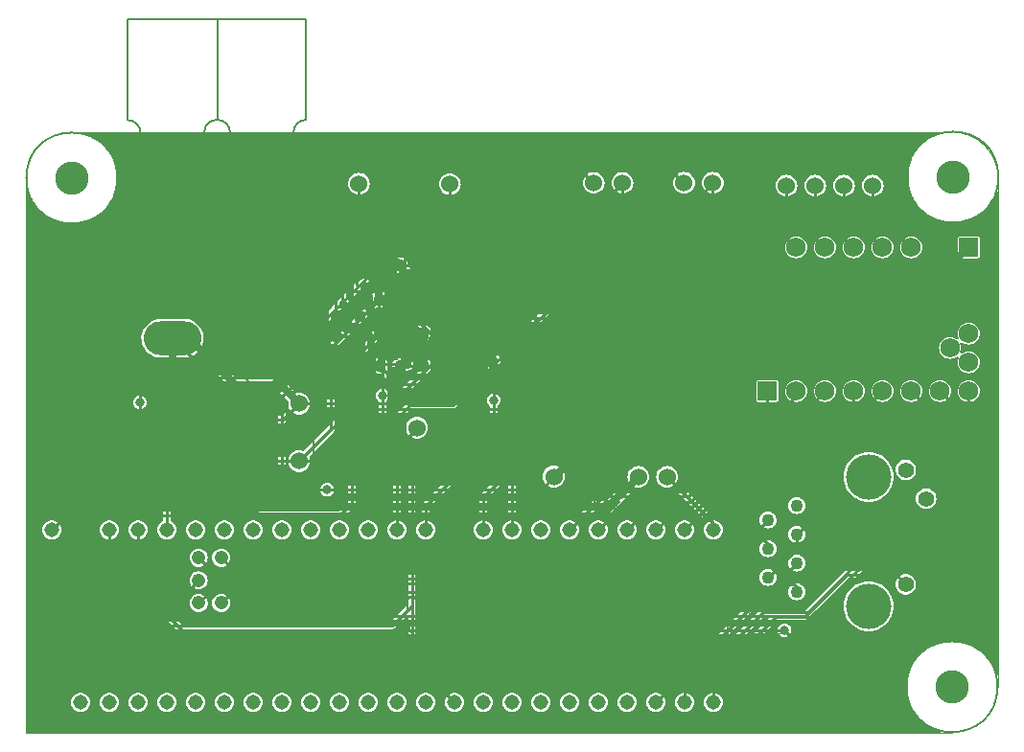
<source format=gbr>
%TF.GenerationSoftware,KiCad,Pcbnew,7.0.7*%
%TF.CreationDate,2023-11-07T18:35:47-06:00*%
%TF.ProjectId,FTIR_Main_Hardware,46544952-5f4d-4616-996e-5f4861726477,rev?*%
%TF.SameCoordinates,Original*%
%TF.FileFunction,Copper,L2,Bot*%
%TF.FilePolarity,Positive*%
%FSLAX46Y46*%
G04 Gerber Fmt 4.6, Leading zero omitted, Abs format (unit mm)*
G04 Created by KiCad (PCBNEW 7.0.7) date 2023-11-07 18:35:47*
%MOMM*%
%LPD*%
G01*
G04 APERTURE LIST*
G04 Aperture macros list*
%AMRoundRect*
0 Rectangle with rounded corners*
0 $1 Rounding radius*
0 $2 $3 $4 $5 $6 $7 $8 $9 X,Y pos of 4 corners*
0 Add a 4 corners polygon primitive as box body*
4,1,4,$2,$3,$4,$5,$6,$7,$8,$9,$2,$3,0*
0 Add four circle primitives for the rounded corners*
1,1,$1+$1,$2,$3*
1,1,$1+$1,$4,$5*
1,1,$1+$1,$6,$7*
1,1,$1+$1,$8,$9*
0 Add four rect primitives between the rounded corners*
20,1,$1+$1,$2,$3,$4,$5,0*
20,1,$1+$1,$4,$5,$6,$7,0*
20,1,$1+$1,$6,$7,$8,$9,0*
20,1,$1+$1,$8,$9,$2,$3,0*%
G04 Aperture macros list end*
%TA.AperFunction,ComponentPad*%
%ADD10C,1.524000*%
%TD*%
%TA.AperFunction,ComponentPad*%
%ADD11R,1.524000X1.524000*%
%TD*%
%TA.AperFunction,ComponentPad*%
%ADD12C,1.100000*%
%TD*%
%TA.AperFunction,ComponentPad*%
%ADD13C,1.400000*%
%TD*%
%TA.AperFunction,ComponentPad*%
%ADD14C,4.000000*%
%TD*%
%TA.AperFunction,ComponentPad*%
%ADD15C,2.000000*%
%TD*%
%TA.AperFunction,ComponentPad*%
%ADD16C,1.308000*%
%TD*%
%TA.AperFunction,ComponentPad*%
%ADD17C,1.208000*%
%TD*%
%TA.AperFunction,ComponentPad*%
%ADD18O,5.100000X3.000000*%
%TD*%
%TA.AperFunction,SMDPad,CuDef*%
%ADD19R,2.413000X5.080000*%
%TD*%
%TA.AperFunction,ComponentPad*%
%ADD20C,1.528000*%
%TD*%
%TA.AperFunction,SMDPad,CuDef*%
%ADD21R,5.080000X2.413000*%
%TD*%
%TA.AperFunction,SMDPad,CuDef*%
%ADD22RoundRect,0.150000X0.150000X-0.587500X0.150000X0.587500X-0.150000X0.587500X-0.150000X-0.587500X0*%
%TD*%
%TA.AperFunction,SMDPad,CuDef*%
%ADD23RoundRect,0.237500X-0.237500X0.250000X-0.237500X-0.250000X0.237500X-0.250000X0.237500X0.250000X0*%
%TD*%
%TA.AperFunction,SMDPad,CuDef*%
%ADD24RoundRect,0.237500X0.237500X-0.287500X0.237500X0.287500X-0.237500X0.287500X-0.237500X-0.287500X0*%
%TD*%
%TA.AperFunction,SMDPad,CuDef*%
%ADD25RoundRect,0.237500X0.300000X0.237500X-0.300000X0.237500X-0.300000X-0.237500X0.300000X-0.237500X0*%
%TD*%
%TA.AperFunction,SMDPad,CuDef*%
%ADD26RoundRect,0.237500X0.250000X0.237500X-0.250000X0.237500X-0.250000X-0.237500X0.250000X-0.237500X0*%
%TD*%
%TA.AperFunction,SMDPad,CuDef*%
%ADD27RoundRect,0.150000X0.150000X-0.675000X0.150000X0.675000X-0.150000X0.675000X-0.150000X-0.675000X0*%
%TD*%
%TA.AperFunction,SMDPad,CuDef*%
%ADD28RoundRect,0.237500X0.237500X-0.250000X0.237500X0.250000X-0.237500X0.250000X-0.237500X-0.250000X0*%
%TD*%
%TA.AperFunction,ViaPad*%
%ADD29C,0.800000*%
%TD*%
%TA.AperFunction,Conductor*%
%ADD30C,0.254000*%
%TD*%
%TA.AperFunction,Conductor*%
%ADD31C,0.635000*%
%TD*%
%TA.AperFunction,SMDPad,CuDef*%
%ADD32RoundRect,0.237500X-0.250000X-0.237500X0.250000X-0.237500X0.250000X0.237500X-0.250000X0.237500X0*%
%TD*%
%TA.AperFunction,SMDPad,CuDef*%
%ADD33RoundRect,0.237500X0.287500X0.237500X-0.287500X0.237500X-0.287500X-0.237500X0.287500X-0.237500X0*%
%TD*%
%TA.AperFunction,SMDPad,CuDef*%
%ADD34R,2.286000X6.350000*%
%TD*%
%TA.AperFunction,SMDPad,CuDef*%
%ADD35R,6.350000X2.286000*%
%TD*%
%TA.AperFunction,Conductor*%
%ADD36C,0.250000*%
%TD*%
%ADD37RoundRect,0.237500X-0.250000X-0.237500X0.250000X-0.237500X0.250000X0.237500X-0.250000X0.237500X0*%
%ADD38RoundRect,0.237500X0.287500X0.237500X-0.287500X0.237500X-0.287500X-0.237500X0.287500X-0.237500X0*%
%ADD39O,5.100000X3.000000*%
%ADD40RoundRect,0.237500X0.250000X0.237500X-0.250000X0.237500X-0.250000X-0.237500X0.250000X-0.237500X0*%
%ADD41R,2.286000X6.350000*%
%ADD42R,2.413000X5.080000*%
%ADD43R,6.350000X2.286000*%
%ADD44R,5.080000X2.413000*%
%ADD45RoundRect,0.150000X0.150000X-0.587500X0.150000X0.587500X-0.150000X0.587500X-0.150000X-0.587500X0*%
%ADD46RoundRect,0.237500X-0.237500X0.250000X-0.237500X-0.250000X0.237500X-0.250000X0.237500X0.250000X0*%
%ADD47RoundRect,0.237500X0.237500X-0.287500X0.237500X0.287500X-0.237500X0.287500X-0.237500X-0.287500X0*%
%ADD48RoundRect,0.237500X0.300000X0.237500X-0.300000X0.237500X-0.300000X-0.237500X0.300000X-0.237500X0*%
%ADD49RoundRect,0.150000X0.150000X-0.675000X0.150000X0.675000X-0.150000X0.675000X-0.150000X-0.675000X0*%
%ADD50RoundRect,0.237500X0.237500X-0.250000X0.237500X0.250000X-0.237500X0.250000X-0.237500X-0.250000X0*%
%ADD51C,0.150000*%
%ADD52C,0.100000*%
%ADD53C,0.120000*%
%ADD54C,0.127000*%
%ADD55C,0.200000*%
%ADD56C,0.177800*%
%ADD57C,1.524000*%
%ADD58C,1.728000*%
%ADD59RoundRect,0.102000X0.762000X-0.762000X0.762000X0.762000X-0.762000X0.762000X-0.762000X-0.762000X0*%
%ADD60C,1.100000*%
%ADD61C,1.400000*%
%ADD62C,4.000000*%
%ADD63C,2.000000*%
%ADD64C,1.308000*%
%ADD65C,1.208000*%
%ADD66C,2.946400*%
%ADD67C,1.528000*%
%TA.AperFunction,Profile*%
%ADD68C,0.100000*%
%TD*%
G04 APERTURE END LIST*
D10*
%TO.P,Conn3,1*%
%TO.N,+3V3*%
X135382000Y-84937600D03*
%TO.P,Conn3,2*%
%TO.N,GND*%
X137922000Y-84937600D03*
%TD*%
%TO.P,Conn6,1*%
%TO.N,Net-(Conn6-Pad1)*%
X130238500Y-63373000D03*
%TO.P,Conn6,2*%
%TO.N,GND*%
X132778500Y-63373000D03*
%TD*%
%TO.P,U4,CLK,CLK*%
%TO.N,CLK*%
X171399200Y-81694400D03*
%TO.P,U4,DIAG*%
%TO.N,N/C*%
X182448200Y-77884400D03*
D11*
%TO.P,U4,DIR,DIR*%
%TO.N,DIR*%
X166319200Y-81694400D03*
D10*
%TO.P,U4,EN,EN*%
%TO.N,DRIVER_EN*%
X184099200Y-81694400D03*
%TO.P,U4,GND,GND*%
%TO.N,GND*%
X166319200Y-68994400D03*
X181559200Y-68994400D03*
%TO.P,U4,INDEX*%
%TO.N,N/C*%
X184099200Y-76614400D03*
%TO.P,U4,M1A,M1A*%
%TO.N,Net-(Conn4-Pad2)*%
X173939200Y-68994400D03*
%TO.P,U4,M1B,M1B*%
%TO.N,Net-(Conn4-Pad1)*%
X171399200Y-68994400D03*
%TO.P,U4,M2A,M2A*%
%TO.N,Net-(Conn4-Pad3)*%
X176479200Y-68994400D03*
%TO.P,U4,M2B,M2B*%
%TO.N,Net-(Conn4-Pad4)*%
X179019200Y-68994400D03*
%TO.P,U4,MS1,MS1*%
%TO.N,MS1_CTRL*%
X181559200Y-81694400D03*
%TO.P,U4,MS2,MS2*%
%TO.N,MS2_CTRL*%
X179019200Y-81694400D03*
%TO.P,U4,PDN_UART_1,PDN_UART_1*%
%TO.N,UART*%
X176479200Y-81694400D03*
%TO.P,U4,PDN_UART_2,PDN_UART_2*%
X173939200Y-81694400D03*
%TO.P,U4,STEP,STEP*%
%TO.N,STEP*%
X168859200Y-81694400D03*
%TO.P,U4,VIO,VIO*%
%TO.N,+3V3*%
X168859200Y-68994400D03*
D11*
%TO.P,U4,VM,VM*%
%TO.N,+7.5V*%
X184099200Y-68994400D03*
D10*
%TO.P,U4,VREF*%
%TO.N,N/C*%
X184099200Y-79154400D03*
%TD*%
D12*
%TO.P,J1,1*%
%TO.N,T+*%
X168910000Y-99435713D03*
%TO.P,J1,2*%
%TO.N,Net-(C3-Pad1)*%
X166370000Y-98165713D03*
%TO.P,J1,3*%
%TO.N,T-*%
X168910000Y-96895713D03*
%TO.P,J1,4*%
%TO.N,R+*%
X166370000Y-95625713D03*
%TO.P,J1,5*%
%TO.N,Net-(C3-Pad1)*%
X168910000Y-94355713D03*
%TO.P,J1,6*%
%TO.N,R-*%
X166370000Y-93085713D03*
%TO.P,J1,7*%
%TO.N,unconnected-(J1-Pad7)*%
X168910000Y-91815713D03*
%TO.P,J1,8*%
%TO.N,GND*%
X166370000Y-90545713D03*
D13*
%TO.P,J1,9*%
X180340000Y-101315713D03*
%TO.P,J1,10*%
%TO.N,ETH_LED*%
X178550000Y-98775713D03*
%TO.P,J1,11*%
%TO.N,unconnected-(J1-Pad11)*%
X180340000Y-91205713D03*
%TO.P,J1,12*%
%TO.N,unconnected-(J1-Pad12)*%
X178550000Y-88665713D03*
D14*
%TO.P,J1,13*%
%TO.N,N/C*%
X175260000Y-100705713D03*
%TO.P,J1,14*%
X175260000Y-89275713D03*
D15*
%TO.P,J1,SH*%
%TO.N,GND*%
X172210000Y-102865713D03*
X172210000Y-87115713D03*
%TD*%
D16*
%TO.P,U6,0,RX1*%
%TO.N,unconnected-(U6-RX1-Pad0)*%
X105664000Y-109220000D03*
%TO.P,U6,1,TX1*%
%TO.N,unconnected-(U6-TX1-Pad1)*%
X108204000Y-109220000D03*
%TO.P,U6,2,OUT2*%
%TO.N,unconnected-(U6-OUT2-Pad2)*%
X110744000Y-109220000D03*
%TO.P,U6,3,LRCLK2*%
%TO.N,unconnected-(U6-LRCLK2-Pad3)*%
X113284000Y-109220000D03*
%TO.P,U6,3.3V_1,3.3V*%
%TO.N,+3V3*%
X138684000Y-109220000D03*
%TO.P,U6,3.3V_2,3.3V*%
X108204000Y-93980000D03*
%TO.P,U6,4,BCLK2*%
%TO.N,unconnected-(U6-BCLK2-Pad4)*%
X115824000Y-109220000D03*
%TO.P,U6,5,IN2*%
%TO.N,unconnected-(U6-IN2-Pad5)*%
X118364000Y-109220000D03*
%TO.P,U6,6,OUT1D*%
%TO.N,unconnected-(U6-OUT1D-Pad6)*%
X120904000Y-109220000D03*
%TO.P,U6,7,RX2*%
%TO.N,unconnected-(U6-RX2-Pad7)*%
X123444000Y-109220000D03*
%TO.P,U6,8,TX2*%
%TO.N,unconnected-(U6-TX2-Pad8)*%
X125984000Y-109220000D03*
%TO.P,U6,9,OUT1C*%
%TO.N,unconnected-(U6-OUT1C-Pad9)*%
X128524000Y-109220000D03*
%TO.P,U6,10,CS1*%
%TO.N,unconnected-(U6-CS1-Pad10)*%
X131064000Y-109220000D03*
%TO.P,U6,11,MOSI*%
%TO.N,unconnected-(U6-MOSI-Pad11)*%
X133604000Y-109220000D03*
%TO.P,U6,12,MISO*%
%TO.N,unconnected-(U6-MISO-Pad12)*%
X136144000Y-109220000D03*
%TO.P,U6,13,SCK*%
%TO.N,LD_CTRL*%
X136144000Y-93980000D03*
%TO.P,U6,14,A0*%
%TO.N,LAMP_CTRL*%
X133604000Y-93980000D03*
%TO.P,U6,15,A1*%
%TO.N,unconnected-(U6-A1-Pad15)*%
X131064000Y-93980000D03*
%TO.P,U6,16,A2*%
%TO.N,unconnected-(U6-A2-Pad16)*%
X128524000Y-93980000D03*
%TO.P,U6,17,A3*%
%TO.N,unconnected-(U6-A3-Pad17)*%
X125984000Y-93980000D03*
%TO.P,U6,18,A4*%
%TO.N,unconnected-(U6-A4-Pad18)*%
X123444000Y-93980000D03*
%TO.P,U6,19,A5*%
%TO.N,unconnected-(U6-A5-Pad19)*%
X120904000Y-93980000D03*
%TO.P,U6,20,A6*%
%TO.N,unconnected-(U6-A6-Pad20)*%
X118364000Y-93980000D03*
%TO.P,U6,21,A7*%
%TO.N,unconnected-(U6-A7-Pad21)*%
X115824000Y-93980000D03*
%TO.P,U6,22,A8*%
%TO.N,Net-(Conn9-Tip)*%
X113284000Y-93980000D03*
%TO.P,U6,23,A9*%
%TO.N,Net-(Conn10-Tip)*%
X110744000Y-93980000D03*
%TO.P,U6,24,A10*%
%TO.N,unconnected-(U6-A10-Pad24)*%
X141224000Y-109220000D03*
%TO.P,U6,25,A11*%
%TO.N,unconnected-(U6-A11-Pad25)*%
X143764000Y-109220000D03*
%TO.P,U6,26,A12*%
%TO.N,unconnected-(U6-A12-Pad26)*%
X146304000Y-109220000D03*
%TO.P,U6,27,A13*%
%TO.N,unconnected-(U6-A13-Pad27)*%
X148844000Y-109220000D03*
%TO.P,U6,28,RX7*%
%TO.N,unconnected-(U6-RX7-Pad28)*%
X151384000Y-109220000D03*
%TO.P,U6,29,TX7*%
%TO.N,unconnected-(U6-TX7-Pad29)*%
X153924000Y-109220000D03*
%TO.P,U6,30,CRX3*%
%TO.N,MS2_CTRL*%
X156464000Y-109220000D03*
%TO.P,U6,31,CTX3*%
%TO.N,MS1_CTRL*%
X159004000Y-109220000D03*
%TO.P,U6,32,OUT1B*%
%TO.N,DRIVER_EN*%
X161544000Y-109220000D03*
%TO.P,U6,33,MCLK2*%
%TO.N,BUCK_EN*%
X161544000Y-93980000D03*
%TO.P,U6,34,RX8*%
%TO.N,UART*%
X159004000Y-93980000D03*
%TO.P,U6,35,TX8*%
%TO.N,Net-(U6-TX8)*%
X156464000Y-93980000D03*
%TO.P,U6,36,CS2*%
%TO.N,CLK*%
X153924000Y-93980000D03*
%TO.P,U6,37,CS3*%
%TO.N,STEP*%
X151384000Y-93980000D03*
%TO.P,U6,38,A14*%
%TO.N,DIR*%
X148844000Y-93980000D03*
%TO.P,U6,39,A15*%
%TO.N,unconnected-(U6-A15-Pad39)*%
X146304000Y-93980000D03*
%TO.P,U6,40,A16*%
%TO.N,Net-(U6-A16)*%
X143764000Y-93980000D03*
%TO.P,U6,41,A17*%
%TO.N,Net-(U6-A17)*%
X141224000Y-93980000D03*
%TO.P,U6,GND1,GND*%
%TO.N,GND*%
X103124000Y-109220000D03*
%TO.P,U6,GND2,GND*%
X138684000Y-93980000D03*
%TO.P,U6,GND3,GND*%
X105664000Y-93980000D03*
D17*
%TO.P,U6,GND5,GND*%
X118094000Y-98430000D03*
%TO.P,U6,LED,LED*%
%TO.N,ETH_LED*%
X116094000Y-98430000D03*
%TO.P,U6,R+,R+*%
%TO.N,R+*%
X116094000Y-96430000D03*
%TO.P,U6,R-,R-*%
%TO.N,R-*%
X118094000Y-96430000D03*
%TO.P,U6,T+,T+*%
%TO.N,T+*%
X118094000Y-100430000D03*
%TO.P,U6,T-,T-*%
%TO.N,T-*%
X116094000Y-100430000D03*
D16*
%TO.P,U6,VIN,VIN*%
%TO.N,+5V*%
X103124000Y-93980000D03*
%TD*%
D10*
%TO.P,U3,1,Vi*%
%TO.N,+12V*%
X124968000Y-82804000D03*
%TO.P,U3,2,GND*%
%TO.N,GND*%
X124968000Y-85344000D03*
%TO.P,U3,3,Vo*%
%TO.N,+5V*%
X124968000Y-87884000D03*
%TD*%
D18*
%TO.P,Conn1,1,GND*%
%TO.N,GND*%
X121666000Y-77024200D03*
%TO.P,Conn1,2*%
%TO.N,+12V*%
X113792000Y-77024200D03*
%TD*%
D19*
%TO.P,Conn10,2,Sleve*%
%TO.N,GND*%
X165862000Y-109093000D03*
X177038000Y-109093000D03*
%TD*%
D10*
%TO.P,Conn8,1*%
%TO.N,+3V3*%
X158953200Y-63296800D03*
%TO.P,Conn8,2*%
%TO.N,Net-(U6-A16)*%
X161493200Y-63296800D03*
%TD*%
%TO.P,Conn4,1*%
%TO.N,Net-(Conn4-Pad1)*%
X167995600Y-63550800D03*
%TO.P,Conn4,2*%
%TO.N,Net-(Conn4-Pad2)*%
X170535600Y-63550800D03*
%TO.P,Conn4,3*%
%TO.N,Net-(Conn4-Pad3)*%
X173075600Y-63550800D03*
%TO.P,Conn4,4*%
%TO.N,Net-(Conn4-Pad4)*%
X175615600Y-63550800D03*
X175615600Y-63550800D03*
%TD*%
%TO.P,Conn12,1*%
%TO.N,Net-(Conn12-Pad1)*%
X138277600Y-63398400D03*
%TO.P,Conn12,2*%
%TO.N,GND*%
X140817600Y-63398400D03*
%TD*%
D20*
%TO.P,U2,EN,EN*%
%TO.N,BUCK_EN*%
X157474713Y-89275713D03*
%TO.P,U2,GND,GND*%
%TO.N,GND*%
X149994713Y-89255713D03*
X152394713Y-89275713D03*
%TO.P,U2,VIN,VIN*%
%TO.N,+12V*%
X154934713Y-89275713D03*
%TO.P,U2,VOUT,VOUT*%
%TO.N,+7.5V*%
X147454713Y-89255713D03*
%TD*%
D10*
%TO.P,Conn2,1*%
%TO.N,+3V3*%
X150977600Y-63296800D03*
%TO.P,Conn2,2*%
%TO.N,Net-(U6-A17)*%
X153517600Y-63296800D03*
%TD*%
D21*
%TO.P,Conn9,2,Sleve*%
%TO.N,GND*%
X103505000Y-70104000D03*
X103505000Y-81280000D03*
%TD*%
D22*
%TO.P,Q6,1,G*%
%TO.N,LD_CTRL*%
X142174000Y-79372700D03*
%TO.P,Q6,2,S*%
%TO.N,GND*%
X140274000Y-79372700D03*
%TO.P,Q6,3,D*%
%TO.N,Net-(Q6-D)*%
X141224000Y-77497700D03*
%TD*%
D23*
%TO.P,R9,1*%
%TO.N,Net-(Conn6-Pad1)*%
X134250000Y-67549250D03*
%TO.P,R9,2*%
%TO.N,Net-(D7-A)*%
X134250000Y-69374250D03*
%TD*%
D24*
%TO.P,D10,1,K*%
%TO.N,GND*%
X144272000Y-73151700D03*
%TO.P,D10,2,A*%
%TO.N,Net-(D10-A)*%
X144272000Y-71401700D03*
%TD*%
D25*
%TO.P,C3,1*%
%TO.N,Net-(C3-Pad1)*%
X170280500Y-89154000D03*
%TO.P,C3,2*%
%TO.N,GND*%
X168555500Y-89154000D03*
%TD*%
D24*
%TO.P,D7,1,K*%
%TO.N,GND*%
X134250000Y-73184250D03*
%TO.P,D7,2,A*%
%TO.N,Net-(D7-A)*%
X134250000Y-71434250D03*
%TD*%
D26*
%TO.P,R16,1*%
%TO.N,+5V*%
X142138400Y-75211700D03*
%TO.P,R16,2*%
%TO.N,Net-(Q4-G)*%
X140313400Y-75211700D03*
%TD*%
%TO.P,R10,1*%
%TO.N,+12V*%
X132127000Y-75106750D03*
%TO.P,R10,2*%
%TO.N,Net-(Q1-G)*%
X130302000Y-75106750D03*
%TD*%
D23*
%TO.P,R11,1*%
%TO.N,Net-(Q1-G)*%
X128270000Y-75059750D03*
%TO.P,R11,2*%
%TO.N,Net-(Q2-D)*%
X128270000Y-76884750D03*
%TD*%
D22*
%TO.P,Q2,1,G*%
%TO.N,LAMP_CTRL*%
X132268000Y-79267750D03*
%TO.P,Q2,2,S*%
%TO.N,GND*%
X130368000Y-79267750D03*
%TO.P,Q2,3,D*%
%TO.N,Net-(Q2-D)*%
X131318000Y-77392750D03*
%TD*%
D27*
%TO.P,Q1,1,S*%
%TO.N,+12V*%
X132019000Y-72829250D03*
%TO.P,Q1,2,S*%
X130749000Y-72829250D03*
%TO.P,Q1,3,S*%
X129479000Y-72829250D03*
%TO.P,Q1,4,G*%
%TO.N,Net-(Q1-G)*%
X128209000Y-72829250D03*
%TO.P,Q1,5,D*%
%TO.N,Net-(Conn6-Pad1)*%
X128209000Y-67579250D03*
%TO.P,Q1,6,D*%
X129479000Y-67579250D03*
%TO.P,Q1,7,D*%
X130749000Y-67579250D03*
%TO.P,Q1,8,D*%
X132019000Y-67579250D03*
%TD*%
D23*
%TO.P,R18,1*%
%TO.N,Net-(Q4-G)*%
X138176000Y-75211700D03*
%TO.P,R18,2*%
%TO.N,Net-(Q6-D)*%
X138176000Y-77036700D03*
%TD*%
D27*
%TO.P,Q4,1,S*%
%TO.N,+5V*%
X142102800Y-72895700D03*
%TO.P,Q4,2,S*%
X140832800Y-72895700D03*
%TO.P,Q4,3,S*%
X139562800Y-72895700D03*
%TO.P,Q4,4,G*%
%TO.N,Net-(Q4-G)*%
X138292800Y-72895700D03*
%TO.P,Q4,5,D*%
%TO.N,Net-(Conn12-Pad1)*%
X138292800Y-67645700D03*
%TO.P,Q4,6,D*%
X139562800Y-67645700D03*
%TO.P,Q4,7,D*%
X140832800Y-67645700D03*
%TO.P,Q4,8,D*%
X142102800Y-67645700D03*
%TD*%
D25*
%TO.P,C2,1*%
%TO.N,+5V*%
X122020500Y-87884000D03*
%TO.P,C2,2*%
%TO.N,GND*%
X120295500Y-87884000D03*
%TD*%
%TO.P,C1,1*%
%TO.N,+12V*%
X122071300Y-84226400D03*
%TO.P,C1,2*%
%TO.N,GND*%
X120346300Y-84226400D03*
%TD*%
D28*
%TO.P,R22,1*%
%TO.N,LD_CTRL*%
X144272000Y-79400400D03*
%TO.P,R22,2*%
%TO.N,GND*%
X144272000Y-77575400D03*
%TD*%
D23*
%TO.P,R20,1*%
%TO.N,Net-(Conn12-Pad1)*%
X144272000Y-67516700D03*
%TO.P,R20,2*%
%TO.N,Net-(D10-A)*%
X144272000Y-69341700D03*
%TD*%
D28*
%TO.P,R12,1*%
%TO.N,LAMP_CTRL*%
X134366000Y-79217750D03*
%TO.P,R12,2*%
%TO.N,GND*%
X134366000Y-77392750D03*
%TD*%
D29*
%TO.N,GND*%
X129032000Y-81788000D03*
X140970000Y-81788000D03*
X147320000Y-78384400D03*
X115976400Y-83464400D03*
%TO.N,LAMP_CTRL*%
X132334000Y-82077500D03*
%TO.N,LD_CTRL*%
X142138400Y-82499200D03*
%TO.N,+7.5V*%
X127457200Y-90424000D03*
%TO.N,Net-(Conn9-Tip)*%
X110896400Y-82702400D03*
%TO.N,Net-(Conn10-Tip)*%
X167843200Y-102819200D03*
%TD*%
D30*
%TO.N,+5V*%
X146561200Y-83258000D02*
X149098000Y-80721200D01*
X149098000Y-76809600D02*
X147500100Y-75211700D01*
X129594000Y-83258000D02*
X146561200Y-83258000D01*
X149098000Y-80721200D02*
X149098000Y-76809600D01*
X124968000Y-87884000D02*
X129594000Y-83258000D01*
X147500100Y-75211700D02*
X142138400Y-75211700D01*
D31*
%TO.N,+12V*%
X121666000Y-91948000D02*
X113792000Y-84074000D01*
D30*
X124968000Y-82804000D02*
X133154000Y-82804000D01*
D31*
X154934713Y-89275713D02*
X152262426Y-91948000D01*
X119393294Y-81178400D02*
X123342400Y-81178400D01*
D30*
X135050750Y-75106750D02*
X132127000Y-75106750D01*
D31*
X119393294Y-81178400D02*
X115239094Y-77024200D01*
D30*
X133154000Y-82804000D02*
X136652000Y-79306000D01*
X122071300Y-84226400D02*
X123545600Y-84226400D01*
X132019000Y-74998750D02*
X132127000Y-75106750D01*
X123545600Y-84226400D02*
X124968000Y-82804000D01*
X136652000Y-76708000D02*
X135050750Y-75106750D01*
D31*
X115239094Y-77024200D02*
X113792000Y-77024200D01*
X113792000Y-84074000D02*
X113792000Y-77024200D01*
D30*
X136652000Y-79306000D02*
X136652000Y-76708000D01*
X124663200Y-82499200D02*
X124968000Y-82804000D01*
X129479000Y-72829250D02*
X132019000Y-72829250D01*
D31*
X152262426Y-91948000D02*
X121666000Y-91948000D01*
D30*
X132019000Y-72829250D02*
X132019000Y-74998750D01*
D31*
X123342400Y-81178400D02*
X124968000Y-82804000D01*
D30*
%TO.N,+5V*%
X139562800Y-72895700D02*
X142102800Y-72895700D01*
X142138400Y-72931300D02*
X142102800Y-72895700D01*
X124968000Y-87884000D02*
X122020500Y-87884000D01*
X142138400Y-75211700D02*
X142138400Y-72931300D01*
%TO.N,Net-(C3-Pad1)*%
X170280500Y-92985213D02*
X168910000Y-94355713D01*
X170280500Y-89154000D02*
X170280500Y-92985213D01*
X168910000Y-94355713D02*
X168910000Y-95625713D01*
X168910000Y-95625713D02*
X166370000Y-98165713D01*
%TO.N,Net-(Conn6-Pad1)*%
X132019000Y-67579250D02*
X128209000Y-67579250D01*
X130238500Y-66332100D02*
X130238500Y-63373000D01*
X134220000Y-67579250D02*
X134250000Y-67549250D01*
X132019000Y-67579250D02*
X134220000Y-67579250D01*
X130749000Y-66842600D02*
X130238500Y-66332100D01*
X130749000Y-67579250D02*
X130749000Y-66842600D01*
%TO.N,Net-(Conn12-Pad1)*%
X138292800Y-67645700D02*
X138277600Y-67630500D01*
X144143000Y-67645700D02*
X144272000Y-67516700D01*
X138292800Y-67645700D02*
X142102800Y-67645700D01*
X142102800Y-67645700D02*
X144143000Y-67645700D01*
X138277600Y-67630500D02*
X138277600Y-63398400D01*
%TO.N,Net-(D7-A)*%
X134250000Y-71434250D02*
X134250000Y-69374250D01*
%TO.N,Net-(D10-A)*%
X144272000Y-69341700D02*
X144272000Y-71401700D01*
%TO.N,ETH_LED*%
X114909600Y-99614400D02*
X116094000Y-98430000D01*
X115658497Y-101549200D02*
X114909600Y-100800303D01*
X114909600Y-100800303D02*
X114909600Y-99614400D01*
X169672000Y-101549200D02*
X115658497Y-101549200D01*
X178550000Y-98775713D02*
X177665887Y-97891600D01*
X173329600Y-97891600D02*
X169672000Y-101549200D01*
X177665887Y-97891600D02*
X173329600Y-97891600D01*
%TO.N,T+*%
X152138855Y-100688228D02*
X152229005Y-100717522D01*
X153262172Y-100632511D02*
X153338856Y-100688229D01*
X153338856Y-100688229D02*
X153429005Y-100717522D01*
X151977174Y-100465665D02*
X152006458Y-100555818D01*
X154076400Y-99872800D02*
X166574965Y-99872800D01*
X153776400Y-100418276D02*
X153776400Y-100172800D01*
X152577465Y-100125453D02*
X152606727Y-100035395D01*
X152062170Y-100632509D02*
X152138855Y-100688228D01*
X118094000Y-100430000D02*
X118651200Y-99872800D01*
X153777465Y-100125453D02*
X153806727Y-100035395D01*
X151976400Y-100172800D02*
X151976400Y-100418270D01*
X153146073Y-100035395D02*
X153175335Y-100125453D01*
X152829053Y-99873865D02*
X152876400Y-99872800D01*
X152323790Y-100717492D02*
X152413932Y-100688201D01*
X167641765Y-98806000D02*
X168656000Y-98806000D01*
X153746319Y-100555811D02*
X153775602Y-100465667D01*
X152490609Y-100632487D02*
X152546315Y-100555805D01*
X153176400Y-100418276D02*
X153177174Y-100465671D01*
X152576400Y-100172800D02*
X152577465Y-100125453D01*
X151946073Y-100035395D02*
X151975335Y-100125453D01*
X152662386Y-99958786D02*
X152738995Y-99903127D01*
X168656000Y-98806000D02*
X168910000Y-99060000D01*
X152575597Y-100465661D02*
X152576400Y-100418270D01*
X151976400Y-100418270D02*
X151977174Y-100465665D01*
X153806727Y-100035395D02*
X153862386Y-99958786D01*
X153775602Y-100465667D02*
X153776400Y-100418276D01*
X168910000Y-99060000D02*
X168910000Y-99435713D01*
X153177174Y-100465671D02*
X153206460Y-100555822D01*
X152276400Y-100718270D02*
X152323790Y-100717492D01*
X153013805Y-99903127D02*
X153090414Y-99958786D01*
X151723747Y-99873865D02*
X151813805Y-99903127D01*
X153938995Y-99903127D02*
X154029053Y-99873865D01*
X153690611Y-100632494D02*
X153746319Y-100555811D01*
X152923747Y-99873865D02*
X153013805Y-99903127D01*
X152546315Y-100555805D02*
X152575597Y-100465661D01*
X152738995Y-99903127D02*
X152829053Y-99873865D01*
X152876400Y-99872800D02*
X152923747Y-99873865D01*
X153862386Y-99958786D02*
X153938995Y-99903127D01*
X153176400Y-100172800D02*
X153176400Y-100418276D01*
X154029053Y-99873865D02*
X154076400Y-99872800D01*
X153175335Y-100125453D02*
X153176400Y-100172800D01*
X153429005Y-100717522D02*
X153476400Y-100718276D01*
X152606727Y-100035395D02*
X152662386Y-99958786D01*
X151975335Y-100125453D02*
X151976400Y-100172800D01*
X152413932Y-100688201D02*
X152490609Y-100632487D01*
X152006458Y-100555818D02*
X152062170Y-100632509D01*
X151813805Y-99903127D02*
X151890414Y-99958786D01*
X153613933Y-100688208D02*
X153690611Y-100632494D01*
X152576400Y-100418270D02*
X152576400Y-100172800D01*
X153090414Y-99958786D02*
X153146073Y-100035395D01*
X166574965Y-99872800D02*
X167641765Y-98806000D01*
X153776400Y-100172800D02*
X153777465Y-100125453D01*
X153523791Y-100717498D02*
X153613933Y-100688208D01*
X151890414Y-99958786D02*
X151946073Y-100035395D01*
X153206460Y-100555822D02*
X153262172Y-100632511D01*
X152229005Y-100717522D02*
X152276400Y-100718270D01*
X118651200Y-99872800D02*
X151676400Y-99872800D01*
X151676400Y-99872800D02*
X151723747Y-99873865D01*
X153476400Y-100718276D02*
X153523791Y-100717498D01*
%TO.N,T-*%
X116094000Y-100430000D02*
X117108400Y-99415600D01*
X117108400Y-99415600D02*
X166390113Y-99415600D01*
X166390113Y-99415600D02*
X168910000Y-96895713D01*
%TO.N,R+*%
X165350110Y-94742000D02*
X161390911Y-98701200D01*
X165862000Y-94742000D02*
X165350110Y-94742000D01*
X166370000Y-95625713D02*
X166370000Y-95250000D01*
X161390911Y-98701200D02*
X119723148Y-98701200D01*
X119723148Y-98701200D02*
X118456348Y-97434400D01*
X166370000Y-95250000D02*
X165862000Y-94742000D01*
X118456348Y-97434400D02*
X117098400Y-97434400D01*
X117098400Y-97434400D02*
X116094000Y-96430000D01*
%TO.N,R-*%
X153286887Y-97731820D02*
X153286887Y-97947200D01*
X166370000Y-93085713D02*
X166364345Y-93085713D01*
X166364345Y-93085713D02*
X161202858Y-98247200D01*
X152686887Y-97947200D02*
X152686887Y-97731845D01*
X161202858Y-98247200D02*
X154186887Y-98247200D01*
X151786887Y-98247200D02*
X119911200Y-98247200D01*
X152086887Y-97731845D02*
X152086887Y-97947200D01*
X153886887Y-97947200D02*
X153886887Y-97731820D01*
X119911200Y-98247200D02*
X118094000Y-96430000D01*
X152986887Y-98247187D02*
G75*
G03*
X153286887Y-97947200I13J299987D01*
G01*
X152686855Y-97731845D02*
G75*
G03*
X152386887Y-97431845I-299955J45D01*
G01*
X153886900Y-97947200D02*
G75*
G03*
X154186887Y-98247200I300000J0D01*
G01*
X153586887Y-97431787D02*
G75*
G03*
X153286887Y-97731820I13J-300013D01*
G01*
X152686900Y-97947200D02*
G75*
G03*
X152986887Y-98247200I300000J0D01*
G01*
X153886880Y-97731820D02*
G75*
G03*
X153586887Y-97431820I-299980J20D01*
G01*
X152386887Y-97431787D02*
G75*
G03*
X152086887Y-97731845I13J-300013D01*
G01*
X151786887Y-98247187D02*
G75*
G03*
X152086887Y-97947200I13J299987D01*
G01*
%TO.N,Net-(Q1-G)*%
X128209000Y-72829250D02*
X128209000Y-74998750D01*
X128209000Y-74998750D02*
X128270000Y-75059750D01*
X130255000Y-75059750D02*
X130302000Y-75106750D01*
X128270000Y-75059750D02*
X130255000Y-75059750D01*
%TO.N,LAMP_CTRL*%
X132334000Y-79333750D02*
X132268000Y-79267750D01*
X134316000Y-79267750D02*
X134366000Y-79217750D01*
X132268000Y-79267750D02*
X132302950Y-79267750D01*
X132365050Y-79267750D02*
X134316000Y-79267750D01*
X132334000Y-82077500D02*
X132334000Y-79333750D01*
X132302950Y-79267750D02*
X132334000Y-79298800D01*
X132334000Y-79298800D02*
X132365050Y-79267750D01*
%TO.N,Net-(Q2-D)*%
X130810000Y-76884750D02*
X131318000Y-77392750D01*
X128270000Y-76884750D02*
X130810000Y-76884750D01*
%TO.N,Net-(Q4-G)*%
X138292800Y-75094900D02*
X138176000Y-75211700D01*
X140313400Y-75211700D02*
X138176000Y-75211700D01*
X138292800Y-72895700D02*
X138292800Y-75094900D01*
%TO.N,LD_CTRL*%
X142201700Y-79400400D02*
X142138400Y-79400400D01*
X142201700Y-79400400D02*
X142201700Y-79400400D01*
X142138400Y-79337100D02*
X142174000Y-79372700D01*
X142138400Y-79400400D02*
X142138400Y-79337100D01*
X142138400Y-82499200D02*
X142138400Y-79408300D01*
X144272000Y-79400400D02*
X142201700Y-79400400D01*
X142138400Y-79408300D02*
X142174000Y-79372700D01*
%TO.N,Net-(Q6-D)*%
X140763000Y-77036700D02*
X141224000Y-77497700D01*
X138176000Y-77036700D02*
X140763000Y-77036700D01*
%TO.N,+7.5V*%
X147454713Y-89255713D02*
X147472287Y-89255713D01*
D31*
X162110300Y-83185000D02*
X153525426Y-83185000D01*
X184091200Y-68994400D02*
X175491243Y-77594357D01*
D30*
X127457200Y-90424000D02*
X146286426Y-90424000D01*
D31*
X175491243Y-77594357D02*
X167700943Y-77594357D01*
X184099200Y-68994400D02*
X184091200Y-68994400D01*
D30*
X146286426Y-90424000D02*
X147454713Y-89255713D01*
D31*
X167700943Y-77594357D02*
X162110300Y-83185000D01*
X153525426Y-83185000D02*
X147454713Y-89255713D01*
D30*
%TO.N,BUCK_EN*%
X157474713Y-89275713D02*
X161544000Y-93345000D01*
X161544000Y-93345000D02*
X161544000Y-93980000D01*
%TO.N,Net-(Conn9-Tip)*%
X110896400Y-82702400D02*
X110896400Y-85359174D01*
X113284000Y-87746774D02*
X113284000Y-93980000D01*
X110896400Y-85359174D02*
X113284000Y-87746774D01*
%TO.N,Net-(Conn10-Tip)*%
X110744000Y-98907600D02*
X110744000Y-93980000D01*
X167843200Y-102819200D02*
X114655600Y-102819200D01*
X114655600Y-102819200D02*
X110744000Y-98907600D01*
%TD*%
%TA.AperFunction,Conductor*%
%TO.N,GND*%
G36*
X181391825Y-58821185D02*
G01*
X181437580Y-58873989D01*
X181447524Y-58943147D01*
X181418499Y-59006703D01*
X181367196Y-59042022D01*
X181162969Y-59116354D01*
X180805611Y-59288449D01*
X180467173Y-59495264D01*
X180467162Y-59495272D01*
X180150995Y-59734760D01*
X180150992Y-59734762D01*
X179860233Y-60004548D01*
X179597785Y-60301939D01*
X179366259Y-60623973D01*
X179366246Y-60623993D01*
X179167936Y-60967476D01*
X179004802Y-61329017D01*
X178878479Y-61704999D01*
X178790219Y-62091691D01*
X178740898Y-62485261D01*
X178731010Y-62881753D01*
X178731010Y-62881767D01*
X178760650Y-63277291D01*
X178760651Y-63277304D01*
X178829528Y-63667919D01*
X178936950Y-64049717D01*
X178936954Y-64049731D01*
X179081855Y-64418933D01*
X179081860Y-64418945D01*
X179215747Y-64680101D01*
X179262811Y-64771903D01*
X179478006Y-65105089D01*
X179604111Y-65263220D01*
X179725315Y-65415205D01*
X180002243Y-65699124D01*
X180002253Y-65699134D01*
X180306096Y-65954088D01*
X180633814Y-66177522D01*
X180982150Y-66367216D01*
X181347643Y-66521284D01*
X181347652Y-66521286D01*
X181347658Y-66521289D01*
X181726655Y-66638194D01*
X181726668Y-66638197D01*
X182115419Y-66716785D01*
X182115434Y-66716788D01*
X182453719Y-66750638D01*
X182510100Y-66756280D01*
X182510101Y-66756280D01*
X182807523Y-66756280D01*
X183064912Y-66743434D01*
X183104565Y-66741455D01*
X183496773Y-66682339D01*
X183881146Y-66584466D01*
X184253865Y-66448808D01*
X184611223Y-66276713D01*
X184949671Y-66069892D01*
X185265844Y-65830400D01*
X185556601Y-65560617D01*
X185819051Y-65263225D01*
X186050586Y-64941180D01*
X186248905Y-64597681D01*
X186412037Y-64236143D01*
X186447052Y-64131925D01*
X186487061Y-64074647D01*
X186551687Y-64048092D01*
X186620411Y-64060691D01*
X186671414Y-64108446D01*
X186688594Y-64171415D01*
X186689476Y-106695157D01*
X186669793Y-106762197D01*
X186616990Y-106807953D01*
X186547832Y-106817898D01*
X186484275Y-106788875D01*
X186446500Y-106730097D01*
X186446111Y-106728744D01*
X186397469Y-106555861D01*
X186397465Y-106555848D01*
X186252564Y-106186646D01*
X186252559Y-106186634D01*
X186071613Y-105833685D01*
X186071609Y-105833677D01*
X185856414Y-105500491D01*
X185609114Y-105190386D01*
X185609111Y-105190383D01*
X185609104Y-105190374D01*
X185332176Y-104906455D01*
X185332173Y-104906452D01*
X185332172Y-104906451D01*
X185332167Y-104906446D01*
X185028324Y-104651492D01*
X184955613Y-104601918D01*
X184700605Y-104428057D01*
X184584493Y-104364826D01*
X184352270Y-104238364D01*
X184352262Y-104238360D01*
X184352259Y-104238359D01*
X183986777Y-104084296D01*
X183986761Y-104084290D01*
X183607764Y-103967385D01*
X183607751Y-103967382D01*
X183219000Y-103888794D01*
X183218979Y-103888791D01*
X182824320Y-103849300D01*
X182824319Y-103849300D01*
X182526899Y-103849300D01*
X182526897Y-103849300D01*
X182229855Y-103864124D01*
X181837647Y-103923241D01*
X181453272Y-104021114D01*
X181080549Y-104156774D01*
X180723191Y-104328869D01*
X180384753Y-104535684D01*
X180384742Y-104535692D01*
X180068575Y-104775180D01*
X180068572Y-104775182D01*
X179777813Y-105044968D01*
X179515365Y-105342359D01*
X179283839Y-105664393D01*
X179283826Y-105664413D01*
X179085516Y-106007896D01*
X178922382Y-106369437D01*
X178796059Y-106745419D01*
X178707799Y-107132111D01*
X178658478Y-107525681D01*
X178648590Y-107922173D01*
X178648590Y-107922187D01*
X178678230Y-108317711D01*
X178678231Y-108317724D01*
X178747108Y-108708339D01*
X178854530Y-109090137D01*
X178854534Y-109090151D01*
X178999435Y-109459353D01*
X178999440Y-109459365D01*
X179180386Y-109812314D01*
X179180391Y-109812323D01*
X179395586Y-110145509D01*
X179642886Y-110455614D01*
X179642895Y-110455625D01*
X179919823Y-110739544D01*
X179919833Y-110739554D01*
X180223676Y-110994508D01*
X180551394Y-111217942D01*
X180899730Y-111407636D01*
X181265223Y-111561704D01*
X181265232Y-111561706D01*
X181265238Y-111561709D01*
X181532048Y-111644009D01*
X181590307Y-111682579D01*
X181618464Y-111746524D01*
X181607581Y-111815541D01*
X181561113Y-111867717D01*
X181495498Y-111886500D01*
X100962500Y-111886500D01*
X100895461Y-111866815D01*
X100849706Y-111814011D01*
X100838500Y-111762500D01*
X100838500Y-109220000D01*
X104804793Y-109220000D01*
X104823569Y-109398640D01*
X104843299Y-109459365D01*
X104879075Y-109569471D01*
X104968887Y-109725029D01*
X105089078Y-109858515D01*
X105234396Y-109964095D01*
X105398490Y-110037154D01*
X105574188Y-110074500D01*
X105753812Y-110074500D01*
X105929510Y-110037154D01*
X106093604Y-109964095D01*
X106238922Y-109858515D01*
X106359113Y-109725029D01*
X106448925Y-109569471D01*
X106504431Y-109398639D01*
X106523207Y-109220000D01*
X107344793Y-109220000D01*
X107363569Y-109398640D01*
X107383299Y-109459365D01*
X107419075Y-109569471D01*
X107508887Y-109725029D01*
X107629078Y-109858515D01*
X107774396Y-109964095D01*
X107938490Y-110037154D01*
X108114188Y-110074500D01*
X108293812Y-110074500D01*
X108469510Y-110037154D01*
X108633604Y-109964095D01*
X108778922Y-109858515D01*
X108899113Y-109725029D01*
X108988925Y-109569471D01*
X109044431Y-109398639D01*
X109063207Y-109220000D01*
X109884793Y-109220000D01*
X109903569Y-109398640D01*
X109923299Y-109459365D01*
X109959075Y-109569471D01*
X110048887Y-109725029D01*
X110169078Y-109858515D01*
X110314396Y-109964095D01*
X110478490Y-110037154D01*
X110654188Y-110074500D01*
X110833812Y-110074500D01*
X111009510Y-110037154D01*
X111173604Y-109964095D01*
X111318922Y-109858515D01*
X111439113Y-109725029D01*
X111528925Y-109569471D01*
X111584431Y-109398639D01*
X111603207Y-109220000D01*
X111603207Y-109219999D01*
X112424793Y-109219999D01*
X112443569Y-109398640D01*
X112463299Y-109459365D01*
X112499075Y-109569471D01*
X112588887Y-109725029D01*
X112709078Y-109858515D01*
X112854396Y-109964095D01*
X113018490Y-110037154D01*
X113194188Y-110074500D01*
X113373812Y-110074500D01*
X113549510Y-110037154D01*
X113713604Y-109964095D01*
X113858922Y-109858515D01*
X113979113Y-109725029D01*
X114068925Y-109569471D01*
X114124431Y-109398639D01*
X114143207Y-109220000D01*
X114143207Y-109219999D01*
X114964793Y-109219999D01*
X114983569Y-109398640D01*
X115003299Y-109459365D01*
X115039075Y-109569471D01*
X115128887Y-109725029D01*
X115249078Y-109858515D01*
X115394396Y-109964095D01*
X115558490Y-110037154D01*
X115734188Y-110074500D01*
X115913812Y-110074500D01*
X116089510Y-110037154D01*
X116253604Y-109964095D01*
X116398922Y-109858515D01*
X116519113Y-109725029D01*
X116608925Y-109569471D01*
X116664431Y-109398639D01*
X116683207Y-109220000D01*
X117504793Y-109220000D01*
X117523569Y-109398640D01*
X117543299Y-109459365D01*
X117579075Y-109569471D01*
X117668887Y-109725029D01*
X117789078Y-109858515D01*
X117934396Y-109964095D01*
X118098490Y-110037154D01*
X118274188Y-110074500D01*
X118453812Y-110074500D01*
X118629510Y-110037154D01*
X118793604Y-109964095D01*
X118938922Y-109858515D01*
X119059113Y-109725029D01*
X119148925Y-109569471D01*
X119204431Y-109398639D01*
X119223207Y-109220000D01*
X120044793Y-109220000D01*
X120063569Y-109398640D01*
X120083299Y-109459365D01*
X120119075Y-109569471D01*
X120208887Y-109725029D01*
X120329078Y-109858515D01*
X120474396Y-109964095D01*
X120638490Y-110037154D01*
X120814188Y-110074500D01*
X120993812Y-110074500D01*
X121169510Y-110037154D01*
X121333604Y-109964095D01*
X121478922Y-109858515D01*
X121599113Y-109725029D01*
X121688925Y-109569471D01*
X121744431Y-109398639D01*
X121763207Y-109220000D01*
X122584793Y-109220000D01*
X122603569Y-109398640D01*
X122623299Y-109459365D01*
X122659075Y-109569471D01*
X122748887Y-109725029D01*
X122869078Y-109858515D01*
X123014396Y-109964095D01*
X123178490Y-110037154D01*
X123354188Y-110074500D01*
X123533812Y-110074500D01*
X123709510Y-110037154D01*
X123873604Y-109964095D01*
X124018922Y-109858515D01*
X124139113Y-109725029D01*
X124228925Y-109569471D01*
X124284431Y-109398639D01*
X124303207Y-109220000D01*
X124303207Y-109219999D01*
X125124793Y-109219999D01*
X125143569Y-109398640D01*
X125163299Y-109459365D01*
X125199075Y-109569471D01*
X125288887Y-109725029D01*
X125409078Y-109858515D01*
X125554396Y-109964095D01*
X125718490Y-110037154D01*
X125894188Y-110074500D01*
X126073812Y-110074500D01*
X126249510Y-110037154D01*
X126413604Y-109964095D01*
X126558922Y-109858515D01*
X126679113Y-109725029D01*
X126768925Y-109569471D01*
X126824431Y-109398639D01*
X126843207Y-109220000D01*
X127664793Y-109220000D01*
X127683569Y-109398640D01*
X127703299Y-109459365D01*
X127739075Y-109569471D01*
X127828887Y-109725029D01*
X127949078Y-109858515D01*
X128094396Y-109964095D01*
X128258490Y-110037154D01*
X128434188Y-110074500D01*
X128613812Y-110074500D01*
X128789510Y-110037154D01*
X128953604Y-109964095D01*
X129098922Y-109858515D01*
X129219113Y-109725029D01*
X129308925Y-109569471D01*
X129364431Y-109398639D01*
X129383207Y-109220000D01*
X130204793Y-109220000D01*
X130223569Y-109398640D01*
X130243299Y-109459365D01*
X130279075Y-109569471D01*
X130368887Y-109725029D01*
X130489078Y-109858515D01*
X130634396Y-109964095D01*
X130798490Y-110037154D01*
X130974188Y-110074500D01*
X131153812Y-110074500D01*
X131329510Y-110037154D01*
X131493604Y-109964095D01*
X131638922Y-109858515D01*
X131759113Y-109725029D01*
X131848925Y-109569471D01*
X131904431Y-109398639D01*
X131923207Y-109220000D01*
X132744793Y-109220000D01*
X132763569Y-109398640D01*
X132783299Y-109459365D01*
X132819075Y-109569471D01*
X132908887Y-109725029D01*
X133029078Y-109858515D01*
X133174396Y-109964095D01*
X133338490Y-110037154D01*
X133514188Y-110074500D01*
X133693812Y-110074500D01*
X133869510Y-110037154D01*
X134033604Y-109964095D01*
X134178922Y-109858515D01*
X134299113Y-109725029D01*
X134388925Y-109569471D01*
X134444431Y-109398639D01*
X134463207Y-109220000D01*
X134463207Y-109219999D01*
X135284793Y-109219999D01*
X135303569Y-109398640D01*
X135323299Y-109459365D01*
X135359075Y-109569471D01*
X135448887Y-109725029D01*
X135569078Y-109858515D01*
X135714396Y-109964095D01*
X135878490Y-110037154D01*
X136054188Y-110074500D01*
X136233812Y-110074500D01*
X136409510Y-110037154D01*
X136573604Y-109964095D01*
X136718922Y-109858515D01*
X136839113Y-109725029D01*
X136928925Y-109569471D01*
X136984431Y-109398639D01*
X137003207Y-109220000D01*
X137003207Y-109219999D01*
X137824793Y-109219999D01*
X137843569Y-109398640D01*
X137863299Y-109459365D01*
X137899075Y-109569471D01*
X137988887Y-109725029D01*
X138109078Y-109858515D01*
X138254396Y-109964095D01*
X138418490Y-110037154D01*
X138594188Y-110074500D01*
X138773812Y-110074500D01*
X138949510Y-110037154D01*
X139113604Y-109964095D01*
X139258922Y-109858515D01*
X139379113Y-109725029D01*
X139468925Y-109569471D01*
X139524431Y-109398639D01*
X139543207Y-109220000D01*
X140364793Y-109220000D01*
X140383569Y-109398640D01*
X140403299Y-109459365D01*
X140439075Y-109569471D01*
X140528887Y-109725029D01*
X140649078Y-109858515D01*
X140794396Y-109964095D01*
X140958490Y-110037154D01*
X141134188Y-110074500D01*
X141313812Y-110074500D01*
X141489510Y-110037154D01*
X141653604Y-109964095D01*
X141798922Y-109858515D01*
X141919113Y-109725029D01*
X142008925Y-109569471D01*
X142064431Y-109398639D01*
X142083207Y-109220000D01*
X142904793Y-109220000D01*
X142923569Y-109398640D01*
X142943299Y-109459365D01*
X142979075Y-109569471D01*
X143068887Y-109725029D01*
X143189078Y-109858515D01*
X143334396Y-109964095D01*
X143498490Y-110037154D01*
X143674188Y-110074500D01*
X143853812Y-110074500D01*
X144029510Y-110037154D01*
X144193604Y-109964095D01*
X144338922Y-109858515D01*
X144459113Y-109725029D01*
X144548925Y-109569471D01*
X144604431Y-109398639D01*
X144623207Y-109220000D01*
X144623207Y-109219999D01*
X145444793Y-109219999D01*
X145463569Y-109398640D01*
X145483299Y-109459365D01*
X145519075Y-109569471D01*
X145608887Y-109725029D01*
X145729078Y-109858515D01*
X145874396Y-109964095D01*
X146038490Y-110037154D01*
X146214188Y-110074500D01*
X146393812Y-110074500D01*
X146569510Y-110037154D01*
X146733604Y-109964095D01*
X146878922Y-109858515D01*
X146999113Y-109725029D01*
X147088925Y-109569471D01*
X147144431Y-109398639D01*
X147163207Y-109220000D01*
X147163207Y-109219999D01*
X147984793Y-109219999D01*
X148003569Y-109398640D01*
X148023299Y-109459365D01*
X148059075Y-109569471D01*
X148148887Y-109725029D01*
X148269078Y-109858515D01*
X148414396Y-109964095D01*
X148578490Y-110037154D01*
X148754188Y-110074500D01*
X148933812Y-110074500D01*
X149109510Y-110037154D01*
X149273604Y-109964095D01*
X149418922Y-109858515D01*
X149539113Y-109725029D01*
X149628925Y-109569471D01*
X149684431Y-109398639D01*
X149703207Y-109220000D01*
X150524793Y-109220000D01*
X150543569Y-109398640D01*
X150563299Y-109459365D01*
X150599075Y-109569471D01*
X150688887Y-109725029D01*
X150809078Y-109858515D01*
X150954396Y-109964095D01*
X151118490Y-110037154D01*
X151294188Y-110074500D01*
X151473812Y-110074500D01*
X151649510Y-110037154D01*
X151813604Y-109964095D01*
X151958922Y-109858515D01*
X152079113Y-109725029D01*
X152168925Y-109569471D01*
X152224431Y-109398639D01*
X152243207Y-109220000D01*
X153064793Y-109220000D01*
X153083569Y-109398640D01*
X153103299Y-109459365D01*
X153139075Y-109569471D01*
X153228887Y-109725029D01*
X153349078Y-109858515D01*
X153494396Y-109964095D01*
X153658490Y-110037154D01*
X153834188Y-110074500D01*
X154013812Y-110074500D01*
X154189510Y-110037154D01*
X154353604Y-109964095D01*
X154498922Y-109858515D01*
X154619113Y-109725029D01*
X154708925Y-109569471D01*
X154764431Y-109398639D01*
X154783207Y-109220000D01*
X154783207Y-109219999D01*
X155604793Y-109219999D01*
X155623569Y-109398640D01*
X155643299Y-109459365D01*
X155679075Y-109569471D01*
X155768887Y-109725029D01*
X155889078Y-109858515D01*
X156034396Y-109964095D01*
X156198490Y-110037154D01*
X156374188Y-110074500D01*
X156553812Y-110074500D01*
X156729510Y-110037154D01*
X156893604Y-109964095D01*
X157038922Y-109858515D01*
X157159113Y-109725029D01*
X157248925Y-109569471D01*
X157304431Y-109398639D01*
X157323207Y-109220000D01*
X157323207Y-109219999D01*
X158144793Y-109219999D01*
X158163569Y-109398640D01*
X158183299Y-109459365D01*
X158219075Y-109569471D01*
X158308887Y-109725029D01*
X158429078Y-109858515D01*
X158574396Y-109964095D01*
X158738490Y-110037154D01*
X158914188Y-110074500D01*
X159093812Y-110074500D01*
X159269510Y-110037154D01*
X159433604Y-109964095D01*
X159578922Y-109858515D01*
X159699113Y-109725029D01*
X159788925Y-109569471D01*
X159844431Y-109398639D01*
X159863207Y-109220000D01*
X159863207Y-109219999D01*
X160684793Y-109219999D01*
X160703569Y-109398640D01*
X160723299Y-109459365D01*
X160759075Y-109569471D01*
X160848887Y-109725029D01*
X160969078Y-109858515D01*
X161114396Y-109964095D01*
X161278490Y-110037154D01*
X161454188Y-110074500D01*
X161633812Y-110074500D01*
X161809510Y-110037154D01*
X161973604Y-109964095D01*
X162118922Y-109858515D01*
X162239113Y-109725029D01*
X162328925Y-109569471D01*
X162384431Y-109398639D01*
X162403207Y-109220000D01*
X162384431Y-109041361D01*
X162328925Y-108870529D01*
X162239113Y-108714971D01*
X162118922Y-108581485D01*
X161973604Y-108475905D01*
X161809510Y-108402846D01*
X161809508Y-108402845D01*
X161633812Y-108365500D01*
X161454188Y-108365500D01*
X161278490Y-108402845D01*
X161278485Y-108402847D01*
X161114397Y-108475905D01*
X161114392Y-108475907D01*
X160969079Y-108581483D01*
X160969072Y-108581489D01*
X160848886Y-108714972D01*
X160759074Y-108870530D01*
X160703569Y-109041359D01*
X160684793Y-109219999D01*
X159863207Y-109219999D01*
X159844431Y-109041361D01*
X159788925Y-108870529D01*
X159699113Y-108714971D01*
X159578922Y-108581485D01*
X159433604Y-108475905D01*
X159269510Y-108402846D01*
X159269508Y-108402845D01*
X159093812Y-108365500D01*
X158914188Y-108365500D01*
X158738490Y-108402845D01*
X158738485Y-108402847D01*
X158574397Y-108475905D01*
X158574392Y-108475907D01*
X158429079Y-108581483D01*
X158429072Y-108581489D01*
X158308886Y-108714972D01*
X158219074Y-108870530D01*
X158163569Y-109041359D01*
X158144793Y-109219999D01*
X157323207Y-109219999D01*
X157304431Y-109041361D01*
X157248925Y-108870529D01*
X157159113Y-108714971D01*
X157038922Y-108581485D01*
X156893604Y-108475905D01*
X156729510Y-108402846D01*
X156729508Y-108402845D01*
X156553812Y-108365500D01*
X156374188Y-108365500D01*
X156198490Y-108402845D01*
X156198485Y-108402847D01*
X156034397Y-108475905D01*
X156034392Y-108475907D01*
X155889079Y-108581483D01*
X155889072Y-108581489D01*
X155768886Y-108714972D01*
X155679074Y-108870530D01*
X155623569Y-109041359D01*
X155604793Y-109219999D01*
X154783207Y-109219999D01*
X154764431Y-109041361D01*
X154708925Y-108870529D01*
X154619113Y-108714971D01*
X154498922Y-108581485D01*
X154353604Y-108475905D01*
X154189510Y-108402846D01*
X154189508Y-108402845D01*
X154013812Y-108365500D01*
X153834188Y-108365500D01*
X153658490Y-108402845D01*
X153658485Y-108402847D01*
X153494397Y-108475905D01*
X153494392Y-108475907D01*
X153349079Y-108581483D01*
X153349072Y-108581489D01*
X153228886Y-108714972D01*
X153139074Y-108870530D01*
X153083569Y-109041359D01*
X153064793Y-109220000D01*
X152243207Y-109220000D01*
X152224431Y-109041361D01*
X152168925Y-108870529D01*
X152079113Y-108714971D01*
X151958922Y-108581485D01*
X151813604Y-108475905D01*
X151649510Y-108402846D01*
X151649508Y-108402845D01*
X151473812Y-108365500D01*
X151294188Y-108365500D01*
X151118490Y-108402845D01*
X151118485Y-108402847D01*
X150954397Y-108475905D01*
X150954392Y-108475907D01*
X150809079Y-108581483D01*
X150809072Y-108581489D01*
X150688886Y-108714972D01*
X150599074Y-108870530D01*
X150543569Y-109041359D01*
X150524793Y-109220000D01*
X149703207Y-109220000D01*
X149684431Y-109041361D01*
X149628925Y-108870529D01*
X149539113Y-108714971D01*
X149418922Y-108581485D01*
X149273604Y-108475905D01*
X149109510Y-108402846D01*
X149109508Y-108402845D01*
X148933812Y-108365500D01*
X148754188Y-108365500D01*
X148578490Y-108402845D01*
X148578485Y-108402847D01*
X148414397Y-108475905D01*
X148414392Y-108475907D01*
X148269079Y-108581483D01*
X148269072Y-108581489D01*
X148148886Y-108714972D01*
X148059074Y-108870530D01*
X148003569Y-109041359D01*
X147984793Y-109219999D01*
X147163207Y-109219999D01*
X147144431Y-109041361D01*
X147088925Y-108870529D01*
X146999113Y-108714971D01*
X146878922Y-108581485D01*
X146733604Y-108475905D01*
X146569510Y-108402846D01*
X146569508Y-108402845D01*
X146393812Y-108365500D01*
X146214188Y-108365500D01*
X146038490Y-108402845D01*
X146038485Y-108402847D01*
X145874397Y-108475905D01*
X145874392Y-108475907D01*
X145729079Y-108581483D01*
X145729072Y-108581489D01*
X145608886Y-108714972D01*
X145519074Y-108870530D01*
X145463569Y-109041359D01*
X145444793Y-109219999D01*
X144623207Y-109219999D01*
X144604431Y-109041361D01*
X144548925Y-108870529D01*
X144459113Y-108714971D01*
X144338922Y-108581485D01*
X144193604Y-108475905D01*
X144029510Y-108402846D01*
X144029508Y-108402845D01*
X143853812Y-108365500D01*
X143674188Y-108365500D01*
X143498490Y-108402845D01*
X143498485Y-108402847D01*
X143334397Y-108475905D01*
X143334392Y-108475907D01*
X143189079Y-108581483D01*
X143189072Y-108581489D01*
X143068886Y-108714972D01*
X142979074Y-108870530D01*
X142923569Y-109041359D01*
X142904793Y-109220000D01*
X142083207Y-109220000D01*
X142064431Y-109041361D01*
X142008925Y-108870529D01*
X141919113Y-108714971D01*
X141798922Y-108581485D01*
X141653604Y-108475905D01*
X141489510Y-108402846D01*
X141489508Y-108402845D01*
X141313812Y-108365500D01*
X141134188Y-108365500D01*
X140958490Y-108402845D01*
X140958485Y-108402847D01*
X140794397Y-108475905D01*
X140794392Y-108475907D01*
X140649079Y-108581483D01*
X140649072Y-108581489D01*
X140528886Y-108714972D01*
X140439074Y-108870530D01*
X140383569Y-109041359D01*
X140364793Y-109220000D01*
X139543207Y-109220000D01*
X139524431Y-109041361D01*
X139468925Y-108870529D01*
X139379113Y-108714971D01*
X139258922Y-108581485D01*
X139113604Y-108475905D01*
X138949510Y-108402846D01*
X138949508Y-108402845D01*
X138773812Y-108365500D01*
X138594188Y-108365500D01*
X138418490Y-108402845D01*
X138418485Y-108402847D01*
X138254397Y-108475905D01*
X138254392Y-108475907D01*
X138109079Y-108581483D01*
X138109072Y-108581489D01*
X137988886Y-108714972D01*
X137899074Y-108870530D01*
X137843569Y-109041359D01*
X137824793Y-109219999D01*
X137003207Y-109219999D01*
X136984431Y-109041361D01*
X136928925Y-108870529D01*
X136839113Y-108714971D01*
X136718922Y-108581485D01*
X136573604Y-108475905D01*
X136409510Y-108402846D01*
X136409508Y-108402845D01*
X136233812Y-108365500D01*
X136054188Y-108365500D01*
X135878490Y-108402845D01*
X135878485Y-108402847D01*
X135714397Y-108475905D01*
X135714392Y-108475907D01*
X135569079Y-108581483D01*
X135569072Y-108581489D01*
X135448886Y-108714972D01*
X135359074Y-108870530D01*
X135303569Y-109041359D01*
X135284793Y-109219999D01*
X134463207Y-109219999D01*
X134444431Y-109041361D01*
X134388925Y-108870529D01*
X134299113Y-108714971D01*
X134178922Y-108581485D01*
X134033604Y-108475905D01*
X133869510Y-108402846D01*
X133869508Y-108402845D01*
X133693812Y-108365500D01*
X133514188Y-108365500D01*
X133338490Y-108402845D01*
X133338485Y-108402847D01*
X133174397Y-108475905D01*
X133174392Y-108475907D01*
X133029079Y-108581483D01*
X133029072Y-108581489D01*
X132908886Y-108714972D01*
X132819074Y-108870530D01*
X132763569Y-109041359D01*
X132744793Y-109220000D01*
X131923207Y-109220000D01*
X131904431Y-109041361D01*
X131848925Y-108870529D01*
X131759113Y-108714971D01*
X131638922Y-108581485D01*
X131493604Y-108475905D01*
X131329510Y-108402846D01*
X131329508Y-108402845D01*
X131153812Y-108365500D01*
X130974188Y-108365500D01*
X130798490Y-108402845D01*
X130798485Y-108402847D01*
X130634397Y-108475905D01*
X130634392Y-108475907D01*
X130489079Y-108581483D01*
X130489072Y-108581489D01*
X130368886Y-108714972D01*
X130279074Y-108870530D01*
X130223569Y-109041359D01*
X130204793Y-109220000D01*
X129383207Y-109220000D01*
X129364431Y-109041361D01*
X129308925Y-108870529D01*
X129219113Y-108714971D01*
X129098922Y-108581485D01*
X128953604Y-108475905D01*
X128789510Y-108402846D01*
X128789508Y-108402845D01*
X128613812Y-108365500D01*
X128434188Y-108365500D01*
X128258490Y-108402845D01*
X128258485Y-108402847D01*
X128094397Y-108475905D01*
X128094392Y-108475907D01*
X127949079Y-108581483D01*
X127949072Y-108581489D01*
X127828886Y-108714972D01*
X127739074Y-108870530D01*
X127683569Y-109041359D01*
X127664793Y-109220000D01*
X126843207Y-109220000D01*
X126824431Y-109041361D01*
X126768925Y-108870529D01*
X126679113Y-108714971D01*
X126558922Y-108581485D01*
X126413604Y-108475905D01*
X126249510Y-108402846D01*
X126249508Y-108402845D01*
X126073812Y-108365500D01*
X125894188Y-108365500D01*
X125718490Y-108402845D01*
X125718485Y-108402847D01*
X125554397Y-108475905D01*
X125554392Y-108475907D01*
X125409079Y-108581483D01*
X125409072Y-108581489D01*
X125288886Y-108714972D01*
X125199074Y-108870530D01*
X125143569Y-109041359D01*
X125124793Y-109219999D01*
X124303207Y-109219999D01*
X124284431Y-109041361D01*
X124228925Y-108870529D01*
X124139113Y-108714971D01*
X124018922Y-108581485D01*
X123873604Y-108475905D01*
X123709510Y-108402846D01*
X123709508Y-108402845D01*
X123533812Y-108365500D01*
X123354188Y-108365500D01*
X123178490Y-108402845D01*
X123178485Y-108402847D01*
X123014397Y-108475905D01*
X123014392Y-108475907D01*
X122869079Y-108581483D01*
X122869072Y-108581489D01*
X122748886Y-108714972D01*
X122659074Y-108870530D01*
X122603569Y-109041359D01*
X122584793Y-109220000D01*
X121763207Y-109220000D01*
X121744431Y-109041361D01*
X121688925Y-108870529D01*
X121599113Y-108714971D01*
X121478922Y-108581485D01*
X121333604Y-108475905D01*
X121169510Y-108402846D01*
X121169508Y-108402845D01*
X120993812Y-108365500D01*
X120814188Y-108365500D01*
X120638490Y-108402845D01*
X120638485Y-108402847D01*
X120474397Y-108475905D01*
X120474392Y-108475907D01*
X120329079Y-108581483D01*
X120329072Y-108581489D01*
X120208886Y-108714972D01*
X120119074Y-108870530D01*
X120063569Y-109041359D01*
X120044793Y-109220000D01*
X119223207Y-109220000D01*
X119204431Y-109041361D01*
X119148925Y-108870529D01*
X119059113Y-108714971D01*
X118938922Y-108581485D01*
X118793604Y-108475905D01*
X118629510Y-108402846D01*
X118629508Y-108402845D01*
X118453812Y-108365500D01*
X118274188Y-108365500D01*
X118098490Y-108402845D01*
X118098485Y-108402847D01*
X117934397Y-108475905D01*
X117934392Y-108475907D01*
X117789079Y-108581483D01*
X117789072Y-108581489D01*
X117668886Y-108714972D01*
X117579074Y-108870530D01*
X117523569Y-109041359D01*
X117504793Y-109220000D01*
X116683207Y-109220000D01*
X116664431Y-109041361D01*
X116608925Y-108870529D01*
X116519113Y-108714971D01*
X116398922Y-108581485D01*
X116253604Y-108475905D01*
X116089510Y-108402846D01*
X116089508Y-108402845D01*
X115913812Y-108365500D01*
X115734188Y-108365500D01*
X115558490Y-108402845D01*
X115558485Y-108402847D01*
X115394397Y-108475905D01*
X115394392Y-108475907D01*
X115249079Y-108581483D01*
X115249072Y-108581489D01*
X115128886Y-108714972D01*
X115039074Y-108870530D01*
X114983569Y-109041359D01*
X114964793Y-109219999D01*
X114143207Y-109219999D01*
X114124431Y-109041361D01*
X114068925Y-108870529D01*
X113979113Y-108714971D01*
X113858922Y-108581485D01*
X113713604Y-108475905D01*
X113549510Y-108402846D01*
X113549508Y-108402845D01*
X113373812Y-108365500D01*
X113194188Y-108365500D01*
X113018490Y-108402845D01*
X113018485Y-108402847D01*
X112854397Y-108475905D01*
X112854392Y-108475907D01*
X112709079Y-108581483D01*
X112709072Y-108581489D01*
X112588886Y-108714972D01*
X112499074Y-108870530D01*
X112443569Y-109041359D01*
X112424793Y-109219999D01*
X111603207Y-109219999D01*
X111584431Y-109041361D01*
X111528925Y-108870529D01*
X111439113Y-108714971D01*
X111318922Y-108581485D01*
X111173604Y-108475905D01*
X111009510Y-108402846D01*
X111009508Y-108402845D01*
X110833812Y-108365500D01*
X110654188Y-108365500D01*
X110478490Y-108402845D01*
X110478485Y-108402847D01*
X110314397Y-108475905D01*
X110314392Y-108475907D01*
X110169079Y-108581483D01*
X110169072Y-108581489D01*
X110048886Y-108714972D01*
X109959074Y-108870530D01*
X109903569Y-109041359D01*
X109884793Y-109220000D01*
X109063207Y-109220000D01*
X109044431Y-109041361D01*
X108988925Y-108870529D01*
X108899113Y-108714971D01*
X108778922Y-108581485D01*
X108633604Y-108475905D01*
X108469510Y-108402846D01*
X108469508Y-108402845D01*
X108293812Y-108365500D01*
X108114188Y-108365500D01*
X107938490Y-108402845D01*
X107938485Y-108402847D01*
X107774397Y-108475905D01*
X107774392Y-108475907D01*
X107629079Y-108581483D01*
X107629072Y-108581489D01*
X107508886Y-108714972D01*
X107419074Y-108870530D01*
X107363569Y-109041359D01*
X107344793Y-109220000D01*
X106523207Y-109220000D01*
X106504431Y-109041361D01*
X106448925Y-108870529D01*
X106359113Y-108714971D01*
X106238922Y-108581485D01*
X106093604Y-108475905D01*
X105929510Y-108402846D01*
X105929508Y-108402845D01*
X105753812Y-108365500D01*
X105574188Y-108365500D01*
X105398490Y-108402845D01*
X105398485Y-108402847D01*
X105234397Y-108475905D01*
X105234392Y-108475907D01*
X105089079Y-108581483D01*
X105089072Y-108581489D01*
X104968886Y-108714972D01*
X104879074Y-108870530D01*
X104823569Y-109041359D01*
X104804793Y-109220000D01*
X100838500Y-109220000D01*
X100838500Y-93980000D01*
X102264793Y-93980000D01*
X102272645Y-94054703D01*
X102283569Y-94158640D01*
X102300028Y-94209297D01*
X102339075Y-94329471D01*
X102428887Y-94485029D01*
X102549078Y-94618515D01*
X102694396Y-94724095D01*
X102858490Y-94797154D01*
X103034188Y-94834500D01*
X103213812Y-94834500D01*
X103389510Y-94797154D01*
X103553604Y-94724095D01*
X103698922Y-94618515D01*
X103819113Y-94485029D01*
X103908925Y-94329471D01*
X103964431Y-94158639D01*
X103983207Y-93980000D01*
X107344793Y-93980000D01*
X107352645Y-94054703D01*
X107363569Y-94158640D01*
X107380028Y-94209297D01*
X107419075Y-94329471D01*
X107508887Y-94485029D01*
X107629078Y-94618515D01*
X107774396Y-94724095D01*
X107938490Y-94797154D01*
X108114188Y-94834500D01*
X108293812Y-94834500D01*
X108469510Y-94797154D01*
X108633604Y-94724095D01*
X108778922Y-94618515D01*
X108899113Y-94485029D01*
X108988925Y-94329471D01*
X109044431Y-94158639D01*
X109063207Y-93980000D01*
X109884793Y-93980000D01*
X109892645Y-94054703D01*
X109903569Y-94158640D01*
X109920028Y-94209297D01*
X109959075Y-94329471D01*
X110048887Y-94485029D01*
X110169078Y-94618515D01*
X110258394Y-94683407D01*
X110314399Y-94724097D01*
X110314401Y-94724098D01*
X110342933Y-94736801D01*
X110396171Y-94782050D01*
X110416494Y-94848898D01*
X110416500Y-94850081D01*
X110416500Y-98890594D01*
X110416264Y-98896001D01*
X110412712Y-98936583D01*
X110423257Y-98975935D01*
X110424428Y-98981218D01*
X110431503Y-99021340D01*
X110433232Y-99026091D01*
X110440468Y-99043559D01*
X110442606Y-99048144D01*
X110465972Y-99081514D01*
X110468879Y-99086078D01*
X110489247Y-99121357D01*
X110489251Y-99121361D01*
X110520463Y-99147551D01*
X110524442Y-99151196D01*
X113586763Y-102213518D01*
X114411991Y-103038746D01*
X114415646Y-103042735D01*
X114441840Y-103073950D01*
X114477116Y-103094316D01*
X114481682Y-103097225D01*
X114515055Y-103120594D01*
X114519658Y-103122740D01*
X114537082Y-103129957D01*
X114541854Y-103131693D01*
X114541861Y-103131697D01*
X114582001Y-103138774D01*
X114587255Y-103139939D01*
X114626616Y-103150487D01*
X114667201Y-103146935D01*
X114672605Y-103146700D01*
X167276435Y-103146700D01*
X167343474Y-103166385D01*
X167374810Y-103195213D01*
X167414918Y-103247482D01*
X167540359Y-103343736D01*
X167686438Y-103404244D01*
X167764819Y-103414563D01*
X167843199Y-103424882D01*
X167843200Y-103424882D01*
X167843201Y-103424882D01*
X167895453Y-103418002D01*
X167999962Y-103404244D01*
X168146041Y-103343736D01*
X168271482Y-103247482D01*
X168367736Y-103122041D01*
X168428244Y-102975962D01*
X168448882Y-102819200D01*
X168428244Y-102662438D01*
X168367736Y-102516359D01*
X168271482Y-102390918D01*
X168146041Y-102294664D01*
X168074522Y-102265040D01*
X167999962Y-102234156D01*
X167999960Y-102234155D01*
X167843201Y-102213518D01*
X167843199Y-102213518D01*
X167686439Y-102234155D01*
X167686437Y-102234156D01*
X167540360Y-102294663D01*
X167540358Y-102294664D01*
X167540359Y-102294664D01*
X167414918Y-102390918D01*
X167414917Y-102390919D01*
X167414916Y-102390920D01*
X167374810Y-102443187D01*
X167318382Y-102484389D01*
X167276435Y-102491700D01*
X114842617Y-102491700D01*
X114775578Y-102472015D01*
X114754936Y-102455381D01*
X113128840Y-100829285D01*
X114578312Y-100829285D01*
X114588857Y-100868638D01*
X114590028Y-100873921D01*
X114597103Y-100914043D01*
X114598832Y-100918794D01*
X114606068Y-100936262D01*
X114608206Y-100940847D01*
X114631572Y-100974217D01*
X114634479Y-100978781D01*
X114654847Y-101014060D01*
X114654851Y-101014064D01*
X114686063Y-101040254D01*
X114690042Y-101043899D01*
X115412985Y-101766843D01*
X115414888Y-101768746D01*
X115418543Y-101772735D01*
X115444733Y-101803946D01*
X115444737Y-101803950D01*
X115480025Y-101824323D01*
X115484590Y-101827232D01*
X115517952Y-101850593D01*
X115522569Y-101852746D01*
X115539977Y-101859956D01*
X115544754Y-101861695D01*
X115544758Y-101861697D01*
X115584899Y-101868774D01*
X115590156Y-101869940D01*
X115629512Y-101880486D01*
X115670091Y-101876935D01*
X115675493Y-101876700D01*
X169654995Y-101876700D01*
X169660398Y-101876935D01*
X169700984Y-101880487D01*
X169740368Y-101869932D01*
X169745586Y-101868776D01*
X169785739Y-101861697D01*
X169785744Y-101861693D01*
X169790531Y-101859952D01*
X169807919Y-101852749D01*
X169812537Y-101850595D01*
X169812543Y-101850594D01*
X169845937Y-101827209D01*
X169850451Y-101824334D01*
X169885760Y-101803950D01*
X169911966Y-101772717D01*
X169915597Y-101768755D01*
X170978640Y-100705713D01*
X173054778Y-100705713D01*
X173073466Y-100990842D01*
X173073644Y-100993550D01*
X173073646Y-100993562D01*
X173129917Y-101276458D01*
X173129921Y-101276473D01*
X173222642Y-101549618D01*
X173350219Y-101808319D01*
X173350223Y-101808326D01*
X173510478Y-102048165D01*
X173700672Y-102265040D01*
X173917547Y-102455234D01*
X174009029Y-102516360D01*
X174157389Y-102615491D01*
X174416098Y-102743072D01*
X174689247Y-102835794D01*
X174972161Y-102892069D01*
X175260000Y-102910935D01*
X175547839Y-102892069D01*
X175830753Y-102835794D01*
X176103902Y-102743072D01*
X176362611Y-102615491D01*
X176602454Y-102455233D01*
X176819327Y-102265040D01*
X177009520Y-102048167D01*
X177169778Y-101808324D01*
X177297359Y-101549615D01*
X177390081Y-101276466D01*
X177446356Y-100993552D01*
X177465222Y-100705713D01*
X177446356Y-100417874D01*
X177390081Y-100134960D01*
X177297359Y-99861811D01*
X177169778Y-99603102D01*
X177131665Y-99546062D01*
X177009521Y-99363260D01*
X176819327Y-99146385D01*
X176602452Y-98956191D01*
X176362613Y-98795936D01*
X176362606Y-98795932D01*
X176103905Y-98668355D01*
X175830760Y-98575634D01*
X175830754Y-98575632D01*
X175830753Y-98575632D01*
X175830751Y-98575631D01*
X175830745Y-98575630D01*
X175547849Y-98519359D01*
X175547839Y-98519357D01*
X175260000Y-98500491D01*
X175259999Y-98500491D01*
X175197217Y-98504606D01*
X174972161Y-98519357D01*
X174972155Y-98519358D01*
X174972150Y-98519359D01*
X174689254Y-98575630D01*
X174689239Y-98575634D01*
X174416094Y-98668355D01*
X174157393Y-98795932D01*
X174157386Y-98795936D01*
X173917547Y-98956191D01*
X173700672Y-99146385D01*
X173510478Y-99363260D01*
X173350223Y-99603099D01*
X173350219Y-99603106D01*
X173222642Y-99861807D01*
X173129921Y-100134952D01*
X173129917Y-100134967D01*
X173073646Y-100417863D01*
X173073644Y-100417874D01*
X173054778Y-100705713D01*
X170978640Y-100705713D01*
X173428935Y-98255419D01*
X173490259Y-98221934D01*
X173516617Y-98219100D01*
X177478871Y-98219100D01*
X177545910Y-98238785D01*
X177566552Y-98255419D01*
X177668044Y-98356911D01*
X177701529Y-98418234D01*
X177698295Y-98482908D01*
X177665949Y-98582462D01*
X177664326Y-98587457D01*
X177644540Y-98775713D01*
X177664326Y-98963969D01*
X177664605Y-98964828D01*
X177722818Y-99143990D01*
X177722821Y-99143997D01*
X177817467Y-99307929D01*
X177932522Y-99435710D01*
X177944129Y-99448601D01*
X178097265Y-99559861D01*
X178097270Y-99559864D01*
X178270192Y-99636855D01*
X178270197Y-99636857D01*
X178455354Y-99676213D01*
X178455355Y-99676213D01*
X178644644Y-99676213D01*
X178644646Y-99676213D01*
X178829803Y-99636857D01*
X179002730Y-99559864D01*
X179155871Y-99448601D01*
X179282533Y-99307929D01*
X179377179Y-99143997D01*
X179435674Y-98963969D01*
X179455460Y-98775713D01*
X179435674Y-98587457D01*
X179377179Y-98407429D01*
X179282533Y-98243497D01*
X179155871Y-98102825D01*
X179122710Y-98078732D01*
X179002734Y-97991564D01*
X179002729Y-97991561D01*
X178829807Y-97914570D01*
X178829802Y-97914568D01*
X178683074Y-97883381D01*
X178644646Y-97875213D01*
X178455354Y-97875213D01*
X178416926Y-97883381D01*
X178270198Y-97914568D01*
X178270193Y-97914570D01*
X178266265Y-97916319D01*
X178197014Y-97925598D01*
X178133740Y-97895964D01*
X178128158Y-97890716D01*
X177969237Y-97731796D01*
X177909483Y-97672042D01*
X177905838Y-97668063D01*
X177879648Y-97636851D01*
X177879644Y-97636847D01*
X177844365Y-97616479D01*
X177839801Y-97613572D01*
X177806431Y-97590206D01*
X177801846Y-97588068D01*
X177784378Y-97580832D01*
X177779627Y-97579103D01*
X177739505Y-97572028D01*
X177734222Y-97570857D01*
X177694868Y-97560312D01*
X177658778Y-97563471D01*
X177654285Y-97563864D01*
X177648882Y-97564100D01*
X173346609Y-97564100D01*
X173341206Y-97563864D01*
X173333397Y-97563180D01*
X173300615Y-97560312D01*
X173261258Y-97570858D01*
X173255975Y-97572029D01*
X173215863Y-97579101D01*
X173211135Y-97580822D01*
X173193596Y-97588087D01*
X173189056Y-97590204D01*
X173155686Y-97613571D01*
X173151123Y-97616478D01*
X173115840Y-97636849D01*
X173115839Y-97636850D01*
X173089653Y-97668057D01*
X173085997Y-97672046D01*
X170433746Y-100324300D01*
X169572665Y-101185381D01*
X169511342Y-101218866D01*
X169484984Y-101221700D01*
X153805510Y-101221700D01*
X153738471Y-101202015D01*
X153692716Y-101149211D01*
X153682772Y-101080053D01*
X153711797Y-101016497D01*
X153747287Y-100988218D01*
X153762653Y-100980048D01*
X153783263Y-100969996D01*
X153784393Y-100969174D01*
X153791731Y-100964587D01*
X153818675Y-100950261D01*
X153825521Y-100942656D01*
X153867240Y-100912343D01*
X153876585Y-100908183D01*
X153898527Y-100886991D01*
X153905160Y-100881426D01*
X153906300Y-100880598D01*
X153922238Y-100864092D01*
X153922256Y-100864075D01*
X153938729Y-100848166D01*
X153938729Y-100848165D01*
X153938733Y-100848162D01*
X153939560Y-100847022D01*
X153945127Y-100840388D01*
X153955848Y-100829285D01*
X153966316Y-100818445D01*
X153970476Y-100809098D01*
X154000785Y-100767378D01*
X154008388Y-100760533D01*
X154022715Y-100733581D01*
X154027299Y-100726248D01*
X154028121Y-100725118D01*
X154032660Y-100715809D01*
X154038171Y-100704510D01*
X154043061Y-100695309D01*
X154048945Y-100684244D01*
X154049379Y-100682906D01*
X154052617Y-100674887D01*
X154065993Y-100647461D01*
X154066847Y-100639329D01*
X154083845Y-100588475D01*
X154086140Y-100584651D01*
X154092572Y-100551450D01*
X154094472Y-100544091D01*
X154095932Y-100539599D01*
X154098517Y-100521196D01*
X154099044Y-100518042D01*
X154102572Y-100499832D01*
X154102573Y-100499829D01*
X154102652Y-100495111D01*
X154103247Y-100487519D01*
X154103260Y-100487427D01*
X154107951Y-100454040D01*
X154106612Y-100447742D01*
X154103919Y-100419870D01*
X154104336Y-100395142D01*
X154104054Y-100391134D01*
X154103900Y-100386770D01*
X154103900Y-100324300D01*
X154123585Y-100257261D01*
X154176389Y-100211506D01*
X154227900Y-100200300D01*
X166557960Y-100200300D01*
X166563363Y-100200535D01*
X166603949Y-100204087D01*
X166643333Y-100193532D01*
X166648551Y-100192376D01*
X166688704Y-100185297D01*
X166688709Y-100185293D01*
X166693496Y-100183552D01*
X166710884Y-100176349D01*
X166715502Y-100174195D01*
X166715508Y-100174194D01*
X166748902Y-100150809D01*
X166753416Y-100147934D01*
X166788725Y-100127550D01*
X166814931Y-100096317D01*
X166818551Y-100092366D01*
X167741099Y-99169819D01*
X167802423Y-99136334D01*
X167828781Y-99133500D01*
X168050046Y-99133500D01*
X168117085Y-99153185D01*
X168162840Y-99205989D01*
X168173266Y-99271384D01*
X168154751Y-99435710D01*
X168154751Y-99435715D01*
X168173685Y-99603769D01*
X168229545Y-99763407D01*
X168229547Y-99763410D01*
X168319518Y-99906597D01*
X168319523Y-99906603D01*
X168439109Y-100026189D01*
X168439115Y-100026194D01*
X168582302Y-100116165D01*
X168582305Y-100116167D01*
X168582309Y-100116168D01*
X168582310Y-100116169D01*
X168635989Y-100134952D01*
X168741943Y-100172027D01*
X168909997Y-100190962D01*
X168910000Y-100190962D01*
X168910003Y-100190962D01*
X169078056Y-100172027D01*
X169078059Y-100172026D01*
X169237690Y-100116169D01*
X169237692Y-100116167D01*
X169237694Y-100116167D01*
X169237697Y-100116165D01*
X169380884Y-100026194D01*
X169380885Y-100026193D01*
X169380890Y-100026190D01*
X169500477Y-99906603D01*
X169514210Y-99884747D01*
X169590452Y-99763410D01*
X169590454Y-99763407D01*
X169590454Y-99763405D01*
X169590456Y-99763403D01*
X169646313Y-99603772D01*
X169646313Y-99603771D01*
X169646314Y-99603769D01*
X169665249Y-99435715D01*
X169665249Y-99435710D01*
X169646314Y-99267656D01*
X169595122Y-99121357D01*
X169590456Y-99108023D01*
X169590455Y-99108022D01*
X169590454Y-99108018D01*
X169590452Y-99108015D01*
X169500481Y-98964828D01*
X169500476Y-98964822D01*
X169380890Y-98845236D01*
X169380884Y-98845231D01*
X169237697Y-98755260D01*
X169237694Y-98755258D01*
X169078056Y-98699399D01*
X169047350Y-98695939D01*
X168982937Y-98668872D01*
X168973554Y-98660400D01*
X168949751Y-98636597D01*
X168899595Y-98586441D01*
X168895950Y-98582462D01*
X168869761Y-98551251D01*
X168869757Y-98551247D01*
X168834478Y-98530879D01*
X168829914Y-98527972D01*
X168796544Y-98504606D01*
X168791959Y-98502468D01*
X168774491Y-98495232D01*
X168769740Y-98493503D01*
X168729618Y-98486428D01*
X168724335Y-98485257D01*
X168684981Y-98474712D01*
X168648891Y-98477871D01*
X168644398Y-98478264D01*
X168638995Y-98478500D01*
X168089729Y-98478500D01*
X168022690Y-98458815D01*
X167976935Y-98406011D01*
X167966991Y-98336853D01*
X167996016Y-98273297D01*
X168002048Y-98266819D01*
X168277306Y-97991561D01*
X168608992Y-97659874D01*
X168670313Y-97626391D01*
X168737630Y-97630517D01*
X168741941Y-97632026D01*
X168741944Y-97632026D01*
X168741945Y-97632027D01*
X168909997Y-97650962D01*
X168910000Y-97650962D01*
X168910003Y-97650962D01*
X169078056Y-97632027D01*
X169078059Y-97632026D01*
X169237690Y-97576169D01*
X169237692Y-97576167D01*
X169237694Y-97576167D01*
X169237697Y-97576165D01*
X169380884Y-97486194D01*
X169380885Y-97486193D01*
X169380890Y-97486190D01*
X169500477Y-97366603D01*
X169500481Y-97366597D01*
X169590452Y-97223410D01*
X169590454Y-97223407D01*
X169590454Y-97223405D01*
X169590456Y-97223403D01*
X169646313Y-97063772D01*
X169646313Y-97063771D01*
X169646314Y-97063769D01*
X169665249Y-96895715D01*
X169665249Y-96895710D01*
X169646314Y-96727656D01*
X169590454Y-96568018D01*
X169590452Y-96568015D01*
X169500481Y-96424828D01*
X169500476Y-96424822D01*
X169380890Y-96305236D01*
X169380884Y-96305231D01*
X169237697Y-96215260D01*
X169237686Y-96215255D01*
X169087583Y-96162731D01*
X169030807Y-96122010D01*
X169005060Y-96057057D01*
X169018516Y-95988495D01*
X169040854Y-95958012D01*
X169129561Y-95869305D01*
X169133523Y-95865674D01*
X169164750Y-95839473D01*
X169185125Y-95804179D01*
X169188026Y-95799626D01*
X169211394Y-95766256D01*
X169211395Y-95766250D01*
X169213549Y-95761632D01*
X169220755Y-95744237D01*
X169222495Y-95739455D01*
X169222494Y-95739455D01*
X169222497Y-95739452D01*
X169229577Y-95699291D01*
X169230733Y-95694078D01*
X169241286Y-95654698D01*
X169237735Y-95614119D01*
X169237500Y-95608716D01*
X169237500Y-95104820D01*
X169257185Y-95037781D01*
X169295525Y-94999828D01*
X169380890Y-94946190D01*
X169500477Y-94826603D01*
X169518981Y-94797154D01*
X169590452Y-94683410D01*
X169590454Y-94683407D01*
X169590454Y-94683405D01*
X169590456Y-94683403D01*
X169646313Y-94523772D01*
X169646313Y-94523771D01*
X169646314Y-94523769D01*
X169665249Y-94355715D01*
X169665249Y-94355710D01*
X169646314Y-94187658D01*
X169644803Y-94183340D01*
X169641240Y-94113561D01*
X169674163Y-94054703D01*
X170053609Y-93675257D01*
X170500061Y-93228805D01*
X170504022Y-93225175D01*
X170535250Y-93198973D01*
X170555619Y-93163690D01*
X170558527Y-93159127D01*
X170581895Y-93125756D01*
X170584045Y-93121144D01*
X170591254Y-93103741D01*
X170592996Y-93098954D01*
X170592996Y-93098953D01*
X170592997Y-93098952D01*
X170600073Y-93058815D01*
X170601235Y-93053573D01*
X170611787Y-93014197D01*
X170608235Y-92973610D01*
X170608000Y-92968207D01*
X170608000Y-89933900D01*
X170627685Y-89866861D01*
X170680489Y-89821106D01*
X170691045Y-89816859D01*
X170714140Y-89808777D01*
X170787475Y-89783116D01*
X170893711Y-89704711D01*
X170972116Y-89598475D01*
X171015725Y-89473849D01*
X171017974Y-89449864D01*
X171018500Y-89444260D01*
X171018500Y-89275713D01*
X173054778Y-89275713D01*
X173071613Y-89532572D01*
X173073644Y-89563550D01*
X173073646Y-89563562D01*
X173129917Y-89846458D01*
X173129921Y-89846473D01*
X173222642Y-90119618D01*
X173350219Y-90378319D01*
X173350223Y-90378326D01*
X173510478Y-90618165D01*
X173700672Y-90835040D01*
X173917547Y-91025234D01*
X174082210Y-91135258D01*
X174157389Y-91185491D01*
X174416098Y-91313072D01*
X174689247Y-91405794D01*
X174972161Y-91462069D01*
X175260000Y-91480935D01*
X175547839Y-91462069D01*
X175830753Y-91405794D01*
X176103902Y-91313072D01*
X176321605Y-91205713D01*
X179434540Y-91205713D01*
X179454326Y-91393969D01*
X179454327Y-91393972D01*
X179512818Y-91573990D01*
X179512821Y-91573997D01*
X179607467Y-91737929D01*
X179677506Y-91815715D01*
X179734129Y-91878601D01*
X179887265Y-91989861D01*
X179887270Y-91989864D01*
X180060192Y-92066855D01*
X180060197Y-92066857D01*
X180245354Y-92106213D01*
X180245355Y-92106213D01*
X180434644Y-92106213D01*
X180434646Y-92106213D01*
X180619803Y-92066857D01*
X180792730Y-91989864D01*
X180945871Y-91878601D01*
X181072533Y-91737929D01*
X181167179Y-91573997D01*
X181225674Y-91393969D01*
X181245460Y-91205713D01*
X181225674Y-91017457D01*
X181167179Y-90837429D01*
X181072533Y-90673497D01*
X180945871Y-90532825D01*
X180945870Y-90532824D01*
X180792734Y-90421564D01*
X180792729Y-90421561D01*
X180619807Y-90344570D01*
X180619802Y-90344568D01*
X180474000Y-90313578D01*
X180434646Y-90305213D01*
X180245354Y-90305213D01*
X180212897Y-90312111D01*
X180060197Y-90344568D01*
X180060192Y-90344570D01*
X179887270Y-90421561D01*
X179887265Y-90421564D01*
X179734129Y-90532824D01*
X179607466Y-90673498D01*
X179512821Y-90837428D01*
X179512818Y-90837435D01*
X179454327Y-91017453D01*
X179454326Y-91017457D01*
X179434540Y-91205713D01*
X176321605Y-91205713D01*
X176362611Y-91185491D01*
X176602454Y-91025233D01*
X176819327Y-90835040D01*
X177009520Y-90618167D01*
X177169778Y-90378324D01*
X177297359Y-90119615D01*
X177390081Y-89846466D01*
X177446356Y-89563552D01*
X177465222Y-89275713D01*
X177446356Y-88987874D01*
X177443798Y-88975018D01*
X177450026Y-88905426D01*
X177464162Y-88887229D01*
X177461390Y-88886299D01*
X177432553Y-88850339D01*
X177633787Y-88850339D01*
X177675292Y-88893353D01*
X177683347Y-88912509D01*
X177722818Y-89033991D01*
X177722821Y-89033997D01*
X177817467Y-89197929D01*
X177944128Y-89338600D01*
X177944129Y-89338601D01*
X178097265Y-89449861D01*
X178097270Y-89449864D01*
X178270192Y-89526855D01*
X178270197Y-89526857D01*
X178455354Y-89566213D01*
X178455355Y-89566213D01*
X178644644Y-89566213D01*
X178644646Y-89566213D01*
X178829803Y-89526857D01*
X179002730Y-89449864D01*
X179155871Y-89338601D01*
X179282533Y-89197929D01*
X179377179Y-89033997D01*
X179435674Y-88853969D01*
X179455460Y-88665713D01*
X179435674Y-88477457D01*
X179377179Y-88297429D01*
X179282533Y-88133497D01*
X179155871Y-87992825D01*
X179074615Y-87933789D01*
X179002734Y-87881564D01*
X179002729Y-87881561D01*
X178829807Y-87804570D01*
X178829802Y-87804568D01*
X178684000Y-87773578D01*
X178644646Y-87765213D01*
X178455354Y-87765213D01*
X178422897Y-87772111D01*
X178270197Y-87804568D01*
X178270192Y-87804570D01*
X178097270Y-87881561D01*
X178097265Y-87881564D01*
X177944129Y-87992824D01*
X177817466Y-88133498D01*
X177722821Y-88297428D01*
X177722818Y-88297435D01*
X177666788Y-88469880D01*
X177664326Y-88477457D01*
X177655995Y-88556725D01*
X177644540Y-88665713D01*
X177655674Y-88771651D01*
X177643104Y-88840381D01*
X177633787Y-88850339D01*
X177432553Y-88850339D01*
X177417679Y-88831791D01*
X177410739Y-88808815D01*
X177390081Y-88704960D01*
X177297359Y-88431811D01*
X177169778Y-88173102D01*
X177169776Y-88173099D01*
X177009521Y-87933260D01*
X176819327Y-87716385D01*
X176602452Y-87526191D01*
X176362613Y-87365936D01*
X176362606Y-87365932D01*
X176103905Y-87238355D01*
X175830760Y-87145634D01*
X175830754Y-87145632D01*
X175830753Y-87145632D01*
X175830751Y-87145631D01*
X175830745Y-87145630D01*
X175547849Y-87089359D01*
X175547839Y-87089357D01*
X175260000Y-87070491D01*
X175259999Y-87070491D01*
X175117454Y-87079834D01*
X174972161Y-87089357D01*
X174972155Y-87089358D01*
X174972150Y-87089359D01*
X174689254Y-87145630D01*
X174689239Y-87145634D01*
X174416094Y-87238355D01*
X174157393Y-87365932D01*
X174157386Y-87365936D01*
X173917547Y-87526191D01*
X173700672Y-87716385D01*
X173510478Y-87933260D01*
X173350223Y-88173099D01*
X173350219Y-88173106D01*
X173222642Y-88431807D01*
X173129921Y-88704952D01*
X173129917Y-88704967D01*
X173090044Y-88905426D01*
X173073644Y-88987874D01*
X173054778Y-89275713D01*
X171018500Y-89275713D01*
X171018500Y-88863739D01*
X171015725Y-88834150D01*
X170981827Y-88737278D01*
X170972116Y-88709525D01*
X170968752Y-88704967D01*
X170893711Y-88603289D01*
X170893710Y-88603288D01*
X170787476Y-88524884D01*
X170662848Y-88481274D01*
X170662849Y-88481274D01*
X170633260Y-88478500D01*
X170633256Y-88478500D01*
X169927744Y-88478500D01*
X169927740Y-88478500D01*
X169898150Y-88481274D01*
X169773523Y-88524884D01*
X169667289Y-88603288D01*
X169667288Y-88603289D01*
X169588884Y-88709523D01*
X169545274Y-88834150D01*
X169542500Y-88863739D01*
X169542500Y-89444260D01*
X169545274Y-89473849D01*
X169588884Y-89598476D01*
X169667288Y-89704710D01*
X169667289Y-89704711D01*
X169773525Y-89783116D01*
X169838485Y-89805846D01*
X169869955Y-89816859D01*
X169926731Y-89857581D01*
X169952478Y-89922533D01*
X169953000Y-89933900D01*
X169953000Y-92798195D01*
X169933315Y-92865234D01*
X169916681Y-92885876D01*
X169211008Y-93591549D01*
X169149685Y-93625034D01*
X169082374Y-93620910D01*
X169078055Y-93619398D01*
X168910003Y-93600464D01*
X168909997Y-93600464D01*
X168741943Y-93619398D01*
X168582305Y-93675258D01*
X168582302Y-93675260D01*
X168439115Y-93765231D01*
X168439109Y-93765236D01*
X168319523Y-93884822D01*
X168319518Y-93884828D01*
X168229547Y-94028015D01*
X168229545Y-94028018D01*
X168173685Y-94187656D01*
X168154751Y-94355710D01*
X168154751Y-94355715D01*
X168173685Y-94523769D01*
X168229545Y-94683407D01*
X168229547Y-94683410D01*
X168319518Y-94826597D01*
X168319523Y-94826603D01*
X168439110Y-94946190D01*
X168524473Y-94999827D01*
X168570763Y-95052161D01*
X168582500Y-95104820D01*
X168582500Y-95438696D01*
X168562815Y-95505735D01*
X168546181Y-95526377D01*
X166671008Y-97401549D01*
X166609685Y-97435034D01*
X166542374Y-97430910D01*
X166538055Y-97429398D01*
X166370003Y-97410464D01*
X166369997Y-97410464D01*
X166201943Y-97429398D01*
X166042305Y-97485258D01*
X166042302Y-97485260D01*
X165899115Y-97575231D01*
X165899109Y-97575236D01*
X165779523Y-97694822D01*
X165779518Y-97694828D01*
X165689547Y-97838015D01*
X165689545Y-97838018D01*
X165633685Y-97997656D01*
X165614751Y-98165710D01*
X165614751Y-98165715D01*
X165633685Y-98333769D01*
X165689545Y-98493407D01*
X165689547Y-98493410D01*
X165779518Y-98636597D01*
X165779523Y-98636603D01*
X165899109Y-98756189D01*
X165899115Y-98756194D01*
X166042302Y-98846165D01*
X166042310Y-98846169D01*
X166044850Y-98847058D01*
X166046268Y-98848075D01*
X166048583Y-98849190D01*
X166048387Y-98849595D01*
X166101627Y-98887779D01*
X166127375Y-98952731D01*
X166113919Y-99021293D01*
X166065533Y-99071697D01*
X166003897Y-99088100D01*
X161766526Y-99088100D01*
X161699487Y-99068415D01*
X161653732Y-99015611D01*
X161643788Y-98946453D01*
X161672813Y-98882897D01*
X161678845Y-98876419D01*
X165449446Y-95105819D01*
X165510769Y-95072334D01*
X165537127Y-95069500D01*
X165608773Y-95069500D01*
X165675812Y-95089185D01*
X165721567Y-95141989D01*
X165731511Y-95211147D01*
X165713767Y-95259472D01*
X165689545Y-95298020D01*
X165633685Y-95457656D01*
X165614751Y-95625710D01*
X165614751Y-95625715D01*
X165633685Y-95793769D01*
X165689545Y-95953407D01*
X165689547Y-95953410D01*
X165779518Y-96096597D01*
X165779523Y-96096603D01*
X165899109Y-96216189D01*
X165899115Y-96216194D01*
X166042302Y-96306165D01*
X166042305Y-96306167D01*
X166042309Y-96306168D01*
X166042310Y-96306169D01*
X166114913Y-96331573D01*
X166201943Y-96362027D01*
X166369997Y-96380962D01*
X166370000Y-96380962D01*
X166370003Y-96380962D01*
X166538056Y-96362027D01*
X166538059Y-96362026D01*
X166697690Y-96306169D01*
X166697692Y-96306167D01*
X166697694Y-96306167D01*
X166697697Y-96306165D01*
X166840884Y-96216194D01*
X166840885Y-96216193D01*
X166840890Y-96216190D01*
X166960477Y-96096603D01*
X166960481Y-96096597D01*
X167050452Y-95953410D01*
X167050454Y-95953407D01*
X167050454Y-95953405D01*
X167050456Y-95953403D01*
X167106313Y-95793772D01*
X167106313Y-95793771D01*
X167106314Y-95793769D01*
X167125249Y-95625715D01*
X167125249Y-95625710D01*
X167106314Y-95457656D01*
X167050454Y-95298018D01*
X167050452Y-95298015D01*
X166960481Y-95154828D01*
X166960476Y-95154822D01*
X166840890Y-95035236D01*
X166840884Y-95035231D01*
X166697697Y-94945260D01*
X166697694Y-94945258D01*
X166538056Y-94889399D01*
X166507350Y-94885939D01*
X166442937Y-94858872D01*
X166433554Y-94850400D01*
X166307247Y-94724093D01*
X166105596Y-94522442D01*
X166101951Y-94518463D01*
X166075761Y-94487251D01*
X166075757Y-94487247D01*
X166040478Y-94466879D01*
X166035914Y-94463972D01*
X166002544Y-94440606D01*
X165997959Y-94438468D01*
X165980491Y-94431232D01*
X165975740Y-94429503D01*
X165935618Y-94422428D01*
X165930335Y-94421257D01*
X165890981Y-94410712D01*
X165854891Y-94413871D01*
X165850398Y-94414264D01*
X165844995Y-94414500D01*
X165798075Y-94414500D01*
X165731036Y-94394815D01*
X165685281Y-94342011D01*
X165675337Y-94272853D01*
X165704362Y-94209297D01*
X165710394Y-94202819D01*
X165794881Y-94118331D01*
X166064802Y-93848409D01*
X166126123Y-93814926D01*
X166193435Y-93819050D01*
X166197771Y-93820567D01*
X166201941Y-93822026D01*
X166243955Y-93826760D01*
X166369997Y-93840962D01*
X166370000Y-93840962D01*
X166370003Y-93840962D01*
X166538056Y-93822027D01*
X166546564Y-93819050D01*
X166697690Y-93766169D01*
X166697692Y-93766167D01*
X166697694Y-93766167D01*
X166697697Y-93766165D01*
X166840884Y-93676194D01*
X166840885Y-93676193D01*
X166840890Y-93676190D01*
X166960477Y-93556603D01*
X166960481Y-93556597D01*
X167050452Y-93413410D01*
X167050454Y-93413407D01*
X167050454Y-93413405D01*
X167050456Y-93413403D01*
X167106313Y-93253772D01*
X167106313Y-93253771D01*
X167106314Y-93253769D01*
X167125249Y-93085715D01*
X167125249Y-93085710D01*
X167106314Y-92917656D01*
X167050454Y-92758018D01*
X167050452Y-92758015D01*
X166960481Y-92614828D01*
X166960476Y-92614822D01*
X166840890Y-92495236D01*
X166840884Y-92495231D01*
X166697697Y-92405260D01*
X166697694Y-92405258D01*
X166538056Y-92349398D01*
X166370003Y-92330464D01*
X166369997Y-92330464D01*
X166201943Y-92349398D01*
X166042305Y-92405258D01*
X166042302Y-92405260D01*
X165899115Y-92495231D01*
X165899109Y-92495236D01*
X165779523Y-92614822D01*
X165779518Y-92614828D01*
X165689547Y-92758015D01*
X165689545Y-92758018D01*
X165633685Y-92917656D01*
X165614751Y-93085710D01*
X165614751Y-93085715D01*
X165633686Y-93253772D01*
X165633686Y-93253773D01*
X165633734Y-93253909D01*
X165633738Y-93254001D01*
X165635236Y-93260562D01*
X165634086Y-93260824D01*
X165637289Y-93323688D01*
X165604369Y-93382533D01*
X161103523Y-97883381D01*
X161042200Y-97916866D01*
X161015842Y-97919700D01*
X154338387Y-97919700D01*
X154271348Y-97900015D01*
X154225593Y-97847211D01*
X154214387Y-97795700D01*
X154214387Y-97700432D01*
X154214381Y-97700314D01*
X154214384Y-97661137D01*
X154182924Y-97523271D01*
X154121573Y-97395863D01*
X154033408Y-97285303D01*
X153950635Y-97219294D01*
X153922849Y-97197135D01*
X153922848Y-97197134D01*
X153795444Y-97135781D01*
X153749488Y-97125293D01*
X153657578Y-97104318D01*
X153638745Y-97104318D01*
X153638744Y-97104318D01*
X153638265Y-97104318D01*
X153638152Y-97104285D01*
X153516170Y-97104289D01*
X153516167Y-97104290D01*
X153378308Y-97135762D01*
X153378299Y-97135765D01*
X153250905Y-97197122D01*
X153250904Y-97197123D01*
X153140354Y-97285292D01*
X153140346Y-97285300D01*
X153083812Y-97356200D01*
X153026625Y-97396343D01*
X152956814Y-97399196D01*
X152896542Y-97363854D01*
X152889922Y-97356215D01*
X152833409Y-97285339D01*
X152833381Y-97285317D01*
X152722852Y-97197166D01*
X152722851Y-97197165D01*
X152644466Y-97159416D01*
X152595445Y-97135808D01*
X152595442Y-97135807D01*
X152595436Y-97135805D01*
X152457586Y-97104344D01*
X152457581Y-97104343D01*
X152457579Y-97104343D01*
X152438745Y-97104343D01*
X152438744Y-97104343D01*
X152438290Y-97104343D01*
X152438092Y-97104285D01*
X152316168Y-97104289D01*
X152316161Y-97104290D01*
X152178300Y-97135765D01*
X152178290Y-97135768D01*
X152050886Y-97197135D01*
X152050882Y-97197137D01*
X151940330Y-97285315D01*
X151940328Y-97285317D01*
X151852171Y-97395887D01*
X151790825Y-97523311D01*
X151759377Y-97661182D01*
X151759376Y-97661187D01*
X151759387Y-97731796D01*
X151759387Y-97795700D01*
X151739702Y-97862739D01*
X151686898Y-97908494D01*
X151635387Y-97919700D01*
X120098217Y-97919700D01*
X120031178Y-97900015D01*
X120010536Y-97883381D01*
X118900544Y-96773390D01*
X118867059Y-96712067D01*
X118871185Y-96644751D01*
X118883293Y-96610151D01*
X118903591Y-96430000D01*
X118903008Y-96424828D01*
X118883294Y-96249854D01*
X118883293Y-96249852D01*
X118883293Y-96249849D01*
X118823416Y-96078732D01*
X118726964Y-95925228D01*
X118598772Y-95797036D01*
X118593573Y-95793769D01*
X118445267Y-95700583D01*
X118445264Y-95700582D01*
X118274145Y-95640705D01*
X118094004Y-95620409D01*
X118093996Y-95620409D01*
X117913854Y-95640705D01*
X117742735Y-95700582D01*
X117742732Y-95700583D01*
X117589227Y-95797036D01*
X117461036Y-95925227D01*
X117364583Y-96078732D01*
X117364582Y-96078735D01*
X117304705Y-96249854D01*
X117284409Y-96429996D01*
X117284409Y-96430003D01*
X117304705Y-96610145D01*
X117364582Y-96781264D01*
X117364585Y-96781271D01*
X117449824Y-96916929D01*
X117468824Y-96984166D01*
X117448456Y-97051001D01*
X117395188Y-97096214D01*
X117344830Y-97106900D01*
X117285417Y-97106900D01*
X117218378Y-97087215D01*
X117197736Y-97070581D01*
X117061927Y-96934772D01*
X116900543Y-96773389D01*
X116867059Y-96712067D01*
X116871185Y-96644751D01*
X116883293Y-96610151D01*
X116903591Y-96430000D01*
X116903008Y-96424828D01*
X116883294Y-96249854D01*
X116883293Y-96249852D01*
X116883293Y-96249849D01*
X116823416Y-96078732D01*
X116726964Y-95925228D01*
X116598772Y-95797036D01*
X116593573Y-95793769D01*
X116445267Y-95700583D01*
X116445264Y-95700582D01*
X116274145Y-95640705D01*
X116094004Y-95620409D01*
X116093996Y-95620409D01*
X115913854Y-95640705D01*
X115742735Y-95700582D01*
X115742732Y-95700583D01*
X115589227Y-95797036D01*
X115461036Y-95925227D01*
X115364583Y-96078732D01*
X115364582Y-96078735D01*
X115304705Y-96249854D01*
X115284409Y-96429996D01*
X115284409Y-96430003D01*
X115304705Y-96610145D01*
X115364582Y-96781264D01*
X115364583Y-96781267D01*
X115364584Y-96781268D01*
X115461036Y-96934772D01*
X115589228Y-97062964D01*
X115742732Y-97159416D01*
X115913849Y-97219293D01*
X115913852Y-97219293D01*
X115913854Y-97219294D01*
X116093996Y-97239591D01*
X116094000Y-97239591D01*
X116094004Y-97239591D01*
X116274143Y-97219294D01*
X116274143Y-97219293D01*
X116274151Y-97219293D01*
X116308752Y-97207184D01*
X116378530Y-97203621D01*
X116437389Y-97236543D01*
X116657488Y-97456643D01*
X116854791Y-97653946D01*
X116858446Y-97657935D01*
X116884636Y-97689146D01*
X116884640Y-97689150D01*
X116908920Y-97703168D01*
X116919928Y-97709523D01*
X116924493Y-97712432D01*
X116957855Y-97735793D01*
X116962472Y-97737946D01*
X116979889Y-97745159D01*
X116984659Y-97746896D01*
X116984661Y-97746897D01*
X117024805Y-97753975D01*
X117030037Y-97755134D01*
X117069416Y-97765687D01*
X117110001Y-97762135D01*
X117115405Y-97761900D01*
X118269332Y-97761900D01*
X118336371Y-97781585D01*
X118357013Y-97798219D01*
X119435212Y-98876419D01*
X119468697Y-98937742D01*
X119463713Y-99007434D01*
X119421841Y-99063367D01*
X119356377Y-99087784D01*
X119347531Y-99088100D01*
X117125397Y-99088100D01*
X117119995Y-99087864D01*
X117112663Y-99087222D01*
X117079416Y-99084313D01*
X117040070Y-99094855D01*
X117034790Y-99096026D01*
X116994665Y-99103102D01*
X116994663Y-99103102D01*
X116994661Y-99103103D01*
X116994658Y-99103104D01*
X116989921Y-99104828D01*
X116972428Y-99112073D01*
X116967856Y-99114205D01*
X116934487Y-99137570D01*
X116929927Y-99140475D01*
X116894642Y-99160847D01*
X116894639Y-99160850D01*
X116868453Y-99192057D01*
X116864798Y-99196046D01*
X116437389Y-99623455D01*
X116376066Y-99656940D01*
X116308753Y-99652815D01*
X116274147Y-99640705D01*
X116094004Y-99620409D01*
X116093996Y-99620409D01*
X115913854Y-99640705D01*
X115742735Y-99700582D01*
X115742732Y-99700583D01*
X115589227Y-99797036D01*
X115461037Y-99925226D01*
X115458044Y-99928980D01*
X115400854Y-99969118D01*
X115331042Y-99971965D01*
X115270774Y-99936617D01*
X115239183Y-99874297D01*
X115237100Y-99851663D01*
X115237100Y-99801415D01*
X115256785Y-99734376D01*
X115273415Y-99713738D01*
X115750610Y-99236542D01*
X115811931Y-99203059D01*
X115879244Y-99207184D01*
X115913852Y-99219294D01*
X116093996Y-99239591D01*
X116094000Y-99239591D01*
X116094004Y-99239591D01*
X116274145Y-99219294D01*
X116274146Y-99219293D01*
X116274151Y-99219293D01*
X116445268Y-99159416D01*
X116598772Y-99062964D01*
X116726964Y-98934772D01*
X116823416Y-98781268D01*
X116883293Y-98610151D01*
X116885850Y-98587456D01*
X116903591Y-98430003D01*
X116903591Y-98429996D01*
X116883294Y-98249854D01*
X116883293Y-98249852D01*
X116883293Y-98249849D01*
X116823416Y-98078732D01*
X116726964Y-97925228D01*
X116598772Y-97797036D01*
X116548878Y-97765686D01*
X116445267Y-97700583D01*
X116445264Y-97700582D01*
X116274145Y-97640705D01*
X116094004Y-97620409D01*
X116093996Y-97620409D01*
X115913854Y-97640705D01*
X115742735Y-97700582D01*
X115742732Y-97700583D01*
X115589227Y-97797036D01*
X115461036Y-97925227D01*
X115364583Y-98078732D01*
X115364582Y-98078735D01*
X115304705Y-98249854D01*
X115284409Y-98429996D01*
X115284409Y-98430003D01*
X115304705Y-98610147D01*
X115316815Y-98644753D01*
X115320377Y-98714532D01*
X115287455Y-98773389D01*
X114690051Y-99370793D01*
X114686062Y-99374449D01*
X114654850Y-99400639D01*
X114654848Y-99400641D01*
X114634476Y-99435926D01*
X114631571Y-99440487D01*
X114608204Y-99473859D01*
X114606073Y-99478428D01*
X114598825Y-99495928D01*
X114597102Y-99500664D01*
X114590027Y-99540783D01*
X114588856Y-99546062D01*
X114578312Y-99585417D01*
X114581863Y-99625999D01*
X114582099Y-99631405D01*
X114582099Y-100783297D01*
X114581863Y-100788702D01*
X114578312Y-100829285D01*
X113128840Y-100829285D01*
X111107819Y-98808264D01*
X111074334Y-98746941D01*
X111071500Y-98720583D01*
X111071500Y-94850081D01*
X111091185Y-94783042D01*
X111143989Y-94737287D01*
X111145067Y-94736801D01*
X111173598Y-94724098D01*
X111173600Y-94724097D01*
X111173600Y-94724096D01*
X111173604Y-94724095D01*
X111318922Y-94618515D01*
X111439113Y-94485029D01*
X111528925Y-94329471D01*
X111584431Y-94158639D01*
X111603207Y-93980000D01*
X111584431Y-93801361D01*
X111528925Y-93630529D01*
X111439113Y-93474971D01*
X111318922Y-93341485D01*
X111173604Y-93235905D01*
X111009510Y-93162846D01*
X111009508Y-93162845D01*
X110833812Y-93125500D01*
X110654188Y-93125500D01*
X110478490Y-93162845D01*
X110478485Y-93162847D01*
X110314397Y-93235905D01*
X110314392Y-93235907D01*
X110169079Y-93341483D01*
X110169072Y-93341489D01*
X110048886Y-93474972D01*
X109959074Y-93630530D01*
X109903569Y-93801359D01*
X109894796Y-93884828D01*
X109884793Y-93980000D01*
X109063207Y-93980000D01*
X109044431Y-93801361D01*
X108988925Y-93630529D01*
X108899113Y-93474971D01*
X108778922Y-93341485D01*
X108633604Y-93235905D01*
X108469510Y-93162846D01*
X108469508Y-93162845D01*
X108293812Y-93125500D01*
X108114188Y-93125500D01*
X107938490Y-93162845D01*
X107938485Y-93162847D01*
X107774397Y-93235905D01*
X107774392Y-93235907D01*
X107629079Y-93341483D01*
X107629072Y-93341489D01*
X107508886Y-93474972D01*
X107419074Y-93630530D01*
X107363569Y-93801359D01*
X107354796Y-93884828D01*
X107344793Y-93980000D01*
X103983207Y-93980000D01*
X103964431Y-93801361D01*
X103908925Y-93630529D01*
X103819113Y-93474971D01*
X103698922Y-93341485D01*
X103553604Y-93235905D01*
X103389510Y-93162846D01*
X103389508Y-93162845D01*
X103213812Y-93125500D01*
X103034188Y-93125500D01*
X102858490Y-93162845D01*
X102858485Y-93162847D01*
X102694397Y-93235905D01*
X102694392Y-93235907D01*
X102549079Y-93341483D01*
X102549072Y-93341489D01*
X102428886Y-93474972D01*
X102339074Y-93630530D01*
X102283569Y-93801359D01*
X102274796Y-93884828D01*
X102264793Y-93980000D01*
X100838500Y-93980000D01*
X100838500Y-82702401D01*
X110290718Y-82702401D01*
X110311355Y-82859160D01*
X110311356Y-82859162D01*
X110371864Y-83005241D01*
X110468118Y-83130682D01*
X110468119Y-83130683D01*
X110520386Y-83170788D01*
X110561589Y-83227216D01*
X110568900Y-83269164D01*
X110568900Y-85342168D01*
X110568664Y-85347575D01*
X110565112Y-85388157D01*
X110575657Y-85427509D01*
X110576828Y-85432792D01*
X110583903Y-85472914D01*
X110585632Y-85477665D01*
X110592868Y-85495133D01*
X110595006Y-85499718D01*
X110618372Y-85533088D01*
X110621279Y-85537652D01*
X110641647Y-85572931D01*
X110641651Y-85572935D01*
X110672863Y-85599125D01*
X110676842Y-85602770D01*
X112920181Y-87846110D01*
X112953665Y-87907431D01*
X112956499Y-87933789D01*
X112956499Y-93109919D01*
X112936814Y-93176958D01*
X112884010Y-93222713D01*
X112882936Y-93223198D01*
X112854395Y-93235905D01*
X112709079Y-93341483D01*
X112709072Y-93341489D01*
X112588886Y-93474972D01*
X112499074Y-93630530D01*
X112443569Y-93801359D01*
X112424793Y-93980000D01*
X112443569Y-94158640D01*
X112460028Y-94209297D01*
X112499075Y-94329471D01*
X112588887Y-94485029D01*
X112709078Y-94618515D01*
X112854396Y-94724095D01*
X113018490Y-94797154D01*
X113194188Y-94834500D01*
X113373812Y-94834500D01*
X113549510Y-94797154D01*
X113713604Y-94724095D01*
X113858922Y-94618515D01*
X113979113Y-94485029D01*
X114068925Y-94329471D01*
X114124431Y-94158639D01*
X114143207Y-93980000D01*
X114964793Y-93980000D01*
X114972645Y-94054703D01*
X114983569Y-94158640D01*
X115000028Y-94209297D01*
X115039075Y-94329471D01*
X115128887Y-94485029D01*
X115249078Y-94618515D01*
X115394396Y-94724095D01*
X115558490Y-94797154D01*
X115734188Y-94834500D01*
X115913812Y-94834500D01*
X116089510Y-94797154D01*
X116253604Y-94724095D01*
X116398922Y-94618515D01*
X116519113Y-94485029D01*
X116608925Y-94329471D01*
X116664431Y-94158639D01*
X116683207Y-93980000D01*
X117504793Y-93980000D01*
X117523569Y-94158640D01*
X117540028Y-94209297D01*
X117579075Y-94329471D01*
X117668887Y-94485029D01*
X117789078Y-94618515D01*
X117934396Y-94724095D01*
X118098490Y-94797154D01*
X118274188Y-94834500D01*
X118453812Y-94834500D01*
X118629510Y-94797154D01*
X118793604Y-94724095D01*
X118938922Y-94618515D01*
X119059113Y-94485029D01*
X119148925Y-94329471D01*
X119204431Y-94158639D01*
X119223207Y-93980000D01*
X120044793Y-93980000D01*
X120052645Y-94054703D01*
X120063569Y-94158640D01*
X120080028Y-94209297D01*
X120119075Y-94329471D01*
X120208887Y-94485029D01*
X120329078Y-94618515D01*
X120474396Y-94724095D01*
X120638490Y-94797154D01*
X120814188Y-94834500D01*
X120993812Y-94834500D01*
X121169510Y-94797154D01*
X121333604Y-94724095D01*
X121478922Y-94618515D01*
X121599113Y-94485029D01*
X121688925Y-94329471D01*
X121744431Y-94158639D01*
X121763207Y-93980000D01*
X122584793Y-93980000D01*
X122592645Y-94054703D01*
X122603569Y-94158640D01*
X122620028Y-94209297D01*
X122659075Y-94329471D01*
X122748887Y-94485029D01*
X122869078Y-94618515D01*
X123014396Y-94724095D01*
X123178490Y-94797154D01*
X123354188Y-94834500D01*
X123533812Y-94834500D01*
X123709510Y-94797154D01*
X123873604Y-94724095D01*
X124018922Y-94618515D01*
X124139113Y-94485029D01*
X124228925Y-94329471D01*
X124284431Y-94158639D01*
X124303207Y-93980000D01*
X125124793Y-93980000D01*
X125132645Y-94054703D01*
X125143569Y-94158640D01*
X125160028Y-94209297D01*
X125199075Y-94329471D01*
X125288887Y-94485029D01*
X125409078Y-94618515D01*
X125554396Y-94724095D01*
X125718490Y-94797154D01*
X125894188Y-94834500D01*
X126073812Y-94834500D01*
X126249510Y-94797154D01*
X126413604Y-94724095D01*
X126558922Y-94618515D01*
X126679113Y-94485029D01*
X126768925Y-94329471D01*
X126824431Y-94158639D01*
X126843207Y-93980000D01*
X127664793Y-93980000D01*
X127683569Y-94158640D01*
X127700028Y-94209297D01*
X127739075Y-94329471D01*
X127828887Y-94485029D01*
X127949078Y-94618515D01*
X128094396Y-94724095D01*
X128258490Y-94797154D01*
X128434188Y-94834500D01*
X128613812Y-94834500D01*
X128789510Y-94797154D01*
X128953604Y-94724095D01*
X129098922Y-94618515D01*
X129219113Y-94485029D01*
X129308925Y-94329471D01*
X129364431Y-94158639D01*
X129383207Y-93980000D01*
X130204793Y-93980000D01*
X130212645Y-94054703D01*
X130223569Y-94158640D01*
X130240028Y-94209297D01*
X130279075Y-94329471D01*
X130368887Y-94485029D01*
X130489078Y-94618515D01*
X130634396Y-94724095D01*
X130798490Y-94797154D01*
X130974188Y-94834500D01*
X131153812Y-94834500D01*
X131329510Y-94797154D01*
X131493604Y-94724095D01*
X131638922Y-94618515D01*
X131759113Y-94485029D01*
X131848925Y-94329471D01*
X131904431Y-94158639D01*
X131923207Y-93980000D01*
X132744793Y-93980000D01*
X132752645Y-94054703D01*
X132763569Y-94158640D01*
X132780028Y-94209297D01*
X132819075Y-94329471D01*
X132908887Y-94485029D01*
X133029078Y-94618515D01*
X133174396Y-94724095D01*
X133338490Y-94797154D01*
X133514188Y-94834500D01*
X133693812Y-94834500D01*
X133869510Y-94797154D01*
X134033604Y-94724095D01*
X134178922Y-94618515D01*
X134299113Y-94485029D01*
X134388925Y-94329471D01*
X134444431Y-94158639D01*
X134463207Y-93980000D01*
X135284793Y-93980000D01*
X135292645Y-94054703D01*
X135303569Y-94158640D01*
X135320028Y-94209297D01*
X135359075Y-94329471D01*
X135448887Y-94485029D01*
X135569078Y-94618515D01*
X135714396Y-94724095D01*
X135878490Y-94797154D01*
X136054188Y-94834500D01*
X136233812Y-94834500D01*
X136409510Y-94797154D01*
X136573604Y-94724095D01*
X136718922Y-94618515D01*
X136839113Y-94485029D01*
X136928925Y-94329471D01*
X136984431Y-94158639D01*
X137003207Y-93980000D01*
X140364793Y-93980000D01*
X140383569Y-94158640D01*
X140400028Y-94209297D01*
X140439075Y-94329471D01*
X140528887Y-94485029D01*
X140649078Y-94618515D01*
X140794396Y-94724095D01*
X140958490Y-94797154D01*
X141134188Y-94834500D01*
X141313812Y-94834500D01*
X141489510Y-94797154D01*
X141653604Y-94724095D01*
X141798922Y-94618515D01*
X141919113Y-94485029D01*
X142008925Y-94329471D01*
X142064431Y-94158639D01*
X142083207Y-93980000D01*
X142904793Y-93980000D01*
X142923569Y-94158640D01*
X142940028Y-94209297D01*
X142979075Y-94329471D01*
X143068887Y-94485029D01*
X143189078Y-94618515D01*
X143334396Y-94724095D01*
X143498490Y-94797154D01*
X143674188Y-94834500D01*
X143853812Y-94834500D01*
X144029510Y-94797154D01*
X144193604Y-94724095D01*
X144338922Y-94618515D01*
X144459113Y-94485029D01*
X144548925Y-94329471D01*
X144604431Y-94158639D01*
X144623207Y-93980000D01*
X145444793Y-93980000D01*
X145452645Y-94054703D01*
X145463569Y-94158640D01*
X145480028Y-94209297D01*
X145519075Y-94329471D01*
X145608887Y-94485029D01*
X145729078Y-94618515D01*
X145874396Y-94724095D01*
X146038490Y-94797154D01*
X146214188Y-94834500D01*
X146393812Y-94834500D01*
X146569510Y-94797154D01*
X146733604Y-94724095D01*
X146878922Y-94618515D01*
X146999113Y-94485029D01*
X147088925Y-94329471D01*
X147144431Y-94158639D01*
X147163207Y-93980000D01*
X147984793Y-93980000D01*
X147992645Y-94054703D01*
X148003569Y-94158640D01*
X148020028Y-94209297D01*
X148059075Y-94329471D01*
X148148887Y-94485029D01*
X148269078Y-94618515D01*
X148414396Y-94724095D01*
X148578490Y-94797154D01*
X148754188Y-94834500D01*
X148933812Y-94834500D01*
X149109510Y-94797154D01*
X149273604Y-94724095D01*
X149418922Y-94618515D01*
X149539113Y-94485029D01*
X149628925Y-94329471D01*
X149684431Y-94158639D01*
X149703207Y-93980000D01*
X150524793Y-93980000D01*
X150543569Y-94158640D01*
X150560028Y-94209297D01*
X150599075Y-94329471D01*
X150688887Y-94485029D01*
X150809078Y-94618515D01*
X150954396Y-94724095D01*
X151118490Y-94797154D01*
X151294188Y-94834500D01*
X151473812Y-94834500D01*
X151649510Y-94797154D01*
X151813604Y-94724095D01*
X151958922Y-94618515D01*
X152079113Y-94485029D01*
X152168925Y-94329471D01*
X152224431Y-94158639D01*
X152243207Y-93980000D01*
X153064793Y-93980000D01*
X153083569Y-94158640D01*
X153100028Y-94209297D01*
X153139075Y-94329471D01*
X153228887Y-94485029D01*
X153349078Y-94618515D01*
X153494396Y-94724095D01*
X153658490Y-94797154D01*
X153834188Y-94834500D01*
X154013812Y-94834500D01*
X154189510Y-94797154D01*
X154353604Y-94724095D01*
X154498922Y-94618515D01*
X154619113Y-94485029D01*
X154708925Y-94329471D01*
X154764431Y-94158639D01*
X154783207Y-93980000D01*
X155604793Y-93980000D01*
X155623569Y-94158640D01*
X155640028Y-94209297D01*
X155679075Y-94329471D01*
X155768887Y-94485029D01*
X155889078Y-94618515D01*
X156034396Y-94724095D01*
X156198490Y-94797154D01*
X156374188Y-94834500D01*
X156553812Y-94834500D01*
X156729510Y-94797154D01*
X156893604Y-94724095D01*
X157038922Y-94618515D01*
X157159113Y-94485029D01*
X157248925Y-94329471D01*
X157304431Y-94158639D01*
X157323207Y-93980000D01*
X158144793Y-93980000D01*
X158152645Y-94054703D01*
X158163569Y-94158640D01*
X158180028Y-94209297D01*
X158219075Y-94329471D01*
X158308887Y-94485029D01*
X158429078Y-94618515D01*
X158574396Y-94724095D01*
X158738490Y-94797154D01*
X158914188Y-94834500D01*
X159093812Y-94834500D01*
X159269510Y-94797154D01*
X159433604Y-94724095D01*
X159578922Y-94618515D01*
X159699113Y-94485029D01*
X159788925Y-94329471D01*
X159844431Y-94158639D01*
X159863207Y-93980000D01*
X159844431Y-93801361D01*
X159788925Y-93630529D01*
X159699113Y-93474971D01*
X159578922Y-93341485D01*
X159433604Y-93235905D01*
X159269510Y-93162846D01*
X159269508Y-93162845D01*
X159093812Y-93125500D01*
X158914188Y-93125500D01*
X158738490Y-93162845D01*
X158738485Y-93162847D01*
X158574397Y-93235905D01*
X158574392Y-93235907D01*
X158429079Y-93341483D01*
X158429072Y-93341489D01*
X158308886Y-93474972D01*
X158219074Y-93630530D01*
X158163569Y-93801359D01*
X158154796Y-93884828D01*
X158144793Y-93980000D01*
X157323207Y-93980000D01*
X157304431Y-93801361D01*
X157248925Y-93630529D01*
X157159113Y-93474971D01*
X157038922Y-93341485D01*
X156893604Y-93235905D01*
X156729510Y-93162846D01*
X156729508Y-93162845D01*
X156553812Y-93125500D01*
X156374188Y-93125500D01*
X156198490Y-93162845D01*
X156198485Y-93162847D01*
X156034397Y-93235905D01*
X156034392Y-93235907D01*
X155889079Y-93341483D01*
X155889072Y-93341489D01*
X155768886Y-93474972D01*
X155679074Y-93630530D01*
X155623569Y-93801359D01*
X155604793Y-93980000D01*
X154783207Y-93980000D01*
X154764431Y-93801361D01*
X154708925Y-93630529D01*
X154619113Y-93474971D01*
X154498922Y-93341485D01*
X154353604Y-93235905D01*
X154189510Y-93162846D01*
X154189508Y-93162845D01*
X154013812Y-93125500D01*
X153834188Y-93125500D01*
X153658490Y-93162845D01*
X153658485Y-93162847D01*
X153494397Y-93235905D01*
X153494392Y-93235907D01*
X153349079Y-93341483D01*
X153349072Y-93341489D01*
X153228886Y-93474972D01*
X153139074Y-93630530D01*
X153083569Y-93801359D01*
X153064793Y-93980000D01*
X152243207Y-93980000D01*
X152224431Y-93801361D01*
X152168925Y-93630529D01*
X152079113Y-93474971D01*
X151958922Y-93341485D01*
X151813604Y-93235905D01*
X151649510Y-93162846D01*
X151649508Y-93162845D01*
X151473812Y-93125500D01*
X151294188Y-93125500D01*
X151118490Y-93162845D01*
X151118485Y-93162847D01*
X150954397Y-93235905D01*
X150954392Y-93235907D01*
X150809079Y-93341483D01*
X150809072Y-93341489D01*
X150688886Y-93474972D01*
X150599074Y-93630530D01*
X150543569Y-93801359D01*
X150524793Y-93980000D01*
X149703207Y-93980000D01*
X149684431Y-93801361D01*
X149628925Y-93630529D01*
X149539113Y-93474971D01*
X149418922Y-93341485D01*
X149273604Y-93235905D01*
X149109510Y-93162846D01*
X149109508Y-93162845D01*
X148933812Y-93125500D01*
X148754188Y-93125500D01*
X148578490Y-93162845D01*
X148578485Y-93162847D01*
X148414397Y-93235905D01*
X148414392Y-93235907D01*
X148269079Y-93341483D01*
X148269072Y-93341489D01*
X148148886Y-93474972D01*
X148059074Y-93630530D01*
X148003569Y-93801359D01*
X147994796Y-93884828D01*
X147984793Y-93980000D01*
X147163207Y-93980000D01*
X147144431Y-93801361D01*
X147088925Y-93630529D01*
X146999113Y-93474971D01*
X146878922Y-93341485D01*
X146733604Y-93235905D01*
X146569510Y-93162846D01*
X146569508Y-93162845D01*
X146393812Y-93125500D01*
X146214188Y-93125500D01*
X146038490Y-93162845D01*
X146038485Y-93162847D01*
X145874397Y-93235905D01*
X145874392Y-93235907D01*
X145729079Y-93341483D01*
X145729072Y-93341489D01*
X145608886Y-93474972D01*
X145519074Y-93630530D01*
X145463569Y-93801359D01*
X145454796Y-93884828D01*
X145444793Y-93980000D01*
X144623207Y-93980000D01*
X144604431Y-93801361D01*
X144548925Y-93630529D01*
X144459113Y-93474971D01*
X144338922Y-93341485D01*
X144193604Y-93235905D01*
X144029510Y-93162846D01*
X144029508Y-93162845D01*
X143853812Y-93125500D01*
X143674188Y-93125500D01*
X143498490Y-93162845D01*
X143498485Y-93162847D01*
X143334397Y-93235905D01*
X143334392Y-93235907D01*
X143189079Y-93341483D01*
X143189072Y-93341489D01*
X143068886Y-93474972D01*
X142979074Y-93630530D01*
X142923569Y-93801359D01*
X142904793Y-93980000D01*
X142083207Y-93980000D01*
X142064431Y-93801361D01*
X142008925Y-93630529D01*
X141919113Y-93474971D01*
X141798922Y-93341485D01*
X141653604Y-93235905D01*
X141489510Y-93162846D01*
X141489508Y-93162845D01*
X141313812Y-93125500D01*
X141134188Y-93125500D01*
X140958490Y-93162845D01*
X140958485Y-93162847D01*
X140794397Y-93235905D01*
X140794392Y-93235907D01*
X140649079Y-93341483D01*
X140649072Y-93341489D01*
X140528886Y-93474972D01*
X140439074Y-93630530D01*
X140383569Y-93801359D01*
X140364793Y-93980000D01*
X137003207Y-93980000D01*
X136984431Y-93801361D01*
X136928925Y-93630529D01*
X136839113Y-93474971D01*
X136718922Y-93341485D01*
X136573604Y-93235905D01*
X136409510Y-93162846D01*
X136409508Y-93162845D01*
X136233812Y-93125500D01*
X136054188Y-93125500D01*
X135878490Y-93162845D01*
X135878485Y-93162847D01*
X135714397Y-93235905D01*
X135714392Y-93235907D01*
X135569079Y-93341483D01*
X135569072Y-93341489D01*
X135448886Y-93474972D01*
X135359074Y-93630530D01*
X135303569Y-93801359D01*
X135294796Y-93884828D01*
X135284793Y-93980000D01*
X134463207Y-93980000D01*
X134444431Y-93801361D01*
X134388925Y-93630529D01*
X134299113Y-93474971D01*
X134178922Y-93341485D01*
X134033604Y-93235905D01*
X133869510Y-93162846D01*
X133869508Y-93162845D01*
X133693812Y-93125500D01*
X133514188Y-93125500D01*
X133338490Y-93162845D01*
X133338485Y-93162847D01*
X133174397Y-93235905D01*
X133174392Y-93235907D01*
X133029079Y-93341483D01*
X133029072Y-93341489D01*
X132908886Y-93474972D01*
X132819074Y-93630530D01*
X132763569Y-93801359D01*
X132754796Y-93884828D01*
X132744793Y-93980000D01*
X131923207Y-93980000D01*
X131904431Y-93801361D01*
X131848925Y-93630529D01*
X131759113Y-93474971D01*
X131638922Y-93341485D01*
X131493604Y-93235905D01*
X131329510Y-93162846D01*
X131329508Y-93162845D01*
X131153812Y-93125500D01*
X130974188Y-93125500D01*
X130798490Y-93162845D01*
X130798485Y-93162847D01*
X130634397Y-93235905D01*
X130634392Y-93235907D01*
X130489079Y-93341483D01*
X130489072Y-93341489D01*
X130368886Y-93474972D01*
X130279074Y-93630530D01*
X130223569Y-93801359D01*
X130214796Y-93884828D01*
X130204793Y-93980000D01*
X129383207Y-93980000D01*
X129364431Y-93801361D01*
X129308925Y-93630529D01*
X129219113Y-93474971D01*
X129098922Y-93341485D01*
X128953604Y-93235905D01*
X128789510Y-93162846D01*
X128789508Y-93162845D01*
X128613812Y-93125500D01*
X128434188Y-93125500D01*
X128258490Y-93162845D01*
X128258485Y-93162847D01*
X128094397Y-93235905D01*
X128094392Y-93235907D01*
X127949079Y-93341483D01*
X127949072Y-93341489D01*
X127828886Y-93474972D01*
X127739074Y-93630530D01*
X127683569Y-93801359D01*
X127664793Y-93980000D01*
X126843207Y-93980000D01*
X126824431Y-93801361D01*
X126768925Y-93630529D01*
X126679113Y-93474971D01*
X126558922Y-93341485D01*
X126413604Y-93235905D01*
X126249510Y-93162846D01*
X126249508Y-93162845D01*
X126073812Y-93125500D01*
X125894188Y-93125500D01*
X125718490Y-93162845D01*
X125718485Y-93162847D01*
X125554397Y-93235905D01*
X125554392Y-93235907D01*
X125409079Y-93341483D01*
X125409072Y-93341489D01*
X125288886Y-93474972D01*
X125199074Y-93630530D01*
X125143569Y-93801359D01*
X125134796Y-93884828D01*
X125124793Y-93980000D01*
X124303207Y-93980000D01*
X124284431Y-93801361D01*
X124228925Y-93630529D01*
X124139113Y-93474971D01*
X124018922Y-93341485D01*
X123873604Y-93235905D01*
X123709510Y-93162846D01*
X123709508Y-93162845D01*
X123533812Y-93125500D01*
X123354188Y-93125500D01*
X123178490Y-93162845D01*
X123178485Y-93162847D01*
X123014397Y-93235905D01*
X123014392Y-93235907D01*
X122869079Y-93341483D01*
X122869072Y-93341489D01*
X122748886Y-93474972D01*
X122659074Y-93630530D01*
X122603569Y-93801359D01*
X122594796Y-93884828D01*
X122584793Y-93980000D01*
X121763207Y-93980000D01*
X121744431Y-93801361D01*
X121688925Y-93630529D01*
X121599113Y-93474971D01*
X121478922Y-93341485D01*
X121333604Y-93235905D01*
X121169510Y-93162846D01*
X121169508Y-93162845D01*
X120993812Y-93125500D01*
X120814188Y-93125500D01*
X120638490Y-93162845D01*
X120638485Y-93162847D01*
X120474397Y-93235905D01*
X120474392Y-93235907D01*
X120329079Y-93341483D01*
X120329072Y-93341489D01*
X120208886Y-93474972D01*
X120119074Y-93630530D01*
X120063569Y-93801359D01*
X120054796Y-93884828D01*
X120044793Y-93980000D01*
X119223207Y-93980000D01*
X119204431Y-93801361D01*
X119148925Y-93630529D01*
X119059113Y-93474971D01*
X118938922Y-93341485D01*
X118793604Y-93235905D01*
X118629510Y-93162846D01*
X118629508Y-93162845D01*
X118453812Y-93125500D01*
X118274188Y-93125500D01*
X118098490Y-93162845D01*
X118098485Y-93162847D01*
X117934397Y-93235905D01*
X117934392Y-93235907D01*
X117789079Y-93341483D01*
X117789072Y-93341489D01*
X117668886Y-93474972D01*
X117579074Y-93630530D01*
X117523569Y-93801359D01*
X117504793Y-93980000D01*
X116683207Y-93980000D01*
X116664431Y-93801361D01*
X116608925Y-93630529D01*
X116519113Y-93474971D01*
X116398922Y-93341485D01*
X116253604Y-93235905D01*
X116089510Y-93162846D01*
X116089508Y-93162845D01*
X115913812Y-93125500D01*
X115734188Y-93125500D01*
X115558490Y-93162845D01*
X115558485Y-93162847D01*
X115394397Y-93235905D01*
X115394392Y-93235907D01*
X115249079Y-93341483D01*
X115249072Y-93341489D01*
X115128886Y-93474972D01*
X115039074Y-93630530D01*
X114983569Y-93801359D01*
X114974796Y-93884828D01*
X114964793Y-93980000D01*
X114143207Y-93980000D01*
X114124431Y-93801361D01*
X114068925Y-93630529D01*
X113979113Y-93474971D01*
X113858922Y-93341485D01*
X113747902Y-93260824D01*
X113713603Y-93235904D01*
X113685064Y-93223198D01*
X113631827Y-93177948D01*
X113611506Y-93111099D01*
X113611500Y-93109919D01*
X113611500Y-90532824D01*
X113611500Y-87763745D01*
X113611733Y-87758393D01*
X113615286Y-87717789D01*
X113615285Y-87717788D01*
X113615286Y-87717786D01*
X113604741Y-87678436D01*
X113603574Y-87673176D01*
X113596497Y-87633035D01*
X113596495Y-87633031D01*
X113594756Y-87628254D01*
X113587546Y-87610846D01*
X113585393Y-87606229D01*
X113562032Y-87572867D01*
X113559123Y-87568302D01*
X113556726Y-87564151D01*
X113538750Y-87533014D01*
X113538746Y-87533010D01*
X113507535Y-87506820D01*
X113503546Y-87503165D01*
X111260219Y-85259837D01*
X111226734Y-85198514D01*
X111223900Y-85172156D01*
X111223900Y-83269164D01*
X111243585Y-83202125D01*
X111272414Y-83170788D01*
X111324682Y-83130682D01*
X111420936Y-83005241D01*
X111481444Y-82859162D01*
X111502082Y-82702400D01*
X111498433Y-82674686D01*
X111481444Y-82545639D01*
X111481444Y-82545638D01*
X111420936Y-82399559D01*
X111324682Y-82274118D01*
X111199241Y-82177864D01*
X111053162Y-82117356D01*
X111053160Y-82117355D01*
X110896401Y-82096718D01*
X110896399Y-82096718D01*
X110739639Y-82117355D01*
X110739637Y-82117356D01*
X110593560Y-82177863D01*
X110468118Y-82274118D01*
X110371863Y-82399560D01*
X110311356Y-82545637D01*
X110311355Y-82545639D01*
X110290718Y-82702398D01*
X110290718Y-82702401D01*
X100838500Y-82702401D01*
X100838500Y-76958875D01*
X111037748Y-76958875D01*
X111047748Y-77219793D01*
X111097462Y-77476128D01*
X111097462Y-77476130D01*
X111185718Y-77721863D01*
X111185721Y-77721868D01*
X111310451Y-77951243D01*
X111310461Y-77951260D01*
X111435420Y-78115191D01*
X111468750Y-78158916D01*
X111656886Y-78339978D01*
X111656891Y-78339981D01*
X111656895Y-78339985D01*
X111870441Y-78490189D01*
X111870445Y-78490191D01*
X111870456Y-78490199D01*
X112102155Y-78604921D01*
X112104455Y-78606060D01*
X112139265Y-78617076D01*
X112353395Y-78684841D01*
X112611445Y-78724700D01*
X113150000Y-78724700D01*
X113217039Y-78744385D01*
X113262794Y-78797189D01*
X113274000Y-78848700D01*
X113274000Y-84065153D01*
X113271871Y-84127473D01*
X113281686Y-84167746D01*
X113282872Y-84173987D01*
X113288518Y-84215068D01*
X113288520Y-84215074D01*
X113294995Y-84229980D01*
X113301734Y-84250016D01*
X113305585Y-84265817D01*
X113305586Y-84265819D01*
X113305587Y-84265822D01*
X113314775Y-84282163D01*
X113325910Y-84301965D01*
X113328728Y-84307640D01*
X113345250Y-84345675D01*
X113355511Y-84358287D01*
X113367407Y-84375766D01*
X113375375Y-84389937D01*
X113404686Y-84419248D01*
X113408937Y-84423957D01*
X113435113Y-84456132D01*
X113435116Y-84456134D01*
X113435119Y-84456137D01*
X113448399Y-84465511D01*
X113464571Y-84479133D01*
X121293470Y-92308033D01*
X121336023Y-92353596D01*
X121350505Y-92362402D01*
X121371447Y-92375138D01*
X121376695Y-92378710D01*
X121409736Y-92403766D01*
X121424863Y-92409731D01*
X121443799Y-92419136D01*
X121457688Y-92427582D01*
X121471276Y-92431389D01*
X121497616Y-92438770D01*
X121503629Y-92440791D01*
X121542204Y-92456003D01*
X121558377Y-92457665D01*
X121579148Y-92461613D01*
X121594803Y-92466000D01*
X121636257Y-92466000D01*
X121642600Y-92466324D01*
X121683851Y-92470566D01*
X121699876Y-92467802D01*
X121720944Y-92466000D01*
X152253580Y-92466000D01*
X152254626Y-92466035D01*
X152315897Y-92468129D01*
X152354381Y-92458750D01*
X152356183Y-92458311D01*
X152362406Y-92457127D01*
X152403495Y-92451481D01*
X152418408Y-92445002D01*
X152438441Y-92438265D01*
X152454243Y-92434415D01*
X152490385Y-92414092D01*
X152496072Y-92411268D01*
X152496400Y-92411125D01*
X152534101Y-92394750D01*
X152546712Y-92384489D01*
X152564198Y-92372589D01*
X152578363Y-92364625D01*
X152607685Y-92335301D01*
X152612394Y-92331053D01*
X152613118Y-92330464D01*
X152644558Y-92304887D01*
X152653937Y-92291599D01*
X152667553Y-92275433D01*
X154677853Y-90265134D01*
X154739174Y-90231651D01*
X154777683Y-90229414D01*
X154934713Y-90244880D01*
X155123788Y-90226258D01*
X155305597Y-90171107D01*
X155305601Y-90171105D01*
X155473147Y-90081550D01*
X155473149Y-90081547D01*
X155473153Y-90081546D01*
X155620018Y-89961018D01*
X155740546Y-89814153D01*
X155740547Y-89814149D01*
X155740550Y-89814147D01*
X155830105Y-89646601D01*
X155830105Y-89646600D01*
X155830107Y-89646597D01*
X155885258Y-89464788D01*
X155903880Y-89275713D01*
X156505546Y-89275713D01*
X156524167Y-89464786D01*
X156579320Y-89646601D01*
X156668875Y-89814147D01*
X156668880Y-89814153D01*
X156789407Y-89961018D01*
X156936272Y-90081545D01*
X156936278Y-90081550D01*
X157103824Y-90171105D01*
X157103826Y-90171105D01*
X157103829Y-90171107D01*
X157285638Y-90226258D01*
X157474713Y-90244880D01*
X157663788Y-90226258D01*
X157821551Y-90178400D01*
X157891416Y-90177778D01*
X157945226Y-90209381D01*
X160937161Y-93201316D01*
X160970646Y-93262639D01*
X160965662Y-93332331D01*
X160941630Y-93371969D01*
X160848886Y-93474972D01*
X160759074Y-93630530D01*
X160703569Y-93801359D01*
X160694796Y-93884828D01*
X160684793Y-93980000D01*
X160692645Y-94054703D01*
X160703569Y-94158640D01*
X160720028Y-94209297D01*
X160759075Y-94329471D01*
X160848887Y-94485029D01*
X160969078Y-94618515D01*
X161114396Y-94724095D01*
X161278490Y-94797154D01*
X161454188Y-94834500D01*
X161633812Y-94834500D01*
X161809510Y-94797154D01*
X161973604Y-94724095D01*
X162118922Y-94618515D01*
X162239113Y-94485029D01*
X162328925Y-94329471D01*
X162384431Y-94158639D01*
X162403207Y-93980000D01*
X162384431Y-93801361D01*
X162328925Y-93630529D01*
X162239113Y-93474971D01*
X162118922Y-93341485D01*
X162007902Y-93260824D01*
X161973603Y-93235904D01*
X161856394Y-93183719D01*
X161803157Y-93138469D01*
X161799443Y-93132440D01*
X161798752Y-93131243D01*
X161798751Y-93131242D01*
X161798750Y-93131240D01*
X161798747Y-93131238D01*
X161798746Y-93131236D01*
X161767535Y-93105046D01*
X161763546Y-93101391D01*
X160477870Y-91815715D01*
X168154751Y-91815715D01*
X168173685Y-91983769D01*
X168229545Y-92143407D01*
X168229547Y-92143410D01*
X168319518Y-92286597D01*
X168319523Y-92286603D01*
X168439109Y-92406189D01*
X168439115Y-92406194D01*
X168582302Y-92496165D01*
X168582305Y-92496167D01*
X168582309Y-92496168D01*
X168582310Y-92496169D01*
X168654913Y-92521573D01*
X168741943Y-92552027D01*
X168909997Y-92570962D01*
X168910000Y-92570962D01*
X168910003Y-92570962D01*
X169078056Y-92552027D01*
X169078059Y-92552026D01*
X169237690Y-92496169D01*
X169237692Y-92496167D01*
X169237694Y-92496167D01*
X169237697Y-92496165D01*
X169380884Y-92406194D01*
X169380885Y-92406193D01*
X169380890Y-92406190D01*
X169500477Y-92286603D01*
X169502783Y-92282933D01*
X169590452Y-92143410D01*
X169590454Y-92143407D01*
X169590454Y-92143405D01*
X169590456Y-92143403D01*
X169646313Y-91983772D01*
X169646313Y-91983771D01*
X169646314Y-91983769D01*
X169665249Y-91815715D01*
X169665249Y-91815710D01*
X169646314Y-91647656D01*
X169590454Y-91488018D01*
X169590452Y-91488015D01*
X169500481Y-91344828D01*
X169500476Y-91344822D01*
X169380890Y-91225236D01*
X169380884Y-91225231D01*
X169237697Y-91135260D01*
X169237694Y-91135258D01*
X169078056Y-91079398D01*
X168910003Y-91060464D01*
X168909997Y-91060464D01*
X168741943Y-91079398D01*
X168582305Y-91135258D01*
X168582302Y-91135260D01*
X168439115Y-91225231D01*
X168439109Y-91225236D01*
X168319523Y-91344822D01*
X168319518Y-91344828D01*
X168229547Y-91488015D01*
X168229545Y-91488018D01*
X168173685Y-91647656D01*
X168154751Y-91815710D01*
X168154751Y-91815715D01*
X160477870Y-91815715D01*
X158408381Y-89746226D01*
X158374896Y-89684903D01*
X158377400Y-89622552D01*
X158425258Y-89464788D01*
X158443880Y-89275713D01*
X158425258Y-89086638D01*
X158370107Y-88904829D01*
X158370105Y-88904826D01*
X158370105Y-88904824D01*
X158280550Y-88737278D01*
X158280545Y-88737272D01*
X158160018Y-88590407D01*
X158013153Y-88469880D01*
X158013147Y-88469875D01*
X157845601Y-88380320D01*
X157663786Y-88325167D01*
X157474713Y-88306546D01*
X157285639Y-88325167D01*
X157103824Y-88380320D01*
X156936278Y-88469875D01*
X156936272Y-88469880D01*
X156789407Y-88590407D01*
X156668880Y-88737272D01*
X156668875Y-88737278D01*
X156579320Y-88904824D01*
X156524167Y-89086639D01*
X156505546Y-89275713D01*
X155903880Y-89275713D01*
X155885258Y-89086638D01*
X155830107Y-88904829D01*
X155830105Y-88904826D01*
X155830105Y-88904824D01*
X155740550Y-88737278D01*
X155740545Y-88737272D01*
X155620018Y-88590407D01*
X155473153Y-88469880D01*
X155473147Y-88469875D01*
X155305601Y-88380320D01*
X155123786Y-88325167D01*
X154934713Y-88306546D01*
X154745639Y-88325167D01*
X154563824Y-88380320D01*
X154396278Y-88469875D01*
X154396272Y-88469880D01*
X154249407Y-88590407D01*
X154128880Y-88737272D01*
X154128875Y-88737278D01*
X154039320Y-88904824D01*
X153984167Y-89086639D01*
X153965546Y-89275713D01*
X153981011Y-89432737D01*
X153967992Y-89501383D01*
X153945289Y-89532572D01*
X152084183Y-91393681D01*
X152022860Y-91427166D01*
X151996502Y-91430000D01*
X121931924Y-91430000D01*
X121864885Y-91410315D01*
X121844243Y-91393681D01*
X120874563Y-90424001D01*
X126851518Y-90424001D01*
X126872155Y-90580760D01*
X126872156Y-90580762D01*
X126932064Y-90725394D01*
X126932664Y-90726841D01*
X127028918Y-90852282D01*
X127154359Y-90948536D01*
X127300438Y-91009044D01*
X127378819Y-91019363D01*
X127457199Y-91029682D01*
X127457200Y-91029682D01*
X127457201Y-91029682D01*
X127509454Y-91022802D01*
X127613962Y-91009044D01*
X127760041Y-90948536D01*
X127885482Y-90852282D01*
X127925588Y-90800013D01*
X127982018Y-90758811D01*
X128023965Y-90751500D01*
X146269421Y-90751500D01*
X146274824Y-90751735D01*
X146315410Y-90755287D01*
X146354794Y-90744732D01*
X146360012Y-90743576D01*
X146400165Y-90736497D01*
X146400170Y-90736493D01*
X146404957Y-90734752D01*
X146422345Y-90727549D01*
X146426963Y-90725395D01*
X146426969Y-90725394D01*
X146460363Y-90702009D01*
X146464877Y-90699134D01*
X146500186Y-90678750D01*
X146526392Y-90647517D01*
X146530012Y-90643566D01*
X146984200Y-90189378D01*
X147045522Y-90155895D01*
X147107873Y-90158400D01*
X147265638Y-90206258D01*
X147454713Y-90224880D01*
X147643788Y-90206258D01*
X147825597Y-90151107D01*
X147828164Y-90149735D01*
X147993147Y-90061550D01*
X147993149Y-90061547D01*
X147993153Y-90061546D01*
X148140018Y-89941018D01*
X148260546Y-89794153D01*
X148260547Y-89794149D01*
X148260550Y-89794147D01*
X148350105Y-89626601D01*
X148350105Y-89626600D01*
X148350107Y-89626597D01*
X148405258Y-89444788D01*
X148423880Y-89255713D01*
X148408414Y-89098683D01*
X148421433Y-89030039D01*
X148444133Y-88998853D01*
X153703668Y-83739319D01*
X153764992Y-83705834D01*
X153791350Y-83703000D01*
X162101454Y-83703000D01*
X162102500Y-83703035D01*
X162163771Y-83705129D01*
X162201231Y-83695999D01*
X162204057Y-83695311D01*
X162210280Y-83694127D01*
X162251369Y-83688481D01*
X162266282Y-83682002D01*
X162286315Y-83675265D01*
X162302117Y-83671415D01*
X162338259Y-83651092D01*
X162343946Y-83648268D01*
X162344274Y-83648125D01*
X162381975Y-83631750D01*
X162394586Y-83621489D01*
X162412072Y-83609589D01*
X162426237Y-83601625D01*
X162455559Y-83572301D01*
X162460268Y-83568053D01*
X162466258Y-83563180D01*
X162492432Y-83541887D01*
X162501811Y-83528599D01*
X162515427Y-83512433D01*
X165145021Y-80882840D01*
X165206342Y-80849357D01*
X165276034Y-80854341D01*
X165331967Y-80896213D01*
X165356384Y-80961677D01*
X165356700Y-80970523D01*
X165356700Y-82476152D01*
X165368331Y-82534629D01*
X165368332Y-82534630D01*
X165412647Y-82600952D01*
X165478969Y-82645267D01*
X165478970Y-82645268D01*
X165537447Y-82656899D01*
X165537450Y-82656900D01*
X165537452Y-82656900D01*
X167100950Y-82656900D01*
X167100951Y-82656899D01*
X167115768Y-82653952D01*
X167159429Y-82645268D01*
X167159429Y-82645267D01*
X167159431Y-82645267D01*
X167225752Y-82600952D01*
X167270067Y-82534631D01*
X167270067Y-82534629D01*
X167270068Y-82534629D01*
X167281699Y-82476152D01*
X167281700Y-82476150D01*
X167281700Y-81694400D01*
X167892043Y-81694400D01*
X167910626Y-81883081D01*
X167918933Y-81910465D01*
X167965663Y-82064515D01*
X167965664Y-82064518D01*
X167965665Y-82064519D01*
X167965666Y-82064522D01*
X168055034Y-82231718D01*
X168055038Y-82231725D01*
X168175316Y-82378283D01*
X168321874Y-82498561D01*
X168321881Y-82498565D01*
X168489077Y-82587933D01*
X168489078Y-82587933D01*
X168489085Y-82587937D01*
X168670517Y-82642973D01*
X168670516Y-82642973D01*
X168687433Y-82644639D01*
X168859200Y-82661557D01*
X169047883Y-82642973D01*
X169229315Y-82587937D01*
X169396524Y-82498562D01*
X169543083Y-82378283D01*
X169663362Y-82231724D01*
X169752737Y-82064515D01*
X169807773Y-81883083D01*
X169826357Y-81694400D01*
X170432043Y-81694400D01*
X170450626Y-81883081D01*
X170458933Y-81910465D01*
X170505663Y-82064515D01*
X170505664Y-82064518D01*
X170505665Y-82064519D01*
X170505666Y-82064522D01*
X170595034Y-82231718D01*
X170595038Y-82231725D01*
X170715316Y-82378283D01*
X170861874Y-82498561D01*
X170861881Y-82498565D01*
X171029077Y-82587933D01*
X171029078Y-82587933D01*
X171029085Y-82587937D01*
X171210517Y-82642973D01*
X171210516Y-82642973D01*
X171227433Y-82644639D01*
X171399200Y-82661557D01*
X171587883Y-82642973D01*
X171769315Y-82587937D01*
X171936524Y-82498562D01*
X172083083Y-82378283D01*
X172203362Y-82231724D01*
X172292737Y-82064515D01*
X172347773Y-81883083D01*
X172366357Y-81694400D01*
X172972043Y-81694400D01*
X172990626Y-81883081D01*
X172998933Y-81910465D01*
X173045663Y-82064515D01*
X173045664Y-82064518D01*
X173045665Y-82064519D01*
X173045666Y-82064522D01*
X173135034Y-82231718D01*
X173135038Y-82231725D01*
X173255316Y-82378283D01*
X173401874Y-82498561D01*
X173401881Y-82498565D01*
X173569077Y-82587933D01*
X173569078Y-82587933D01*
X173569085Y-82587937D01*
X173750517Y-82642973D01*
X173750516Y-82642973D01*
X173767433Y-82644639D01*
X173939200Y-82661557D01*
X174127883Y-82642973D01*
X174309315Y-82587937D01*
X174476524Y-82498562D01*
X174623083Y-82378283D01*
X174743362Y-82231724D01*
X174832737Y-82064515D01*
X174887773Y-81883083D01*
X174906357Y-81694400D01*
X175512043Y-81694400D01*
X175530626Y-81883081D01*
X175538933Y-81910465D01*
X175585663Y-82064515D01*
X175585664Y-82064518D01*
X175585665Y-82064519D01*
X175585666Y-82064522D01*
X175675034Y-82231718D01*
X175675038Y-82231725D01*
X175795316Y-82378283D01*
X175941874Y-82498561D01*
X175941881Y-82498565D01*
X176109077Y-82587933D01*
X176109078Y-82587933D01*
X176109085Y-82587937D01*
X176290517Y-82642973D01*
X176290516Y-82642973D01*
X176307433Y-82644639D01*
X176479200Y-82661557D01*
X176667883Y-82642973D01*
X176849315Y-82587937D01*
X177016524Y-82498562D01*
X177163083Y-82378283D01*
X177283362Y-82231724D01*
X177372737Y-82064515D01*
X177427773Y-81883083D01*
X177446357Y-81694400D01*
X178052043Y-81694400D01*
X178070626Y-81883081D01*
X178078933Y-81910465D01*
X178125663Y-82064515D01*
X178125664Y-82064518D01*
X178125665Y-82064519D01*
X178125666Y-82064522D01*
X178215034Y-82231718D01*
X178215038Y-82231725D01*
X178335316Y-82378283D01*
X178481874Y-82498561D01*
X178481881Y-82498565D01*
X178649077Y-82587933D01*
X178649078Y-82587933D01*
X178649085Y-82587937D01*
X178830517Y-82642973D01*
X178830516Y-82642973D01*
X178847433Y-82644639D01*
X179019200Y-82661557D01*
X179207883Y-82642973D01*
X179389315Y-82587937D01*
X179556524Y-82498562D01*
X179703083Y-82378283D01*
X179823362Y-82231724D01*
X179912737Y-82064515D01*
X179967773Y-81883083D01*
X179986357Y-81694400D01*
X180592043Y-81694400D01*
X180610626Y-81883081D01*
X180618933Y-81910465D01*
X180665663Y-82064515D01*
X180665664Y-82064518D01*
X180665665Y-82064519D01*
X180665666Y-82064522D01*
X180755034Y-82231718D01*
X180755038Y-82231725D01*
X180875316Y-82378283D01*
X181021874Y-82498561D01*
X181021881Y-82498565D01*
X181189077Y-82587933D01*
X181189078Y-82587933D01*
X181189085Y-82587937D01*
X181370517Y-82642973D01*
X181370516Y-82642973D01*
X181387433Y-82644639D01*
X181559200Y-82661557D01*
X181747883Y-82642973D01*
X181929315Y-82587937D01*
X182096524Y-82498562D01*
X182243083Y-82378283D01*
X182363362Y-82231724D01*
X182452737Y-82064515D01*
X182507773Y-81883083D01*
X182526357Y-81694400D01*
X183132043Y-81694400D01*
X183150626Y-81883081D01*
X183158933Y-81910465D01*
X183205663Y-82064515D01*
X183205664Y-82064518D01*
X183205665Y-82064519D01*
X183205666Y-82064522D01*
X183295034Y-82231718D01*
X183295038Y-82231725D01*
X183415316Y-82378283D01*
X183561874Y-82498561D01*
X183561881Y-82498565D01*
X183729077Y-82587933D01*
X183729078Y-82587933D01*
X183729085Y-82587937D01*
X183910517Y-82642973D01*
X183910516Y-82642973D01*
X183927433Y-82644639D01*
X184099200Y-82661557D01*
X184287883Y-82642973D01*
X184469315Y-82587937D01*
X184636524Y-82498562D01*
X184783083Y-82378283D01*
X184903362Y-82231724D01*
X184992737Y-82064515D01*
X185047773Y-81883083D01*
X185066357Y-81694400D01*
X185047773Y-81505717D01*
X184992737Y-81324285D01*
X184903362Y-81157076D01*
X184903361Y-81157074D01*
X184783083Y-81010516D01*
X184636525Y-80890238D01*
X184636518Y-80890234D01*
X184469322Y-80800866D01*
X184469319Y-80800865D01*
X184469318Y-80800864D01*
X184469315Y-80800863D01*
X184287883Y-80745827D01*
X184287881Y-80745826D01*
X184287883Y-80745826D01*
X184099200Y-80727243D01*
X183910518Y-80745826D01*
X183821584Y-80772804D01*
X183729085Y-80800863D01*
X183729082Y-80800864D01*
X183729080Y-80800865D01*
X183729077Y-80800866D01*
X183561881Y-80890234D01*
X183561874Y-80890238D01*
X183415316Y-81010516D01*
X183295038Y-81157074D01*
X183295034Y-81157081D01*
X183205666Y-81324277D01*
X183205665Y-81324280D01*
X183150626Y-81505718D01*
X183132043Y-81694400D01*
X182526357Y-81694400D01*
X182507773Y-81505717D01*
X182452737Y-81324285D01*
X182363362Y-81157076D01*
X182363361Y-81157074D01*
X182243083Y-81010516D01*
X182096525Y-80890238D01*
X182096518Y-80890234D01*
X181929322Y-80800866D01*
X181929319Y-80800865D01*
X181929318Y-80800864D01*
X181929315Y-80800863D01*
X181747883Y-80745827D01*
X181747881Y-80745826D01*
X181747883Y-80745826D01*
X181559200Y-80727243D01*
X181370518Y-80745826D01*
X181281584Y-80772804D01*
X181189085Y-80800863D01*
X181189082Y-80800864D01*
X181189080Y-80800865D01*
X181189077Y-80800866D01*
X181021881Y-80890234D01*
X181021874Y-80890238D01*
X180875316Y-81010516D01*
X180755038Y-81157074D01*
X180755034Y-81157081D01*
X180665666Y-81324277D01*
X180665665Y-81324280D01*
X180610626Y-81505718D01*
X180592043Y-81694400D01*
X179986357Y-81694400D01*
X179967773Y-81505717D01*
X179912737Y-81324285D01*
X179823362Y-81157076D01*
X179823361Y-81157074D01*
X179703083Y-81010516D01*
X179556525Y-80890238D01*
X179556518Y-80890234D01*
X179389322Y-80800866D01*
X179389319Y-80800865D01*
X179389318Y-80800864D01*
X179389315Y-80800863D01*
X179207883Y-80745827D01*
X179207881Y-80745826D01*
X179207883Y-80745826D01*
X179019200Y-80727243D01*
X178830518Y-80745826D01*
X178741584Y-80772804D01*
X178649085Y-80800863D01*
X178649082Y-80800864D01*
X178649080Y-80800865D01*
X178649077Y-80800866D01*
X178481881Y-80890234D01*
X178481874Y-80890238D01*
X178335316Y-81010516D01*
X178215038Y-81157074D01*
X178215034Y-81157081D01*
X178125666Y-81324277D01*
X178125665Y-81324280D01*
X178070626Y-81505718D01*
X178052043Y-81694400D01*
X177446357Y-81694400D01*
X177427773Y-81505717D01*
X177372737Y-81324285D01*
X177283362Y-81157076D01*
X177283361Y-81157074D01*
X177163083Y-81010516D01*
X177016525Y-80890238D01*
X177016518Y-80890234D01*
X176849322Y-80800866D01*
X176849319Y-80800865D01*
X176849318Y-80800864D01*
X176849315Y-80800863D01*
X176667883Y-80745827D01*
X176667881Y-80745826D01*
X176667883Y-80745826D01*
X176479200Y-80727243D01*
X176290518Y-80745826D01*
X176201584Y-80772804D01*
X176109085Y-80800863D01*
X176109082Y-80800864D01*
X176109080Y-80800865D01*
X176109077Y-80800866D01*
X175941881Y-80890234D01*
X175941874Y-80890238D01*
X175795316Y-81010516D01*
X175675038Y-81157074D01*
X175675034Y-81157081D01*
X175585666Y-81324277D01*
X175585665Y-81324280D01*
X175530626Y-81505718D01*
X175512043Y-81694400D01*
X174906357Y-81694400D01*
X174887773Y-81505717D01*
X174832737Y-81324285D01*
X174743362Y-81157076D01*
X174743361Y-81157074D01*
X174623083Y-81010516D01*
X174476525Y-80890238D01*
X174476518Y-80890234D01*
X174309322Y-80800866D01*
X174309319Y-80800865D01*
X174309318Y-80800864D01*
X174309315Y-80800863D01*
X174127883Y-80745827D01*
X174127881Y-80745826D01*
X174127883Y-80745826D01*
X173939200Y-80727243D01*
X173750518Y-80745826D01*
X173661584Y-80772804D01*
X173569085Y-80800863D01*
X173569082Y-80800864D01*
X173569080Y-80800865D01*
X173569077Y-80800866D01*
X173401881Y-80890234D01*
X173401874Y-80890238D01*
X173255316Y-81010516D01*
X173135038Y-81157074D01*
X173135034Y-81157081D01*
X173045666Y-81324277D01*
X173045665Y-81324280D01*
X172990626Y-81505718D01*
X172972043Y-81694400D01*
X172366357Y-81694400D01*
X172347773Y-81505717D01*
X172292737Y-81324285D01*
X172203362Y-81157076D01*
X172203361Y-81157074D01*
X172083083Y-81010516D01*
X171936525Y-80890238D01*
X171936518Y-80890234D01*
X171769322Y-80800866D01*
X171769319Y-80800865D01*
X171769318Y-80800864D01*
X171769315Y-80800863D01*
X171587883Y-80745827D01*
X171587881Y-80745826D01*
X171587883Y-80745826D01*
X171399200Y-80727243D01*
X171210518Y-80745826D01*
X171121584Y-80772804D01*
X171029085Y-80800863D01*
X171029082Y-80800864D01*
X171029080Y-80800865D01*
X171029077Y-80800866D01*
X170861881Y-80890234D01*
X170861874Y-80890238D01*
X170715316Y-81010516D01*
X170595038Y-81157074D01*
X170595034Y-81157081D01*
X170505666Y-81324277D01*
X170505665Y-81324280D01*
X170450626Y-81505718D01*
X170432043Y-81694400D01*
X169826357Y-81694400D01*
X169807773Y-81505717D01*
X169752737Y-81324285D01*
X169663362Y-81157076D01*
X169663361Y-81157074D01*
X169543083Y-81010516D01*
X169396525Y-80890238D01*
X169396518Y-80890234D01*
X169229322Y-80800866D01*
X169229319Y-80800865D01*
X169229318Y-80800864D01*
X169229315Y-80800863D01*
X169047883Y-80745827D01*
X169047881Y-80745826D01*
X169047883Y-80745826D01*
X168859200Y-80727243D01*
X168670518Y-80745826D01*
X168581584Y-80772804D01*
X168489085Y-80800863D01*
X168489082Y-80800864D01*
X168489080Y-80800865D01*
X168489077Y-80800866D01*
X168321881Y-80890234D01*
X168321874Y-80890238D01*
X168175316Y-81010516D01*
X168055038Y-81157074D01*
X168055034Y-81157081D01*
X167965666Y-81324277D01*
X167965665Y-81324280D01*
X167910626Y-81505718D01*
X167892043Y-81694400D01*
X167281700Y-81694400D01*
X167281700Y-80912649D01*
X167281699Y-80912647D01*
X167270068Y-80854170D01*
X167270067Y-80854169D01*
X167225752Y-80787847D01*
X167159430Y-80743532D01*
X167159429Y-80743531D01*
X167100952Y-80731900D01*
X167100948Y-80731900D01*
X165595324Y-80731900D01*
X165528285Y-80712215D01*
X165482530Y-80659411D01*
X165472586Y-80590253D01*
X165501611Y-80526697D01*
X165507643Y-80520219D01*
X166581320Y-79446543D01*
X167879186Y-78148676D01*
X167940510Y-78115191D01*
X167966868Y-78112357D01*
X175482397Y-78112357D01*
X175483443Y-78112392D01*
X175544714Y-78114486D01*
X175582174Y-78105356D01*
X175585000Y-78104668D01*
X175591223Y-78103484D01*
X175632312Y-78097838D01*
X175647225Y-78091359D01*
X175667258Y-78084622D01*
X175683060Y-78080772D01*
X175719202Y-78060449D01*
X175724889Y-78057625D01*
X175725217Y-78057482D01*
X175762918Y-78041107D01*
X175775529Y-78030846D01*
X175793015Y-78018946D01*
X175807180Y-78010982D01*
X175836502Y-77981658D01*
X175841211Y-77977410D01*
X175873375Y-77951244D01*
X175882754Y-77937956D01*
X175896370Y-77921790D01*
X175933760Y-77884400D01*
X181481043Y-77884400D01*
X181499626Y-78073081D01*
X181507136Y-78097838D01*
X181554663Y-78254515D01*
X181554664Y-78254518D01*
X181554665Y-78254519D01*
X181554666Y-78254522D01*
X181644034Y-78421718D01*
X181644038Y-78421725D01*
X181764316Y-78568283D01*
X181910874Y-78688561D01*
X181910881Y-78688565D01*
X182078077Y-78777933D01*
X182078078Y-78777933D01*
X182078085Y-78777937D01*
X182259517Y-78832973D01*
X182259516Y-78832973D01*
X182276433Y-78834639D01*
X182448200Y-78851557D01*
X182636883Y-78832973D01*
X182818315Y-78777937D01*
X182985519Y-78688564D01*
X182985521Y-78688564D01*
X182985522Y-78688562D01*
X182985524Y-78688562D01*
X183001308Y-78675608D01*
X183065616Y-78648294D01*
X183134483Y-78660084D01*
X183186045Y-78707234D01*
X183203930Y-78774776D01*
X183198635Y-78807451D01*
X183189615Y-78837189D01*
X183150626Y-78965718D01*
X183132043Y-79154400D01*
X183150626Y-79343081D01*
X183161711Y-79379624D01*
X183205663Y-79524515D01*
X183205664Y-79524518D01*
X183205665Y-79524519D01*
X183205666Y-79524522D01*
X183295034Y-79691718D01*
X183295038Y-79691725D01*
X183415316Y-79838283D01*
X183561874Y-79958561D01*
X183561881Y-79958565D01*
X183729077Y-80047933D01*
X183729078Y-80047933D01*
X183729085Y-80047937D01*
X183910517Y-80102973D01*
X183910516Y-80102973D01*
X183927433Y-80104639D01*
X184099200Y-80121557D01*
X184287883Y-80102973D01*
X184469315Y-80047937D01*
X184636524Y-79958562D01*
X184783083Y-79838283D01*
X184903362Y-79691724D01*
X184992737Y-79524515D01*
X185047773Y-79343083D01*
X185066357Y-79154400D01*
X185047773Y-78965717D01*
X184992737Y-78784285D01*
X184992733Y-78784277D01*
X184903365Y-78617081D01*
X184903361Y-78617074D01*
X184783083Y-78470516D01*
X184636525Y-78350238D01*
X184636518Y-78350234D01*
X184469322Y-78260866D01*
X184469319Y-78260865D01*
X184469318Y-78260864D01*
X184469315Y-78260863D01*
X184287883Y-78205827D01*
X184287881Y-78205826D01*
X184287883Y-78205826D01*
X184099200Y-78187243D01*
X183910518Y-78205826D01*
X183803394Y-78238321D01*
X183729085Y-78260863D01*
X183729082Y-78260864D01*
X183729080Y-78260865D01*
X183729077Y-78260866D01*
X183561881Y-78350234D01*
X183561870Y-78350241D01*
X183546087Y-78363194D01*
X183481777Y-78390506D01*
X183412910Y-78378713D01*
X183361351Y-78331559D01*
X183343470Y-78264016D01*
X183348763Y-78231350D01*
X183396773Y-78073083D01*
X183415357Y-77884400D01*
X183396773Y-77695717D01*
X183348764Y-77537453D01*
X183348141Y-77467589D01*
X183385389Y-77408476D01*
X183448683Y-77378885D01*
X183517927Y-77388210D01*
X183546090Y-77405607D01*
X183561874Y-77418561D01*
X183561881Y-77418565D01*
X183729077Y-77507933D01*
X183729078Y-77507933D01*
X183729085Y-77507937D01*
X183910517Y-77562973D01*
X183910516Y-77562973D01*
X183927433Y-77564639D01*
X184099200Y-77581557D01*
X184287883Y-77562973D01*
X184469315Y-77507937D01*
X184636524Y-77418562D01*
X184783083Y-77298283D01*
X184903362Y-77151724D01*
X184992737Y-76984515D01*
X185047773Y-76803083D01*
X185066357Y-76614400D01*
X185047773Y-76425717D01*
X184992737Y-76244285D01*
X184974113Y-76209442D01*
X184903365Y-76077081D01*
X184903361Y-76077074D01*
X184783083Y-75930516D01*
X184636525Y-75810238D01*
X184636518Y-75810234D01*
X184469322Y-75720866D01*
X184469319Y-75720865D01*
X184469318Y-75720864D01*
X184469315Y-75720863D01*
X184287883Y-75665827D01*
X184287881Y-75665826D01*
X184287883Y-75665826D01*
X184099200Y-75647243D01*
X183910518Y-75665826D01*
X183803394Y-75698321D01*
X183729085Y-75720863D01*
X183729082Y-75720864D01*
X183729080Y-75720865D01*
X183729077Y-75720866D01*
X183561881Y-75810234D01*
X183561874Y-75810238D01*
X183415316Y-75930516D01*
X183295038Y-76077074D01*
X183295034Y-76077081D01*
X183205666Y-76244277D01*
X183205665Y-76244280D01*
X183150626Y-76425718D01*
X183132043Y-76614400D01*
X183150626Y-76803081D01*
X183162934Y-76843654D01*
X183198635Y-76961346D01*
X183199258Y-77031211D01*
X183162010Y-77090324D01*
X183098716Y-77119914D01*
X183029471Y-77110589D01*
X183001309Y-77093192D01*
X182985525Y-77080238D01*
X182985518Y-77080234D01*
X182818322Y-76990866D01*
X182818319Y-76990865D01*
X182818318Y-76990864D01*
X182818315Y-76990863D01*
X182636883Y-76935827D01*
X182636881Y-76935826D01*
X182636883Y-76935826D01*
X182448200Y-76917243D01*
X182259518Y-76935826D01*
X182152394Y-76968321D01*
X182078085Y-76990863D01*
X182078082Y-76990864D01*
X182078080Y-76990865D01*
X182078077Y-76990866D01*
X181910881Y-77080234D01*
X181910874Y-77080238D01*
X181764316Y-77200516D01*
X181644038Y-77347074D01*
X181644034Y-77347081D01*
X181554666Y-77514277D01*
X181554665Y-77514280D01*
X181554664Y-77514282D01*
X181554663Y-77514285D01*
X181539894Y-77562973D01*
X181499626Y-77695718D01*
X181481043Y-77884400D01*
X175933760Y-77884400D01*
X183824942Y-69993219D01*
X183886266Y-69959734D01*
X183912624Y-69956900D01*
X184880950Y-69956900D01*
X184880951Y-69956899D01*
X184895768Y-69953952D01*
X184939429Y-69945268D01*
X184939429Y-69945267D01*
X184939431Y-69945267D01*
X185005752Y-69900952D01*
X185050067Y-69834631D01*
X185050067Y-69834629D01*
X185050068Y-69834629D01*
X185061699Y-69776152D01*
X185061700Y-69776150D01*
X185061700Y-68212649D01*
X185061699Y-68212647D01*
X185050068Y-68154170D01*
X185050067Y-68154169D01*
X185005752Y-68087847D01*
X184939430Y-68043532D01*
X184939429Y-68043531D01*
X184880952Y-68031900D01*
X184880948Y-68031900D01*
X183317452Y-68031900D01*
X183317447Y-68031900D01*
X183258970Y-68043531D01*
X183258969Y-68043532D01*
X183192647Y-68087847D01*
X183148332Y-68154169D01*
X183148331Y-68154170D01*
X183136700Y-68212647D01*
X183136700Y-69164975D01*
X183117015Y-69232014D01*
X183100381Y-69252656D01*
X175313000Y-77040038D01*
X175251677Y-77073523D01*
X175225319Y-77076357D01*
X167709789Y-77076357D01*
X167697324Y-77075931D01*
X167647472Y-77074228D01*
X167647471Y-77074228D01*
X167647468Y-77074228D01*
X167607191Y-77084043D01*
X167600953Y-77085228D01*
X167559874Y-77090875D01*
X167559871Y-77090876D01*
X167544948Y-77097358D01*
X167524919Y-77104093D01*
X167509125Y-77107942D01*
X167509122Y-77107944D01*
X167472983Y-77128262D01*
X167467299Y-77131085D01*
X167429267Y-77147607D01*
X167429265Y-77147608D01*
X167416648Y-77157872D01*
X167399183Y-77169758D01*
X167385007Y-77177729D01*
X167385004Y-77177732D01*
X167355681Y-77207054D01*
X167350968Y-77211307D01*
X167318812Y-77237468D01*
X167318811Y-77237468D01*
X167309433Y-77250754D01*
X167295813Y-77266922D01*
X161932057Y-82630681D01*
X161870734Y-82664166D01*
X161844376Y-82667000D01*
X153534285Y-82667000D01*
X153471956Y-82664871D01*
X153471955Y-82664871D01*
X153471952Y-82664871D01*
X153438955Y-82672912D01*
X153431675Y-82674686D01*
X153425438Y-82675872D01*
X153384357Y-82681518D01*
X153369437Y-82687999D01*
X153349405Y-82694735D01*
X153333612Y-82698584D01*
X153333603Y-82698587D01*
X153297462Y-82718907D01*
X153291777Y-82721731D01*
X153253752Y-82738249D01*
X153253745Y-82738253D01*
X153241130Y-82748516D01*
X153223660Y-82760406D01*
X153209488Y-82768374D01*
X153209488Y-82768375D01*
X153180169Y-82797693D01*
X153175456Y-82801946D01*
X153143295Y-82828111D01*
X153133915Y-82841399D01*
X153120294Y-82857568D01*
X147711573Y-88266289D01*
X147650250Y-88299774D01*
X147611738Y-88302011D01*
X147454713Y-88286546D01*
X147265639Y-88305167D01*
X147083824Y-88360320D01*
X146916278Y-88449875D01*
X146916272Y-88449880D01*
X146769407Y-88570407D01*
X146648880Y-88717272D01*
X146648875Y-88717278D01*
X146559320Y-88884824D01*
X146504167Y-89066639D01*
X146485546Y-89255712D01*
X146504167Y-89444786D01*
X146552024Y-89602549D01*
X146552647Y-89672416D01*
X146521044Y-89726225D01*
X146187089Y-90060182D01*
X146125769Y-90093666D01*
X146099410Y-90096500D01*
X128023965Y-90096500D01*
X127956926Y-90076815D01*
X127925590Y-90047987D01*
X127907145Y-90023950D01*
X127885482Y-89995718D01*
X127760041Y-89899464D01*
X127613962Y-89838956D01*
X127613960Y-89838955D01*
X127457201Y-89818318D01*
X127457199Y-89818318D01*
X127300439Y-89838955D01*
X127300437Y-89838956D01*
X127154360Y-89899463D01*
X127028918Y-89995718D01*
X126932663Y-90121160D01*
X126872156Y-90267237D01*
X126872155Y-90267239D01*
X126851518Y-90423998D01*
X126851518Y-90424001D01*
X120874563Y-90424001D01*
X114346319Y-83895756D01*
X114312834Y-83834433D01*
X114310000Y-83808075D01*
X114310000Y-78848700D01*
X114329685Y-78781661D01*
X114382489Y-78735906D01*
X114434000Y-78724700D01*
X114907177Y-78724700D01*
X115102344Y-78709716D01*
X115356586Y-78650221D01*
X115438825Y-78617076D01*
X115598758Y-78552618D01*
X115598763Y-78552614D01*
X115598766Y-78552614D01*
X115789447Y-78439252D01*
X115857127Y-78421915D01*
X115923440Y-78443922D01*
X115940491Y-78458159D01*
X119020750Y-81538418D01*
X119063317Y-81583996D01*
X119098737Y-81605535D01*
X119103984Y-81609106D01*
X119113138Y-81616048D01*
X119137026Y-81634164D01*
X119137028Y-81634165D01*
X119137030Y-81634166D01*
X119152157Y-81640131D01*
X119171093Y-81649536D01*
X119184982Y-81657982D01*
X119184984Y-81657982D01*
X119184985Y-81657983D01*
X119224898Y-81669166D01*
X119230920Y-81671190D01*
X119269494Y-81686402D01*
X119269497Y-81686403D01*
X119285672Y-81688065D01*
X119306438Y-81692012D01*
X119322097Y-81696400D01*
X119363558Y-81696400D01*
X119369900Y-81696724D01*
X119411145Y-81700965D01*
X119427164Y-81698203D01*
X119448233Y-81696400D01*
X123076476Y-81696400D01*
X123143515Y-81716085D01*
X123164157Y-81732719D01*
X123980406Y-82548968D01*
X124013891Y-82610291D01*
X124016128Y-82648803D01*
X124000843Y-82803999D01*
X124019426Y-82992681D01*
X124023236Y-83005241D01*
X124066299Y-83147203D01*
X124066915Y-83149232D01*
X124067538Y-83219099D01*
X124035935Y-83272908D01*
X123446265Y-83862581D01*
X123384942Y-83896066D01*
X123358584Y-83898900D01*
X122891830Y-83898900D01*
X122824791Y-83879215D01*
X122779036Y-83826411D01*
X122774789Y-83815855D01*
X122772066Y-83808075D01*
X122762916Y-83781925D01*
X122754968Y-83771156D01*
X122684511Y-83675689D01*
X122684510Y-83675688D01*
X122578276Y-83597284D01*
X122453648Y-83553674D01*
X122453649Y-83553674D01*
X122424060Y-83550900D01*
X122424056Y-83550900D01*
X121718544Y-83550900D01*
X121718540Y-83550900D01*
X121688950Y-83553674D01*
X121564323Y-83597284D01*
X121458089Y-83675688D01*
X121458088Y-83675689D01*
X121379684Y-83781923D01*
X121336074Y-83906550D01*
X121333300Y-83936139D01*
X121333300Y-84516660D01*
X121336074Y-84546249D01*
X121379684Y-84670876D01*
X121458088Y-84777110D01*
X121458089Y-84777111D01*
X121564323Y-84855515D01*
X121564324Y-84855515D01*
X121564325Y-84855516D01*
X121688951Y-84899125D01*
X121688950Y-84899125D01*
X121718540Y-84901900D01*
X121718544Y-84901900D01*
X122424060Y-84901900D01*
X122453649Y-84899125D01*
X122453649Y-84899124D01*
X122578275Y-84855516D01*
X122684511Y-84777111D01*
X122762916Y-84670875D01*
X122774788Y-84636945D01*
X122815511Y-84580169D01*
X122880464Y-84554422D01*
X122891830Y-84553900D01*
X123528595Y-84553900D01*
X123533998Y-84554135D01*
X123574584Y-84557687D01*
X123613968Y-84547132D01*
X123619186Y-84545976D01*
X123659339Y-84538897D01*
X123659344Y-84538893D01*
X123664131Y-84537152D01*
X123681519Y-84529949D01*
X123686137Y-84527795D01*
X123686143Y-84527794D01*
X123719537Y-84504409D01*
X123724051Y-84501534D01*
X123759360Y-84481150D01*
X123785566Y-84449917D01*
X123789186Y-84445966D01*
X124499092Y-83736061D01*
X124560413Y-83702578D01*
X124622764Y-83705083D01*
X124779314Y-83752572D01*
X124779316Y-83752573D01*
X124796233Y-83754239D01*
X124968000Y-83771157D01*
X125156683Y-83752573D01*
X125338115Y-83697537D01*
X125505324Y-83608162D01*
X125651883Y-83487883D01*
X125772162Y-83341324D01*
X125845569Y-83203989D01*
X125849280Y-83197047D01*
X125898242Y-83147203D01*
X125958638Y-83131500D01*
X128957983Y-83131500D01*
X129025022Y-83151185D01*
X129070777Y-83203989D01*
X129080721Y-83273147D01*
X129051696Y-83336703D01*
X129045664Y-83343181D01*
X125436908Y-86951935D01*
X125375585Y-86985420D01*
X125313232Y-86982915D01*
X125211103Y-86951935D01*
X125156683Y-86935427D01*
X125156681Y-86935426D01*
X125156683Y-86935426D01*
X124968000Y-86916843D01*
X124779318Y-86935426D01*
X124672194Y-86967921D01*
X124597885Y-86990463D01*
X124597882Y-86990464D01*
X124597880Y-86990465D01*
X124597877Y-86990466D01*
X124430681Y-87079834D01*
X124430674Y-87079838D01*
X124284116Y-87200116D01*
X124163838Y-87346674D01*
X124163834Y-87346681D01*
X124086720Y-87490953D01*
X124037758Y-87540797D01*
X123977362Y-87556500D01*
X122841030Y-87556500D01*
X122773991Y-87536815D01*
X122728236Y-87484011D01*
X122723989Y-87473455D01*
X122721379Y-87465999D01*
X122712116Y-87439525D01*
X122694082Y-87415090D01*
X122633711Y-87333289D01*
X122633710Y-87333288D01*
X122527476Y-87254884D01*
X122402848Y-87211274D01*
X122402849Y-87211274D01*
X122373260Y-87208500D01*
X122373256Y-87208500D01*
X121667744Y-87208500D01*
X121667740Y-87208500D01*
X121638150Y-87211274D01*
X121513523Y-87254884D01*
X121407289Y-87333288D01*
X121407288Y-87333289D01*
X121328884Y-87439523D01*
X121285274Y-87564150D01*
X121282500Y-87593739D01*
X121282500Y-88174260D01*
X121285274Y-88203849D01*
X121328884Y-88328476D01*
X121407288Y-88434710D01*
X121407289Y-88434711D01*
X121513523Y-88513115D01*
X121513524Y-88513115D01*
X121513525Y-88513116D01*
X121638151Y-88556725D01*
X121638150Y-88556725D01*
X121667740Y-88559500D01*
X121667744Y-88559500D01*
X122373260Y-88559500D01*
X122402849Y-88556725D01*
X122402849Y-88556724D01*
X122527475Y-88513116D01*
X122633711Y-88434711D01*
X122712116Y-88328475D01*
X122723988Y-88294545D01*
X122764711Y-88237769D01*
X122829664Y-88212022D01*
X122841030Y-88211500D01*
X123977362Y-88211500D01*
X124044401Y-88231185D01*
X124086720Y-88277047D01*
X124163834Y-88421318D01*
X124163838Y-88421325D01*
X124284116Y-88567883D01*
X124430674Y-88688161D01*
X124430681Y-88688165D01*
X124597877Y-88777533D01*
X124597878Y-88777533D01*
X124597885Y-88777537D01*
X124779317Y-88832573D01*
X124779316Y-88832573D01*
X124795328Y-88834150D01*
X124968000Y-88851157D01*
X125156683Y-88832573D01*
X125338115Y-88777537D01*
X125505324Y-88688162D01*
X125651883Y-88567883D01*
X125772162Y-88421324D01*
X125861537Y-88254115D01*
X125916573Y-88072683D01*
X125935157Y-87884000D01*
X125916573Y-87695317D01*
X125869083Y-87538764D01*
X125868460Y-87468900D01*
X125900061Y-87415092D01*
X128377554Y-84937600D01*
X134414843Y-84937600D01*
X134433426Y-85126281D01*
X134433427Y-85126283D01*
X134488463Y-85307715D01*
X134488464Y-85307718D01*
X134488465Y-85307719D01*
X134488466Y-85307722D01*
X134577834Y-85474918D01*
X134577838Y-85474925D01*
X134698116Y-85621483D01*
X134844674Y-85741761D01*
X134844681Y-85741765D01*
X135011877Y-85831133D01*
X135011878Y-85831133D01*
X135011885Y-85831137D01*
X135193317Y-85886173D01*
X135193316Y-85886173D01*
X135210233Y-85887839D01*
X135382000Y-85904757D01*
X135570683Y-85886173D01*
X135752115Y-85831137D01*
X135919324Y-85741762D01*
X136065883Y-85621483D01*
X136186162Y-85474924D01*
X136275537Y-85307715D01*
X136330573Y-85126283D01*
X136349157Y-84937600D01*
X136330573Y-84748917D01*
X136275537Y-84567485D01*
X136268276Y-84553900D01*
X136186165Y-84400281D01*
X136186161Y-84400274D01*
X136065883Y-84253716D01*
X135919325Y-84133438D01*
X135919318Y-84133434D01*
X135752122Y-84044066D01*
X135752119Y-84044065D01*
X135752118Y-84044064D01*
X135752115Y-84044063D01*
X135570683Y-83989027D01*
X135570681Y-83989026D01*
X135570683Y-83989026D01*
X135382000Y-83970443D01*
X135193318Y-83989026D01*
X135086194Y-84021521D01*
X135011885Y-84044063D01*
X135011882Y-84044064D01*
X135011880Y-84044065D01*
X135011877Y-84044066D01*
X134844681Y-84133434D01*
X134844674Y-84133438D01*
X134698116Y-84253716D01*
X134577838Y-84400274D01*
X134577834Y-84400281D01*
X134488466Y-84567477D01*
X134488465Y-84567480D01*
X134488464Y-84567482D01*
X134488463Y-84567485D01*
X134467393Y-84636945D01*
X134433426Y-84748918D01*
X134414843Y-84937600D01*
X128377554Y-84937600D01*
X129693335Y-83621819D01*
X129754659Y-83588334D01*
X129781017Y-83585500D01*
X146544195Y-83585500D01*
X146549598Y-83585735D01*
X146590184Y-83589287D01*
X146629568Y-83578732D01*
X146634786Y-83577576D01*
X146674939Y-83570497D01*
X146674944Y-83570493D01*
X146679731Y-83568752D01*
X146697119Y-83561549D01*
X146701737Y-83559395D01*
X146701743Y-83559394D01*
X146735137Y-83536009D01*
X146739651Y-83533134D01*
X146774960Y-83512750D01*
X146801166Y-83481517D01*
X146804797Y-83477555D01*
X149317561Y-80964792D01*
X149321523Y-80961161D01*
X149352750Y-80934960D01*
X149373133Y-80899654D01*
X149376018Y-80895126D01*
X149399394Y-80861743D01*
X149399394Y-80861740D01*
X149401548Y-80857120D01*
X149408752Y-80839731D01*
X149410493Y-80834944D01*
X149410497Y-80834939D01*
X149417576Y-80794786D01*
X149418732Y-80789568D01*
X149429287Y-80750184D01*
X149425735Y-80709598D01*
X149425500Y-80704195D01*
X149425500Y-76826604D01*
X149425736Y-76821197D01*
X149427321Y-76803081D01*
X149429287Y-76780616D01*
X149418734Y-76741237D01*
X149417575Y-76736005D01*
X149410497Y-76695861D01*
X149410496Y-76695859D01*
X149408759Y-76691089D01*
X149401546Y-76673673D01*
X149399393Y-76669055D01*
X149376027Y-76635685D01*
X149373120Y-76631121D01*
X149352752Y-76595843D01*
X149352751Y-76595842D01*
X149352750Y-76595840D01*
X149352747Y-76595838D01*
X149352746Y-76595836D01*
X149321535Y-76569646D01*
X149317546Y-76565991D01*
X148948305Y-76196750D01*
X147743696Y-74992142D01*
X147740051Y-74988163D01*
X147713861Y-74956951D01*
X147713857Y-74956947D01*
X147678578Y-74936579D01*
X147674014Y-74933672D01*
X147640644Y-74910306D01*
X147636059Y-74908168D01*
X147618591Y-74900932D01*
X147613840Y-74899203D01*
X147573718Y-74892128D01*
X147568435Y-74890957D01*
X147529081Y-74880412D01*
X147492991Y-74883571D01*
X147488498Y-74883964D01*
X147483095Y-74884200D01*
X142908930Y-74884200D01*
X142841891Y-74864515D01*
X142796136Y-74811711D01*
X142791889Y-74801155D01*
X142786901Y-74786900D01*
X142780016Y-74767225D01*
X142772465Y-74756994D01*
X142701611Y-74660989D01*
X142701610Y-74660988D01*
X142595377Y-74582585D01*
X142595375Y-74582584D01*
X142579229Y-74576934D01*
X142548943Y-74566336D01*
X142492168Y-74525613D01*
X142466422Y-74460660D01*
X142465900Y-74449295D01*
X142465900Y-73904643D01*
X142485585Y-73837604D01*
X142502220Y-73816961D01*
X142541996Y-73777185D01*
X142541996Y-73777184D01*
X142541998Y-73777183D01*
X142593373Y-73672093D01*
X142603300Y-73603960D01*
X142603300Y-72187440D01*
X142593373Y-72119307D01*
X142541998Y-72014217D01*
X142541996Y-72014215D01*
X142541996Y-72014214D01*
X142459285Y-71931503D01*
X142453602Y-71928725D01*
X142354193Y-71880127D01*
X142354191Y-71880126D01*
X142286061Y-71870200D01*
X142286060Y-71870200D01*
X141919540Y-71870200D01*
X141919539Y-71870200D01*
X141851408Y-71880126D01*
X141746314Y-71931503D01*
X141663603Y-72014214D01*
X141612226Y-72119308D01*
X141602300Y-72187439D01*
X141602300Y-72444200D01*
X141582615Y-72511239D01*
X141529811Y-72556994D01*
X141478300Y-72568200D01*
X141457300Y-72568200D01*
X141390261Y-72548515D01*
X141344506Y-72495711D01*
X141333300Y-72444200D01*
X141333300Y-72187439D01*
X141323373Y-72119308D01*
X141323373Y-72119307D01*
X141271998Y-72014217D01*
X141271996Y-72014215D01*
X141271996Y-72014214D01*
X141189285Y-71931503D01*
X141183602Y-71928725D01*
X141084193Y-71880127D01*
X141084191Y-71880126D01*
X141016061Y-71870200D01*
X141016060Y-71870200D01*
X140649540Y-71870200D01*
X140649539Y-71870200D01*
X140581408Y-71880126D01*
X140476314Y-71931503D01*
X140393603Y-72014214D01*
X140342226Y-72119308D01*
X140332300Y-72187439D01*
X140332300Y-72444200D01*
X140312615Y-72511239D01*
X140259811Y-72556994D01*
X140208300Y-72568200D01*
X140187300Y-72568200D01*
X140120261Y-72548515D01*
X140074506Y-72495711D01*
X140063300Y-72444200D01*
X140063300Y-72187439D01*
X140053373Y-72119308D01*
X140053373Y-72119307D01*
X140001998Y-72014217D01*
X140001996Y-72014215D01*
X140001996Y-72014214D01*
X139919285Y-71931503D01*
X139913602Y-71928725D01*
X139814193Y-71880127D01*
X139814191Y-71880126D01*
X139746061Y-71870200D01*
X139746060Y-71870200D01*
X139379540Y-71870200D01*
X139379539Y-71870200D01*
X139311408Y-71880126D01*
X139206314Y-71931503D01*
X139123603Y-72014214D01*
X139072226Y-72119308D01*
X139062300Y-72187439D01*
X139062300Y-73603960D01*
X139072226Y-73672091D01*
X139123603Y-73777185D01*
X139206314Y-73859896D01*
X139206315Y-73859896D01*
X139206317Y-73859898D01*
X139311407Y-73911273D01*
X139345473Y-73916236D01*
X139379539Y-73921200D01*
X139379540Y-73921200D01*
X139746061Y-73921200D01*
X139768771Y-73917891D01*
X139814193Y-73911273D01*
X139919283Y-73859898D01*
X140001998Y-73777183D01*
X140053373Y-73672093D01*
X140063300Y-73603960D01*
X140063300Y-73347200D01*
X140082985Y-73280161D01*
X140135789Y-73234406D01*
X140187300Y-73223200D01*
X140208300Y-73223200D01*
X140275339Y-73242885D01*
X140321094Y-73295689D01*
X140332300Y-73347200D01*
X140332300Y-73603960D01*
X140342226Y-73672091D01*
X140393603Y-73777185D01*
X140476314Y-73859896D01*
X140476315Y-73859896D01*
X140476317Y-73859898D01*
X140581407Y-73911273D01*
X140615473Y-73916236D01*
X140649539Y-73921200D01*
X140649540Y-73921200D01*
X141016061Y-73921200D01*
X141038770Y-73917891D01*
X141084193Y-73911273D01*
X141189283Y-73859898D01*
X141271998Y-73777183D01*
X141323373Y-73672093D01*
X141333300Y-73603960D01*
X141333300Y-73347200D01*
X141352985Y-73280161D01*
X141405789Y-73234406D01*
X141457300Y-73223200D01*
X141478300Y-73223200D01*
X141545339Y-73242885D01*
X141591094Y-73295689D01*
X141602300Y-73347200D01*
X141602300Y-73603960D01*
X141612226Y-73672091D01*
X141663603Y-73777185D01*
X141746315Y-73859897D01*
X141754678Y-73865868D01*
X141753046Y-73868153D01*
X141792937Y-73904594D01*
X141810900Y-73968875D01*
X141810900Y-74449295D01*
X141791215Y-74516334D01*
X141738411Y-74562089D01*
X141727857Y-74566336D01*
X141681422Y-74582585D01*
X141575189Y-74660988D01*
X141575188Y-74660989D01*
X141496784Y-74767223D01*
X141453174Y-74891850D01*
X141450400Y-74921439D01*
X141450400Y-75501960D01*
X141453174Y-75531549D01*
X141496784Y-75656176D01*
X141575188Y-75762410D01*
X141575189Y-75762411D01*
X141681423Y-75840815D01*
X141681424Y-75840815D01*
X141681425Y-75840816D01*
X141806051Y-75884425D01*
X141806050Y-75884425D01*
X141835640Y-75887200D01*
X141835644Y-75887200D01*
X142441160Y-75887200D01*
X142470749Y-75884425D01*
X142595375Y-75840816D01*
X142701611Y-75762411D01*
X142780016Y-75656175D01*
X142791888Y-75622245D01*
X142832611Y-75565469D01*
X142897564Y-75539722D01*
X142908930Y-75539200D01*
X147313084Y-75539200D01*
X147380123Y-75558885D01*
X147400765Y-75575519D01*
X148734181Y-76908935D01*
X148767666Y-76970258D01*
X148770500Y-76996616D01*
X148770500Y-80534183D01*
X148750815Y-80601222D01*
X148734181Y-80621864D01*
X146461865Y-82894181D01*
X146400542Y-82927666D01*
X146374184Y-82930500D01*
X142795306Y-82930500D01*
X142728267Y-82910815D01*
X142682512Y-82858011D01*
X142672568Y-82788853D01*
X142680745Y-82759048D01*
X142704209Y-82702400D01*
X142723444Y-82655962D01*
X142744082Y-82499200D01*
X142743998Y-82498565D01*
X142727667Y-82374517D01*
X142723444Y-82342438D01*
X142662936Y-82196359D01*
X142566682Y-82070918D01*
X142558343Y-82064519D01*
X142514412Y-82030808D01*
X142473210Y-81974380D01*
X142465900Y-81932434D01*
X142465900Y-80358375D01*
X142485585Y-80291336D01*
X142523632Y-80257483D01*
X142522122Y-80255368D01*
X142530484Y-80249397D01*
X142613196Y-80166685D01*
X142613195Y-80166685D01*
X142613198Y-80166683D01*
X142664573Y-80061593D01*
X142674500Y-79993460D01*
X142674500Y-79851900D01*
X142694185Y-79784861D01*
X142746989Y-79739106D01*
X142798500Y-79727900D01*
X143509596Y-79727900D01*
X143576635Y-79747585D01*
X143622390Y-79800389D01*
X143626637Y-79810945D01*
X143642884Y-79857375D01*
X143642884Y-79857376D01*
X143721288Y-79963610D01*
X143721289Y-79963611D01*
X143827523Y-80042015D01*
X143827524Y-80042015D01*
X143827525Y-80042016D01*
X143952151Y-80085625D01*
X143952150Y-80085625D01*
X143981740Y-80088400D01*
X143981744Y-80088400D01*
X144562260Y-80088400D01*
X144591849Y-80085625D01*
X144633341Y-80071106D01*
X144716475Y-80042016D01*
X144822711Y-79963611D01*
X144901116Y-79857375D01*
X144944725Y-79732749D01*
X144947500Y-79703156D01*
X144947500Y-79097644D01*
X144944725Y-79068051D01*
X144901116Y-78943425D01*
X144880133Y-78914994D01*
X144822711Y-78837189D01*
X144822710Y-78837188D01*
X144716476Y-78758784D01*
X144591848Y-78715174D01*
X144591849Y-78715174D01*
X144562260Y-78712400D01*
X144562256Y-78712400D01*
X143981744Y-78712400D01*
X143981740Y-78712400D01*
X143952150Y-78715174D01*
X143827523Y-78758784D01*
X143721289Y-78837188D01*
X143721288Y-78837189D01*
X143642884Y-78943423D01*
X143642884Y-78943424D01*
X143626637Y-78989855D01*
X143585915Y-79046631D01*
X143520963Y-79072378D01*
X143509596Y-79072900D01*
X142798500Y-79072900D01*
X142731461Y-79053215D01*
X142685706Y-79000411D01*
X142674500Y-78948900D01*
X142674500Y-78751939D01*
X142664573Y-78683808D01*
X142660565Y-78675609D01*
X142613198Y-78578717D01*
X142613196Y-78578715D01*
X142613196Y-78578714D01*
X142530485Y-78496003D01*
X142425391Y-78444626D01*
X142357261Y-78434700D01*
X142357260Y-78434700D01*
X141990740Y-78434700D01*
X141990739Y-78434700D01*
X141922608Y-78444626D01*
X141817514Y-78496003D01*
X141734803Y-78578714D01*
X141683426Y-78683808D01*
X141673500Y-78751939D01*
X141673500Y-79993460D01*
X141683426Y-80061591D01*
X141734803Y-80166685D01*
X141774580Y-80206461D01*
X141808066Y-80267784D01*
X141810900Y-80294143D01*
X141810900Y-81932434D01*
X141791215Y-81999473D01*
X141762388Y-82030808D01*
X141710121Y-82070915D01*
X141710119Y-82070916D01*
X141710118Y-82070918D01*
X141637927Y-82164998D01*
X141613863Y-82196360D01*
X141553356Y-82342437D01*
X141553355Y-82342439D01*
X141532718Y-82499198D01*
X141532718Y-82499201D01*
X141553355Y-82655960D01*
X141553357Y-82655965D01*
X141596055Y-82759048D01*
X141603524Y-82828517D01*
X141572249Y-82890996D01*
X141512160Y-82926648D01*
X141481494Y-82930500D01*
X133790016Y-82930500D01*
X133722977Y-82910815D01*
X133677222Y-82858011D01*
X133667278Y-82788853D01*
X133696303Y-82725297D01*
X133702335Y-82718819D01*
X134488720Y-81932434D01*
X136871555Y-79549597D01*
X136875517Y-79545966D01*
X136906750Y-79519760D01*
X136927134Y-79484451D01*
X136930009Y-79479937D01*
X136953394Y-79446543D01*
X136953395Y-79446537D01*
X136955549Y-79441919D01*
X136962752Y-79424531D01*
X136964493Y-79419744D01*
X136964497Y-79419739D01*
X136971576Y-79379586D01*
X136972732Y-79374368D01*
X136983287Y-79334984D01*
X136979735Y-79294398D01*
X136979500Y-79288995D01*
X136979500Y-77339460D01*
X137500500Y-77339460D01*
X137503274Y-77369049D01*
X137546884Y-77493676D01*
X137625288Y-77599910D01*
X137625289Y-77599911D01*
X137731523Y-77678315D01*
X137731524Y-77678315D01*
X137731525Y-77678316D01*
X137856151Y-77721925D01*
X137856150Y-77721925D01*
X137885740Y-77724700D01*
X137885744Y-77724700D01*
X138466260Y-77724700D01*
X138495849Y-77721925D01*
X138496026Y-77721863D01*
X138620475Y-77678316D01*
X138726711Y-77599911D01*
X138805116Y-77493675D01*
X138821362Y-77447245D01*
X138862085Y-77390469D01*
X138927037Y-77364722D01*
X138938404Y-77364200D01*
X140575984Y-77364200D01*
X140643023Y-77383885D01*
X140663663Y-77400517D01*
X140687180Y-77424034D01*
X140720666Y-77485354D01*
X140723500Y-77511715D01*
X140723500Y-78118460D01*
X140733426Y-78186591D01*
X140784803Y-78291685D01*
X140867514Y-78374396D01*
X140867515Y-78374396D01*
X140867517Y-78374398D01*
X140972607Y-78425773D01*
X141006673Y-78430736D01*
X141040739Y-78435700D01*
X141040740Y-78435700D01*
X141407261Y-78435700D01*
X141429970Y-78432390D01*
X141475393Y-78425773D01*
X141580483Y-78374398D01*
X141663198Y-78291683D01*
X141714573Y-78186593D01*
X141724500Y-78118460D01*
X141724500Y-76876940D01*
X141714573Y-76808807D01*
X141663198Y-76703717D01*
X141663196Y-76703715D01*
X141663196Y-76703714D01*
X141580485Y-76621003D01*
X141475391Y-76569626D01*
X141407261Y-76559700D01*
X141407260Y-76559700D01*
X141040740Y-76559700D01*
X141040739Y-76559700D01*
X140972608Y-76569626D01*
X140867514Y-76621003D01*
X140815639Y-76672880D01*
X140754316Y-76706366D01*
X140727957Y-76709200D01*
X138938404Y-76709200D01*
X138871365Y-76689515D01*
X138825610Y-76636711D01*
X138821363Y-76626155D01*
X138810755Y-76595840D01*
X138805116Y-76579725D01*
X138799616Y-76572273D01*
X138726711Y-76473489D01*
X138726710Y-76473488D01*
X138620476Y-76395084D01*
X138495848Y-76351474D01*
X138495849Y-76351474D01*
X138466260Y-76348700D01*
X138466256Y-76348700D01*
X137885744Y-76348700D01*
X137885740Y-76348700D01*
X137856150Y-76351474D01*
X137731523Y-76395084D01*
X137625289Y-76473488D01*
X137625288Y-76473489D01*
X137546884Y-76579723D01*
X137503274Y-76704350D01*
X137500500Y-76733939D01*
X137500500Y-77339460D01*
X136979500Y-77339460D01*
X136979500Y-76724995D01*
X136979736Y-76719588D01*
X136981113Y-76703858D01*
X136983286Y-76679015D01*
X136983285Y-76679014D01*
X136983286Y-76679013D01*
X136972741Y-76639662D01*
X136971574Y-76634402D01*
X136964497Y-76594261D01*
X136964495Y-76594257D01*
X136962756Y-76589480D01*
X136955546Y-76572072D01*
X136953393Y-76567455D01*
X136930032Y-76534093D01*
X136927123Y-76529528D01*
X136922102Y-76520832D01*
X136906750Y-76494240D01*
X136906746Y-76494236D01*
X136875535Y-76468046D01*
X136871546Y-76464391D01*
X136484229Y-76077074D01*
X135921615Y-75514460D01*
X137500500Y-75514460D01*
X137503274Y-75544049D01*
X137546884Y-75668676D01*
X137625288Y-75774910D01*
X137625289Y-75774911D01*
X137731523Y-75853315D01*
X137731524Y-75853315D01*
X137731525Y-75853316D01*
X137856151Y-75896925D01*
X137856150Y-75896925D01*
X137885740Y-75899700D01*
X137885744Y-75899700D01*
X138466260Y-75899700D01*
X138495849Y-75896925D01*
X138523641Y-75887200D01*
X138620475Y-75853316D01*
X138726711Y-75774911D01*
X138805116Y-75668675D01*
X138821362Y-75622245D01*
X138862085Y-75565469D01*
X138927037Y-75539722D01*
X138938404Y-75539200D01*
X139542870Y-75539200D01*
X139609909Y-75558885D01*
X139655664Y-75611689D01*
X139659911Y-75622245D01*
X139671784Y-75656175D01*
X139671784Y-75656176D01*
X139750188Y-75762410D01*
X139750189Y-75762411D01*
X139856423Y-75840815D01*
X139856424Y-75840815D01*
X139856425Y-75840816D01*
X139981051Y-75884425D01*
X139981050Y-75884425D01*
X140010640Y-75887200D01*
X140010644Y-75887200D01*
X140616160Y-75887200D01*
X140645749Y-75884425D01*
X140770375Y-75840816D01*
X140876611Y-75762411D01*
X140955016Y-75656175D01*
X140998625Y-75531549D01*
X141000015Y-75516725D01*
X141001400Y-75501960D01*
X141001400Y-74921439D01*
X140998625Y-74891850D01*
X140967611Y-74803218D01*
X140955016Y-74767225D01*
X140947465Y-74756994D01*
X140876611Y-74660989D01*
X140876610Y-74660988D01*
X140770376Y-74582584D01*
X140645748Y-74538974D01*
X140645749Y-74538974D01*
X140616160Y-74536200D01*
X140616156Y-74536200D01*
X140010644Y-74536200D01*
X140010640Y-74536200D01*
X139981050Y-74538974D01*
X139856423Y-74582584D01*
X139750189Y-74660988D01*
X139750188Y-74660989D01*
X139671784Y-74767223D01*
X139671784Y-74767224D01*
X139659911Y-74801155D01*
X139619189Y-74857931D01*
X139554236Y-74883678D01*
X139542870Y-74884200D01*
X138938404Y-74884200D01*
X138871365Y-74864515D01*
X138825610Y-74811711D01*
X138821363Y-74801155D01*
X138813615Y-74779014D01*
X138805116Y-74754725D01*
X138784950Y-74727401D01*
X138726712Y-74648490D01*
X138726709Y-74648488D01*
X138670666Y-74607126D01*
X138628415Y-74551478D01*
X138620300Y-74507356D01*
X138620300Y-73940243D01*
X138639985Y-73873204D01*
X138656614Y-73852566D01*
X138731998Y-73777183D01*
X138783373Y-73672093D01*
X138793300Y-73603960D01*
X138793300Y-72187440D01*
X138783373Y-72119307D01*
X138731998Y-72014217D01*
X138731996Y-72014215D01*
X138731996Y-72014214D01*
X138649285Y-71931503D01*
X138643602Y-71928725D01*
X138544193Y-71880127D01*
X138544191Y-71880126D01*
X138476061Y-71870200D01*
X138476060Y-71870200D01*
X138109540Y-71870200D01*
X138109539Y-71870200D01*
X138041408Y-71880126D01*
X137936314Y-71931503D01*
X137853603Y-72014214D01*
X137802226Y-72119308D01*
X137792300Y-72187439D01*
X137792300Y-73603960D01*
X137802226Y-73672091D01*
X137802227Y-73672093D01*
X137853602Y-73777183D01*
X137928982Y-73852563D01*
X137962466Y-73913884D01*
X137965300Y-73940243D01*
X137965300Y-74403323D01*
X137945615Y-74470362D01*
X137892811Y-74516117D01*
X137863329Y-74523991D01*
X137863520Y-74524865D01*
X137856151Y-74526474D01*
X137731523Y-74570084D01*
X137625289Y-74648488D01*
X137625288Y-74648489D01*
X137546884Y-74754723D01*
X137503274Y-74879350D01*
X137500500Y-74908939D01*
X137500500Y-75514460D01*
X135921615Y-75514460D01*
X135294346Y-74887192D01*
X135290701Y-74883213D01*
X135264511Y-74852001D01*
X135264507Y-74851997D01*
X135229228Y-74831629D01*
X135224664Y-74828722D01*
X135191294Y-74805356D01*
X135186709Y-74803218D01*
X135169241Y-74795982D01*
X135164490Y-74794253D01*
X135124368Y-74787178D01*
X135119085Y-74786007D01*
X135079731Y-74775462D01*
X135043641Y-74778621D01*
X135039148Y-74779014D01*
X135033745Y-74779250D01*
X132897530Y-74779250D01*
X132830491Y-74759565D01*
X132784736Y-74706761D01*
X132780489Y-74696205D01*
X132771232Y-74669751D01*
X132768616Y-74662275D01*
X132768613Y-74662271D01*
X132690211Y-74556039D01*
X132690210Y-74556038D01*
X132583976Y-74477634D01*
X132459348Y-74434024D01*
X132459351Y-74434024D01*
X132458915Y-74433984D01*
X132458613Y-74433863D01*
X132451980Y-74432415D01*
X132452219Y-74431316D01*
X132394008Y-74408122D01*
X132353386Y-74351274D01*
X132346500Y-74310526D01*
X132346500Y-73873793D01*
X132366185Y-73806754D01*
X132382814Y-73786116D01*
X132458198Y-73710733D01*
X132509573Y-73605643D01*
X132519500Y-73537510D01*
X132519500Y-72120990D01*
X132509573Y-72052857D01*
X132458198Y-71947767D01*
X132458196Y-71947765D01*
X132458196Y-71947764D01*
X132375485Y-71865053D01*
X132270391Y-71813676D01*
X132202261Y-71803750D01*
X132202260Y-71803750D01*
X131835740Y-71803750D01*
X131835739Y-71803750D01*
X131767608Y-71813676D01*
X131662514Y-71865053D01*
X131579803Y-71947764D01*
X131528426Y-72052858D01*
X131518499Y-72120989D01*
X131518500Y-72377750D01*
X131498815Y-72444789D01*
X131446011Y-72490544D01*
X131394500Y-72501750D01*
X131373500Y-72501750D01*
X131306461Y-72482065D01*
X131260706Y-72429261D01*
X131249500Y-72377750D01*
X131249500Y-72120989D01*
X131239573Y-72052858D01*
X131230824Y-72034961D01*
X131188198Y-71947767D01*
X131188196Y-71947765D01*
X131188196Y-71947764D01*
X131105485Y-71865053D01*
X131000391Y-71813676D01*
X130932261Y-71803750D01*
X130932260Y-71803750D01*
X130565740Y-71803750D01*
X130565739Y-71803750D01*
X130497608Y-71813676D01*
X130392514Y-71865053D01*
X130309803Y-71947764D01*
X130258426Y-72052858D01*
X130248500Y-72120989D01*
X130248500Y-72377750D01*
X130228815Y-72444789D01*
X130176011Y-72490544D01*
X130124500Y-72501750D01*
X130103500Y-72501750D01*
X130036461Y-72482065D01*
X129990706Y-72429261D01*
X129979500Y-72377750D01*
X129979500Y-72120989D01*
X129969573Y-72052858D01*
X129960824Y-72034961D01*
X129918198Y-71947767D01*
X129918196Y-71947765D01*
X129918196Y-71947764D01*
X129835485Y-71865053D01*
X129730391Y-71813676D01*
X129662261Y-71803750D01*
X129662260Y-71803750D01*
X129295740Y-71803750D01*
X129295739Y-71803750D01*
X129227608Y-71813676D01*
X129122514Y-71865053D01*
X129039803Y-71947764D01*
X128988426Y-72052858D01*
X128978500Y-72120989D01*
X128978500Y-73537510D01*
X128988426Y-73605641D01*
X129039803Y-73710735D01*
X129122514Y-73793446D01*
X129122515Y-73793446D01*
X129122517Y-73793448D01*
X129227607Y-73844823D01*
X129261673Y-73849786D01*
X129295739Y-73854750D01*
X129295740Y-73854750D01*
X129662261Y-73854750D01*
X129684970Y-73851441D01*
X129730393Y-73844823D01*
X129835483Y-73793448D01*
X129918198Y-73710733D01*
X129969573Y-73605643D01*
X129979500Y-73537510D01*
X129979500Y-73280750D01*
X129999185Y-73213711D01*
X130051989Y-73167956D01*
X130103500Y-73156750D01*
X130124500Y-73156750D01*
X130191539Y-73176435D01*
X130237294Y-73229239D01*
X130248500Y-73280750D01*
X130248500Y-73537510D01*
X130258426Y-73605641D01*
X130309803Y-73710735D01*
X130392514Y-73793446D01*
X130392515Y-73793446D01*
X130392517Y-73793448D01*
X130497607Y-73844823D01*
X130531673Y-73849786D01*
X130565739Y-73854750D01*
X130565740Y-73854750D01*
X130932261Y-73854750D01*
X130954970Y-73851441D01*
X131000393Y-73844823D01*
X131105483Y-73793448D01*
X131188198Y-73710733D01*
X131239573Y-73605643D01*
X131249500Y-73537510D01*
X131249500Y-73280750D01*
X131269185Y-73213711D01*
X131321989Y-73167956D01*
X131373500Y-73156750D01*
X131394500Y-73156750D01*
X131461539Y-73176435D01*
X131507294Y-73229239D01*
X131518500Y-73280750D01*
X131518499Y-73537510D01*
X131528426Y-73605641D01*
X131528427Y-73605643D01*
X131579802Y-73710733D01*
X131655182Y-73786113D01*
X131688666Y-73847434D01*
X131691500Y-73873793D01*
X131691500Y-74399186D01*
X131671815Y-74466225D01*
X131641134Y-74498956D01*
X131563787Y-74556040D01*
X131485384Y-74662273D01*
X131441774Y-74786900D01*
X131439000Y-74816489D01*
X131439000Y-75397010D01*
X131441774Y-75426599D01*
X131485384Y-75551226D01*
X131563788Y-75657460D01*
X131563789Y-75657461D01*
X131670023Y-75735865D01*
X131670024Y-75735865D01*
X131670025Y-75735866D01*
X131794651Y-75779475D01*
X131794650Y-75779475D01*
X131824240Y-75782250D01*
X131824244Y-75782250D01*
X132429760Y-75782250D01*
X132459349Y-75779475D01*
X132472395Y-75774910D01*
X132583975Y-75735866D01*
X132690211Y-75657461D01*
X132768616Y-75551225D01*
X132780488Y-75517295D01*
X132821211Y-75460519D01*
X132886164Y-75434772D01*
X132897530Y-75434250D01*
X134863734Y-75434250D01*
X134930773Y-75453935D01*
X134951415Y-75470569D01*
X136288181Y-76807335D01*
X136321666Y-76868658D01*
X136324500Y-76895016D01*
X136324500Y-79118983D01*
X136304815Y-79186022D01*
X136288181Y-79206664D01*
X133118341Y-82376504D01*
X133057018Y-82409989D01*
X132987326Y-82405005D01*
X132931393Y-82363133D01*
X132906976Y-82297669D01*
X132916099Y-82241370D01*
X132919044Y-82234262D01*
X132939682Y-82077500D01*
X132938815Y-82070918D01*
X132919044Y-81920739D01*
X132919044Y-81920738D01*
X132858536Y-81774659D01*
X132762282Y-81649218D01*
X132750440Y-81640131D01*
X132710012Y-81609108D01*
X132668810Y-81552680D01*
X132661500Y-81510734D01*
X132661500Y-80834939D01*
X132661500Y-80158789D01*
X132681184Y-80091754D01*
X132697814Y-80071116D01*
X132707198Y-80061733D01*
X132758573Y-79956643D01*
X132768500Y-79888510D01*
X132768499Y-79719250D01*
X132788185Y-79652211D01*
X132840989Y-79606456D01*
X132892500Y-79595250D01*
X133621092Y-79595250D01*
X133688131Y-79614935D01*
X133733886Y-79667739D01*
X133736101Y-79673244D01*
X133736884Y-79674726D01*
X133815288Y-79780960D01*
X133815289Y-79780961D01*
X133921523Y-79859365D01*
X133921524Y-79859365D01*
X133921525Y-79859366D01*
X134046151Y-79902975D01*
X134046150Y-79902975D01*
X134075740Y-79905750D01*
X134075744Y-79905750D01*
X134656260Y-79905750D01*
X134685849Y-79902975D01*
X134727187Y-79888510D01*
X134810475Y-79859366D01*
X134916711Y-79780961D01*
X134995116Y-79674725D01*
X135038725Y-79550099D01*
X135039114Y-79545951D01*
X135041500Y-79520510D01*
X135041500Y-78914989D01*
X135038725Y-78885400D01*
X135007858Y-78797189D01*
X134995116Y-78760775D01*
X134961461Y-78715174D01*
X134916711Y-78654539D01*
X134916710Y-78654538D01*
X134810476Y-78576134D01*
X134685848Y-78532524D01*
X134685849Y-78532524D01*
X134656260Y-78529750D01*
X134656256Y-78529750D01*
X134075744Y-78529750D01*
X134075740Y-78529750D01*
X134046150Y-78532524D01*
X133921523Y-78576134D01*
X133815289Y-78654538D01*
X133815288Y-78654539D01*
X133736884Y-78760773D01*
X133736884Y-78760774D01*
X133703141Y-78857205D01*
X133662419Y-78913981D01*
X133597467Y-78939728D01*
X133586100Y-78940250D01*
X132892500Y-78940250D01*
X132825461Y-78920565D01*
X132779706Y-78867761D01*
X132768500Y-78816250D01*
X132768500Y-78646989D01*
X132758573Y-78578858D01*
X132758573Y-78578857D01*
X132707198Y-78473767D01*
X132707196Y-78473765D01*
X132707196Y-78473764D01*
X132624485Y-78391053D01*
X132519391Y-78339676D01*
X132451261Y-78329750D01*
X132451260Y-78329750D01*
X132084740Y-78329750D01*
X132084739Y-78329750D01*
X132016608Y-78339676D01*
X131911514Y-78391053D01*
X131828803Y-78473764D01*
X131777426Y-78578858D01*
X131767500Y-78646989D01*
X131767500Y-79888510D01*
X131777426Y-79956641D01*
X131828803Y-80061735D01*
X131911514Y-80144446D01*
X131911515Y-80144446D01*
X131911517Y-80144448D01*
X131936960Y-80156886D01*
X131988543Y-80204014D01*
X132006500Y-80268287D01*
X132006500Y-81510734D01*
X131986815Y-81577773D01*
X131957988Y-81609108D01*
X131905721Y-81649215D01*
X131905719Y-81649216D01*
X131905718Y-81649218D01*
X131854409Y-81716085D01*
X131809463Y-81774660D01*
X131748956Y-81920737D01*
X131748955Y-81920739D01*
X131728318Y-82077498D01*
X131728318Y-82077501D01*
X131748955Y-82234260D01*
X131748957Y-82234265D01*
X131778276Y-82305048D01*
X131785745Y-82374517D01*
X131754470Y-82436996D01*
X131694380Y-82472648D01*
X131663715Y-82476500D01*
X125958638Y-82476500D01*
X125891599Y-82456815D01*
X125849280Y-82410953D01*
X125772165Y-82266681D01*
X125772161Y-82266674D01*
X125651883Y-82120116D01*
X125505325Y-81999838D01*
X125505318Y-81999834D01*
X125338122Y-81910466D01*
X125338119Y-81910465D01*
X125338118Y-81910464D01*
X125338115Y-81910463D01*
X125156683Y-81855427D01*
X125156681Y-81855426D01*
X125156683Y-81855426D01*
X124984916Y-81838509D01*
X124968000Y-81836843D01*
X124967999Y-81836843D01*
X124812803Y-81852128D01*
X124744157Y-81839109D01*
X124712968Y-81816406D01*
X123714943Y-80818381D01*
X123692942Y-80794824D01*
X123672377Y-80772804D01*
X123665006Y-80768321D01*
X123636951Y-80751260D01*
X123631704Y-80747689D01*
X123598664Y-80722634D01*
X123583527Y-80716664D01*
X123564602Y-80707264D01*
X123550712Y-80698818D01*
X123550707Y-80698816D01*
X123510790Y-80687631D01*
X123504771Y-80685607D01*
X123466195Y-80670396D01*
X123450020Y-80668733D01*
X123429257Y-80664787D01*
X123413597Y-80660400D01*
X123413595Y-80660400D01*
X123372136Y-80660400D01*
X123365793Y-80660075D01*
X123349753Y-80658426D01*
X123324550Y-80655835D01*
X123324545Y-80655835D01*
X123308529Y-80658597D01*
X123287461Y-80660400D01*
X119659218Y-80660400D01*
X119592179Y-80640715D01*
X119571537Y-80624081D01*
X116519892Y-77572436D01*
X116486407Y-77511113D01*
X116488006Y-77451896D01*
X116489088Y-77447961D01*
X116516307Y-77348913D01*
X116534940Y-77187510D01*
X127594500Y-77187510D01*
X127597274Y-77217099D01*
X127640884Y-77341726D01*
X127719288Y-77447960D01*
X127719289Y-77447961D01*
X127825523Y-77526365D01*
X127825524Y-77526365D01*
X127825525Y-77526366D01*
X127950151Y-77569975D01*
X127950150Y-77569975D01*
X127979740Y-77572750D01*
X127979744Y-77572750D01*
X128560260Y-77572750D01*
X128589849Y-77569975D01*
X128609859Y-77562973D01*
X128714475Y-77526366D01*
X128820711Y-77447961D01*
X128899116Y-77341725D01*
X128915362Y-77295295D01*
X128956085Y-77238519D01*
X129021037Y-77212772D01*
X129032404Y-77212250D01*
X130622984Y-77212250D01*
X130690023Y-77231935D01*
X130710665Y-77248569D01*
X130781181Y-77319085D01*
X130814666Y-77380408D01*
X130817500Y-77406766D01*
X130817500Y-78013510D01*
X130827426Y-78081641D01*
X130878803Y-78186735D01*
X130961514Y-78269446D01*
X130961515Y-78269446D01*
X130961517Y-78269448D01*
X131066607Y-78320823D01*
X131100673Y-78325786D01*
X131134739Y-78330750D01*
X131134740Y-78330750D01*
X131501261Y-78330750D01*
X131523971Y-78327441D01*
X131569393Y-78320823D01*
X131674483Y-78269448D01*
X131757198Y-78186733D01*
X131808573Y-78081643D01*
X131818500Y-78013510D01*
X131818500Y-76771990D01*
X131808573Y-76703857D01*
X131757198Y-76598767D01*
X131757196Y-76598765D01*
X131757196Y-76598764D01*
X131674485Y-76516053D01*
X131569391Y-76464676D01*
X131501261Y-76454750D01*
X131501260Y-76454750D01*
X131134740Y-76454750D01*
X131134739Y-76454750D01*
X131066608Y-76464676D01*
X130961517Y-76516052D01*
X130956737Y-76520832D01*
X130895412Y-76554314D01*
X130849894Y-76553229D01*
X130849791Y-76554408D01*
X130838985Y-76553462D01*
X130804360Y-76556492D01*
X130798398Y-76557014D01*
X130792995Y-76557250D01*
X129032404Y-76557250D01*
X128965365Y-76537565D01*
X128919610Y-76484761D01*
X128915363Y-76474205D01*
X128906092Y-76447711D01*
X128899116Y-76427775D01*
X128897597Y-76425717D01*
X128820711Y-76321539D01*
X128820710Y-76321538D01*
X128714476Y-76243134D01*
X128589848Y-76199524D01*
X128589849Y-76199524D01*
X128560260Y-76196750D01*
X128560256Y-76196750D01*
X127979744Y-76196750D01*
X127979740Y-76196750D01*
X127950150Y-76199524D01*
X127825523Y-76243134D01*
X127719289Y-76321538D01*
X127719288Y-76321539D01*
X127640884Y-76427773D01*
X127597274Y-76552400D01*
X127594500Y-76581989D01*
X127594500Y-77187510D01*
X116534940Y-77187510D01*
X116546252Y-77089525D01*
X116536251Y-76828607D01*
X116486538Y-76572273D01*
X116485588Y-76569627D01*
X116398281Y-76326536D01*
X116353554Y-76244285D01*
X116273541Y-76097143D01*
X116115250Y-75889484D01*
X115927114Y-75708422D01*
X115927108Y-75708418D01*
X115927104Y-75708414D01*
X115713558Y-75558210D01*
X115713551Y-75558206D01*
X115713544Y-75558201D01*
X115536558Y-75470569D01*
X115479544Y-75442339D01*
X115230608Y-75363560D01*
X115230605Y-75363559D01*
X115223814Y-75362510D01*
X127594500Y-75362510D01*
X127597274Y-75392099D01*
X127640884Y-75516726D01*
X127719288Y-75622960D01*
X127719289Y-75622961D01*
X127825523Y-75701365D01*
X127825524Y-75701365D01*
X127825525Y-75701366D01*
X127950151Y-75744975D01*
X127950150Y-75744975D01*
X127979740Y-75747750D01*
X127979744Y-75747750D01*
X128560260Y-75747750D01*
X128589849Y-75744975D01*
X128589848Y-75744974D01*
X128714475Y-75701366D01*
X128820711Y-75622961D01*
X128899116Y-75516725D01*
X128915362Y-75470295D01*
X128956085Y-75413519D01*
X129021037Y-75387772D01*
X129032404Y-75387250D01*
X129515023Y-75387250D01*
X129582062Y-75406935D01*
X129627817Y-75459739D01*
X129632064Y-75470294D01*
X129660384Y-75551226D01*
X129738788Y-75657460D01*
X129738789Y-75657461D01*
X129845023Y-75735865D01*
X129845024Y-75735865D01*
X129845025Y-75735866D01*
X129969651Y-75779475D01*
X129969650Y-75779475D01*
X129999240Y-75782250D01*
X129999244Y-75782250D01*
X130604760Y-75782250D01*
X130634349Y-75779475D01*
X130647395Y-75774910D01*
X130758975Y-75735866D01*
X130865211Y-75657461D01*
X130943616Y-75551225D01*
X130987225Y-75426599D01*
X130990000Y-75397006D01*
X130990000Y-74816494D01*
X130989551Y-74811711D01*
X130987225Y-74786900D01*
X130946232Y-74669751D01*
X130943616Y-74662275D01*
X130943613Y-74662271D01*
X130865211Y-74556039D01*
X130865210Y-74556038D01*
X130758976Y-74477634D01*
X130634348Y-74434024D01*
X130634349Y-74434024D01*
X130604760Y-74431250D01*
X130604756Y-74431250D01*
X129999244Y-74431250D01*
X129999240Y-74431250D01*
X129969650Y-74434024D01*
X129845023Y-74477634D01*
X129738789Y-74556038D01*
X129738788Y-74556039D01*
X129660385Y-74662271D01*
X129658314Y-74666192D01*
X129654914Y-74669684D01*
X129654866Y-74669751D01*
X129654856Y-74669744D01*
X129609585Y-74716264D01*
X129548684Y-74732250D01*
X129032404Y-74732250D01*
X128965365Y-74712565D01*
X128919610Y-74659761D01*
X128915363Y-74649205D01*
X128900638Y-74607126D01*
X128899116Y-74602775D01*
X128884215Y-74582585D01*
X128820711Y-74496539D01*
X128820710Y-74496538D01*
X128714476Y-74418134D01*
X128714477Y-74418134D01*
X128619544Y-74384915D01*
X128562768Y-74344193D01*
X128537022Y-74279240D01*
X128536500Y-74267874D01*
X128536500Y-73873793D01*
X128556185Y-73806754D01*
X128572814Y-73786116D01*
X128648198Y-73710733D01*
X128699573Y-73605643D01*
X128709500Y-73537510D01*
X128709500Y-72120990D01*
X128699573Y-72052857D01*
X128648198Y-71947767D01*
X128648196Y-71947765D01*
X128648196Y-71947764D01*
X128565485Y-71865053D01*
X128460391Y-71813676D01*
X128392261Y-71803750D01*
X128392260Y-71803750D01*
X128025740Y-71803750D01*
X128025739Y-71803750D01*
X127957608Y-71813676D01*
X127852514Y-71865053D01*
X127769803Y-71947764D01*
X127718426Y-72052858D01*
X127708500Y-72120989D01*
X127708500Y-73537510D01*
X127718426Y-73605641D01*
X127718427Y-73605643D01*
X127769802Y-73710733D01*
X127845182Y-73786113D01*
X127878666Y-73847434D01*
X127881500Y-73873793D01*
X127881500Y-74314224D01*
X127861815Y-74381263D01*
X127831134Y-74413994D01*
X127719287Y-74496540D01*
X127640884Y-74602773D01*
X127597274Y-74727400D01*
X127594500Y-74756989D01*
X127594500Y-75362510D01*
X115223814Y-75362510D01*
X114972555Y-75323700D01*
X112676823Y-75323700D01*
X112481656Y-75338684D01*
X112481652Y-75338684D01*
X112227416Y-75398178D01*
X112227406Y-75398181D01*
X111985241Y-75495781D01*
X111985232Y-75495786D01*
X111760793Y-75629217D01*
X111559345Y-75795350D01*
X111385631Y-75990271D01*
X111385618Y-75990288D01*
X111243695Y-76209442D01*
X111243694Y-76209446D01*
X111136881Y-76447711D01*
X111067693Y-76699485D01*
X111037748Y-76958875D01*
X100838500Y-76958875D01*
X100838500Y-71774510D01*
X133574500Y-71774510D01*
X133577274Y-71804099D01*
X133620884Y-71928726D01*
X133699288Y-72034960D01*
X133699289Y-72034961D01*
X133805523Y-72113365D01*
X133805524Y-72113365D01*
X133805525Y-72113366D01*
X133930151Y-72156975D01*
X133930150Y-72156975D01*
X133959740Y-72159750D01*
X133959744Y-72159750D01*
X134540260Y-72159750D01*
X134569849Y-72156975D01*
X134569848Y-72156975D01*
X134694475Y-72113366D01*
X134800711Y-72034961D01*
X134879116Y-71928725D01*
X134922725Y-71804099D01*
X134925500Y-71774506D01*
X134925500Y-71741960D01*
X143596500Y-71741960D01*
X143599274Y-71771549D01*
X143642884Y-71896176D01*
X143721288Y-72002410D01*
X143721289Y-72002411D01*
X143827523Y-72080815D01*
X143827524Y-72080815D01*
X143827525Y-72080816D01*
X143952151Y-72124425D01*
X143952150Y-72124425D01*
X143981740Y-72127200D01*
X143981744Y-72127200D01*
X144562260Y-72127200D01*
X144591849Y-72124425D01*
X144591848Y-72124425D01*
X144716475Y-72080816D01*
X144822711Y-72002411D01*
X144901116Y-71896175D01*
X144944725Y-71771549D01*
X144947500Y-71741956D01*
X144947500Y-71061444D01*
X144944725Y-71031851D01*
X144901116Y-70907225D01*
X144822711Y-70800989D01*
X144716475Y-70722584D01*
X144692521Y-70714202D01*
X144682545Y-70710711D01*
X144625769Y-70669989D01*
X144600022Y-70605036D01*
X144599500Y-70593670D01*
X144599500Y-70112230D01*
X144619185Y-70045191D01*
X144671989Y-69999436D01*
X144682542Y-69995189D01*
X144716475Y-69983316D01*
X144822711Y-69904911D01*
X144901116Y-69798675D01*
X144944725Y-69674049D01*
X144947500Y-69644456D01*
X144947500Y-69038944D01*
X144944725Y-69009351D01*
X144939493Y-68994400D01*
X167892043Y-68994400D01*
X167910626Y-69183081D01*
X167910627Y-69183083D01*
X167965663Y-69364515D01*
X167965664Y-69364518D01*
X167965665Y-69364519D01*
X167965666Y-69364522D01*
X168055034Y-69531718D01*
X168055038Y-69531725D01*
X168175316Y-69678283D01*
X168321874Y-69798561D01*
X168321881Y-69798565D01*
X168489077Y-69887933D01*
X168489078Y-69887933D01*
X168489085Y-69887937D01*
X168670517Y-69942973D01*
X168670516Y-69942973D01*
X168687433Y-69944639D01*
X168859200Y-69961557D01*
X169047883Y-69942973D01*
X169229315Y-69887937D01*
X169396524Y-69798562D01*
X169543083Y-69678283D01*
X169663362Y-69531724D01*
X169752737Y-69364515D01*
X169807773Y-69183083D01*
X169826357Y-68994400D01*
X170432043Y-68994400D01*
X170450626Y-69183081D01*
X170450627Y-69183083D01*
X170505663Y-69364515D01*
X170505664Y-69364518D01*
X170505665Y-69364519D01*
X170505666Y-69364522D01*
X170595034Y-69531718D01*
X170595038Y-69531725D01*
X170715316Y-69678283D01*
X170861874Y-69798561D01*
X170861881Y-69798565D01*
X171029077Y-69887933D01*
X171029078Y-69887933D01*
X171029085Y-69887937D01*
X171210517Y-69942973D01*
X171210516Y-69942973D01*
X171227433Y-69944639D01*
X171399200Y-69961557D01*
X171587883Y-69942973D01*
X171769315Y-69887937D01*
X171936524Y-69798562D01*
X172083083Y-69678283D01*
X172203362Y-69531724D01*
X172292737Y-69364515D01*
X172347773Y-69183083D01*
X172366357Y-68994400D01*
X172972043Y-68994400D01*
X172990626Y-69183081D01*
X172990627Y-69183083D01*
X173045663Y-69364515D01*
X173045664Y-69364518D01*
X173045665Y-69364519D01*
X173045666Y-69364522D01*
X173135034Y-69531718D01*
X173135038Y-69531725D01*
X173255316Y-69678283D01*
X173401874Y-69798561D01*
X173401881Y-69798565D01*
X173569077Y-69887933D01*
X173569078Y-69887933D01*
X173569085Y-69887937D01*
X173750517Y-69942973D01*
X173750516Y-69942973D01*
X173767433Y-69944639D01*
X173939200Y-69961557D01*
X174127883Y-69942973D01*
X174309315Y-69887937D01*
X174476524Y-69798562D01*
X174623083Y-69678283D01*
X174743362Y-69531724D01*
X174832737Y-69364515D01*
X174887773Y-69183083D01*
X174906357Y-68994400D01*
X175512043Y-68994400D01*
X175530626Y-69183081D01*
X175530627Y-69183083D01*
X175585663Y-69364515D01*
X175585664Y-69364518D01*
X175585665Y-69364519D01*
X175585666Y-69364522D01*
X175675034Y-69531718D01*
X175675038Y-69531725D01*
X175795316Y-69678283D01*
X175941874Y-69798561D01*
X175941881Y-69798565D01*
X176109077Y-69887933D01*
X176109078Y-69887933D01*
X176109085Y-69887937D01*
X176290517Y-69942973D01*
X176290516Y-69942973D01*
X176307433Y-69944639D01*
X176479200Y-69961557D01*
X176667883Y-69942973D01*
X176849315Y-69887937D01*
X177016524Y-69798562D01*
X177163083Y-69678283D01*
X177283362Y-69531724D01*
X177372737Y-69364515D01*
X177427773Y-69183083D01*
X177446357Y-68994400D01*
X178052043Y-68994400D01*
X178070626Y-69183081D01*
X178070627Y-69183083D01*
X178125663Y-69364515D01*
X178125664Y-69364518D01*
X178125665Y-69364519D01*
X178125666Y-69364522D01*
X178215034Y-69531718D01*
X178215038Y-69531725D01*
X178335316Y-69678283D01*
X178481874Y-69798561D01*
X178481881Y-69798565D01*
X178649077Y-69887933D01*
X178649078Y-69887933D01*
X178649085Y-69887937D01*
X178830517Y-69942973D01*
X178830516Y-69942973D01*
X178847433Y-69944639D01*
X179019200Y-69961557D01*
X179207883Y-69942973D01*
X179389315Y-69887937D01*
X179556524Y-69798562D01*
X179703083Y-69678283D01*
X179823362Y-69531724D01*
X179912737Y-69364515D01*
X179967773Y-69183083D01*
X179986357Y-68994400D01*
X179967773Y-68805717D01*
X179912737Y-68624285D01*
X179905046Y-68609896D01*
X179823365Y-68457081D01*
X179823361Y-68457074D01*
X179703083Y-68310516D01*
X179556525Y-68190238D01*
X179556518Y-68190234D01*
X179389322Y-68100866D01*
X179389319Y-68100865D01*
X179389318Y-68100864D01*
X179389315Y-68100863D01*
X179207883Y-68045827D01*
X179207881Y-68045826D01*
X179207883Y-68045826D01*
X179036116Y-68028909D01*
X179019200Y-68027243D01*
X179019199Y-68027243D01*
X178830518Y-68045826D01*
X178723394Y-68078321D01*
X178649085Y-68100863D01*
X178649082Y-68100864D01*
X178649080Y-68100865D01*
X178649077Y-68100866D01*
X178481881Y-68190234D01*
X178481874Y-68190238D01*
X178335316Y-68310516D01*
X178215038Y-68457074D01*
X178215034Y-68457081D01*
X178125666Y-68624277D01*
X178125665Y-68624280D01*
X178125664Y-68624282D01*
X178125663Y-68624285D01*
X178114443Y-68661273D01*
X178070626Y-68805718D01*
X178052043Y-68994400D01*
X177446357Y-68994400D01*
X177427773Y-68805717D01*
X177372737Y-68624285D01*
X177365046Y-68609896D01*
X177283365Y-68457081D01*
X177283361Y-68457074D01*
X177163083Y-68310516D01*
X177016525Y-68190238D01*
X177016518Y-68190234D01*
X176849322Y-68100866D01*
X176849319Y-68100865D01*
X176849318Y-68100864D01*
X176849315Y-68100863D01*
X176667883Y-68045827D01*
X176667881Y-68045826D01*
X176667883Y-68045826D01*
X176496116Y-68028909D01*
X176479200Y-68027243D01*
X176479199Y-68027243D01*
X176290518Y-68045826D01*
X176183394Y-68078321D01*
X176109085Y-68100863D01*
X176109082Y-68100864D01*
X176109080Y-68100865D01*
X176109077Y-68100866D01*
X175941881Y-68190234D01*
X175941874Y-68190238D01*
X175795316Y-68310516D01*
X175675038Y-68457074D01*
X175675034Y-68457081D01*
X175585666Y-68624277D01*
X175585665Y-68624280D01*
X175585664Y-68624282D01*
X175585663Y-68624285D01*
X175574443Y-68661273D01*
X175530626Y-68805718D01*
X175512043Y-68994400D01*
X174906357Y-68994400D01*
X174887773Y-68805717D01*
X174832737Y-68624285D01*
X174825046Y-68609896D01*
X174743365Y-68457081D01*
X174743361Y-68457074D01*
X174623083Y-68310516D01*
X174476525Y-68190238D01*
X174476518Y-68190234D01*
X174309322Y-68100866D01*
X174309319Y-68100865D01*
X174309318Y-68100864D01*
X174309315Y-68100863D01*
X174127883Y-68045827D01*
X174127881Y-68045826D01*
X174127883Y-68045826D01*
X173956116Y-68028909D01*
X173939200Y-68027243D01*
X173939199Y-68027243D01*
X173750518Y-68045826D01*
X173643394Y-68078321D01*
X173569085Y-68100863D01*
X173569082Y-68100864D01*
X173569080Y-68100865D01*
X173569077Y-68100866D01*
X173401881Y-68190234D01*
X173401874Y-68190238D01*
X173255316Y-68310516D01*
X173135038Y-68457074D01*
X173135034Y-68457081D01*
X173045666Y-68624277D01*
X173045665Y-68624280D01*
X173045664Y-68624282D01*
X173045663Y-68624285D01*
X173034443Y-68661273D01*
X172990626Y-68805718D01*
X172972043Y-68994400D01*
X172366357Y-68994400D01*
X172347773Y-68805717D01*
X172292737Y-68624285D01*
X172285046Y-68609896D01*
X172203365Y-68457081D01*
X172203361Y-68457074D01*
X172083083Y-68310516D01*
X171936525Y-68190238D01*
X171936518Y-68190234D01*
X171769322Y-68100866D01*
X171769319Y-68100865D01*
X171769318Y-68100864D01*
X171769315Y-68100863D01*
X171587883Y-68045827D01*
X171587881Y-68045826D01*
X171587883Y-68045826D01*
X171416116Y-68028909D01*
X171399200Y-68027243D01*
X171399199Y-68027243D01*
X171210518Y-68045826D01*
X171103394Y-68078321D01*
X171029085Y-68100863D01*
X171029082Y-68100864D01*
X171029080Y-68100865D01*
X171029077Y-68100866D01*
X170861881Y-68190234D01*
X170861874Y-68190238D01*
X170715316Y-68310516D01*
X170595038Y-68457074D01*
X170595034Y-68457081D01*
X170505666Y-68624277D01*
X170505665Y-68624280D01*
X170505664Y-68624282D01*
X170505663Y-68624285D01*
X170494443Y-68661273D01*
X170450626Y-68805718D01*
X170432043Y-68994400D01*
X169826357Y-68994400D01*
X169807773Y-68805717D01*
X169752737Y-68624285D01*
X169745046Y-68609896D01*
X169663365Y-68457081D01*
X169663361Y-68457074D01*
X169543083Y-68310516D01*
X169396525Y-68190238D01*
X169396518Y-68190234D01*
X169229322Y-68100866D01*
X169229319Y-68100865D01*
X169229318Y-68100864D01*
X169229315Y-68100863D01*
X169047883Y-68045827D01*
X169047881Y-68045826D01*
X169047883Y-68045826D01*
X168876116Y-68028909D01*
X168859200Y-68027243D01*
X168859199Y-68027243D01*
X168670518Y-68045826D01*
X168563394Y-68078321D01*
X168489085Y-68100863D01*
X168489082Y-68100864D01*
X168489080Y-68100865D01*
X168489077Y-68100866D01*
X168321881Y-68190234D01*
X168321874Y-68190238D01*
X168175316Y-68310516D01*
X168055038Y-68457074D01*
X168055034Y-68457081D01*
X167965666Y-68624277D01*
X167965665Y-68624280D01*
X167965664Y-68624282D01*
X167965663Y-68624285D01*
X167954443Y-68661273D01*
X167910626Y-68805718D01*
X167892043Y-68994400D01*
X144939493Y-68994400D01*
X144901115Y-68884723D01*
X144822711Y-68778489D01*
X144822710Y-68778488D01*
X144716476Y-68700084D01*
X144591848Y-68656474D01*
X144591849Y-68656474D01*
X144562260Y-68653700D01*
X144562256Y-68653700D01*
X143981744Y-68653700D01*
X143981740Y-68653700D01*
X143952150Y-68656474D01*
X143827523Y-68700084D01*
X143721289Y-68778488D01*
X143721288Y-68778489D01*
X143642884Y-68884723D01*
X143599274Y-69009350D01*
X143596500Y-69038939D01*
X143596500Y-69644460D01*
X143599274Y-69674049D01*
X143642884Y-69798676D01*
X143718367Y-69900952D01*
X143721289Y-69904911D01*
X143827525Y-69983316D01*
X143861454Y-69995188D01*
X143918230Y-70035909D01*
X143943978Y-70100862D01*
X143944500Y-70112230D01*
X143944500Y-70593670D01*
X143924815Y-70660709D01*
X143872011Y-70706464D01*
X143861455Y-70710711D01*
X143827524Y-70722584D01*
X143827523Y-70722584D01*
X143721289Y-70800988D01*
X143721288Y-70800989D01*
X143642884Y-70907223D01*
X143599274Y-71031850D01*
X143596500Y-71061439D01*
X143596500Y-71741960D01*
X134925500Y-71741960D01*
X134925500Y-71093994D01*
X134922725Y-71064401D01*
X134921690Y-71061444D01*
X134879115Y-70939773D01*
X134800711Y-70833539D01*
X134800710Y-70833538D01*
X134694475Y-70755134D01*
X134660545Y-70743261D01*
X134603769Y-70702539D01*
X134578022Y-70637586D01*
X134577500Y-70626220D01*
X134577500Y-70144780D01*
X134597185Y-70077741D01*
X134649989Y-70031986D01*
X134660542Y-70027739D01*
X134694475Y-70015866D01*
X134800711Y-69937461D01*
X134879116Y-69831225D01*
X134922725Y-69706599D01*
X134925500Y-69677010D01*
X134925500Y-69071489D01*
X134922725Y-69041900D01*
X134879115Y-68917273D01*
X134800711Y-68811039D01*
X134800710Y-68811038D01*
X134694476Y-68732634D01*
X134569848Y-68689024D01*
X134569849Y-68689024D01*
X134540260Y-68686250D01*
X134540256Y-68686250D01*
X133959744Y-68686250D01*
X133959740Y-68686250D01*
X133930150Y-68689024D01*
X133805523Y-68732634D01*
X133699289Y-68811038D01*
X133699288Y-68811039D01*
X133620884Y-68917273D01*
X133577274Y-69041900D01*
X133574500Y-69071489D01*
X133574500Y-69677010D01*
X133577274Y-69706599D01*
X133620884Y-69831226D01*
X133672344Y-69900952D01*
X133699289Y-69937461D01*
X133805525Y-70015866D01*
X133839454Y-70027738D01*
X133896230Y-70068459D01*
X133921978Y-70133412D01*
X133922500Y-70144780D01*
X133922500Y-70626220D01*
X133902815Y-70693259D01*
X133850011Y-70739014D01*
X133839455Y-70743261D01*
X133805524Y-70755134D01*
X133805523Y-70755134D01*
X133699289Y-70833538D01*
X133699288Y-70833539D01*
X133620884Y-70939773D01*
X133577274Y-71064400D01*
X133574500Y-71093989D01*
X133574500Y-71774510D01*
X100838500Y-71774510D01*
X100838500Y-68287510D01*
X127708500Y-68287510D01*
X127718426Y-68355641D01*
X127769803Y-68460735D01*
X127852514Y-68543446D01*
X127852515Y-68543446D01*
X127852517Y-68543448D01*
X127957607Y-68594823D01*
X127991673Y-68599786D01*
X128025739Y-68604750D01*
X128025740Y-68604750D01*
X128392261Y-68604750D01*
X128414970Y-68601441D01*
X128460393Y-68594823D01*
X128565483Y-68543448D01*
X128648198Y-68460733D01*
X128699573Y-68355643D01*
X128709500Y-68287510D01*
X128709500Y-68030749D01*
X128729185Y-67963711D01*
X128781989Y-67917956D01*
X128833500Y-67906750D01*
X128854500Y-67906750D01*
X128921539Y-67926435D01*
X128967294Y-67979239D01*
X128978500Y-68030750D01*
X128978499Y-68287510D01*
X128988426Y-68355641D01*
X129039803Y-68460735D01*
X129122514Y-68543446D01*
X129122515Y-68543446D01*
X129122517Y-68543448D01*
X129227607Y-68594823D01*
X129261673Y-68599786D01*
X129295739Y-68604750D01*
X129295740Y-68604750D01*
X129662261Y-68604750D01*
X129684970Y-68601441D01*
X129730393Y-68594823D01*
X129835483Y-68543448D01*
X129918198Y-68460733D01*
X129969573Y-68355643D01*
X129979500Y-68287510D01*
X129979500Y-68030750D01*
X129999185Y-67963711D01*
X130051989Y-67917956D01*
X130103500Y-67906750D01*
X130124500Y-67906750D01*
X130191539Y-67926435D01*
X130237294Y-67979239D01*
X130248500Y-68030750D01*
X130248500Y-68287510D01*
X130258426Y-68355641D01*
X130309803Y-68460735D01*
X130392514Y-68543446D01*
X130392515Y-68543446D01*
X130392517Y-68543448D01*
X130497607Y-68594823D01*
X130531673Y-68599786D01*
X130565739Y-68604750D01*
X130565740Y-68604750D01*
X130932261Y-68604750D01*
X130954971Y-68601441D01*
X131000393Y-68594823D01*
X131105483Y-68543448D01*
X131188198Y-68460733D01*
X131239573Y-68355643D01*
X131249500Y-68287510D01*
X131249500Y-68030750D01*
X131269185Y-67963711D01*
X131321989Y-67917956D01*
X131373500Y-67906750D01*
X131394500Y-67906750D01*
X131461539Y-67926435D01*
X131507294Y-67979239D01*
X131518500Y-68030750D01*
X131518499Y-68287510D01*
X131528426Y-68355641D01*
X131579803Y-68460735D01*
X131662514Y-68543446D01*
X131662515Y-68543446D01*
X131662517Y-68543448D01*
X131767607Y-68594823D01*
X131801673Y-68599786D01*
X131835739Y-68604750D01*
X131835740Y-68604750D01*
X132202261Y-68604750D01*
X132224970Y-68601441D01*
X132270393Y-68594823D01*
X132375483Y-68543448D01*
X132458198Y-68460733D01*
X132509573Y-68355643D01*
X132519500Y-68287510D01*
X132519500Y-68030750D01*
X132539185Y-67963711D01*
X132591989Y-67917956D01*
X132643500Y-67906750D01*
X133498094Y-67906750D01*
X133565133Y-67926435D01*
X133610888Y-67979239D01*
X133615129Y-67989780D01*
X133620884Y-68006225D01*
X133620885Y-68006227D01*
X133699288Y-68112460D01*
X133699289Y-68112461D01*
X133805523Y-68190865D01*
X133805524Y-68190865D01*
X133805525Y-68190866D01*
X133930151Y-68234475D01*
X133930150Y-68234475D01*
X133959740Y-68237250D01*
X133959744Y-68237250D01*
X134540260Y-68237250D01*
X134569849Y-68234475D01*
X134569848Y-68234474D01*
X134694475Y-68190866D01*
X134800711Y-68112461D01*
X134879116Y-68006225D01*
X134922725Y-67881599D01*
X134925500Y-67852006D01*
X134925500Y-67246494D01*
X134922725Y-67216901D01*
X134921690Y-67213944D01*
X134879115Y-67092273D01*
X134800711Y-66986039D01*
X134800710Y-66986038D01*
X134694476Y-66907634D01*
X134569848Y-66864024D01*
X134569849Y-66864024D01*
X134540260Y-66861250D01*
X134540256Y-66861250D01*
X133959744Y-66861250D01*
X133959740Y-66861250D01*
X133930150Y-66864024D01*
X133805523Y-66907634D01*
X133699289Y-66986038D01*
X133699288Y-66986039D01*
X133620884Y-67092273D01*
X133594139Y-67168706D01*
X133553417Y-67225481D01*
X133488464Y-67251228D01*
X133477098Y-67251750D01*
X132643500Y-67251750D01*
X132576461Y-67232065D01*
X132530706Y-67179261D01*
X132519500Y-67127750D01*
X132519500Y-66870989D01*
X132513743Y-66831475D01*
X132509573Y-66802857D01*
X132458198Y-66697767D01*
X132458196Y-66697765D01*
X132458196Y-66697764D01*
X132375485Y-66615053D01*
X132270391Y-66563676D01*
X132202261Y-66553750D01*
X132202260Y-66553750D01*
X131835740Y-66553750D01*
X131835739Y-66553750D01*
X131767608Y-66563676D01*
X131662514Y-66615053D01*
X131579803Y-66697764D01*
X131528426Y-66802858D01*
X131518499Y-66870989D01*
X131518500Y-67127750D01*
X131498815Y-67194789D01*
X131446011Y-67240544D01*
X131394500Y-67251750D01*
X131373500Y-67251750D01*
X131306461Y-67232065D01*
X131260706Y-67179261D01*
X131249500Y-67127750D01*
X131249500Y-66870989D01*
X131243743Y-66831475D01*
X131239573Y-66802857D01*
X131188198Y-66697767D01*
X131188196Y-66697765D01*
X131188196Y-66697764D01*
X131105485Y-66615053D01*
X131000391Y-66563676D01*
X130962488Y-66558154D01*
X130898987Y-66529010D01*
X130892685Y-66523131D01*
X130602318Y-66232764D01*
X130568833Y-66171441D01*
X130565999Y-66145083D01*
X130565999Y-65263220D01*
X130565999Y-64363633D01*
X130585684Y-64296598D01*
X130631542Y-64254281D01*
X130775824Y-64177162D01*
X130922383Y-64056883D01*
X131042662Y-63910324D01*
X131132037Y-63743115D01*
X131187073Y-63561683D01*
X131203155Y-63398400D01*
X137310443Y-63398400D01*
X137329026Y-63587081D01*
X137329027Y-63587083D01*
X137384063Y-63768515D01*
X137384064Y-63768518D01*
X137384065Y-63768519D01*
X137384066Y-63768522D01*
X137473434Y-63935718D01*
X137473438Y-63935725D01*
X137593716Y-64082283D01*
X137740274Y-64202561D01*
X137740277Y-64202563D01*
X137784126Y-64226000D01*
X137884554Y-64279680D01*
X137934397Y-64328640D01*
X137950100Y-64389037D01*
X137950100Y-66616356D01*
X137930415Y-66683395D01*
X137913781Y-66704037D01*
X137853603Y-66764214D01*
X137802226Y-66869308D01*
X137792300Y-66937439D01*
X137792300Y-68353960D01*
X137802226Y-68422091D01*
X137853603Y-68527185D01*
X137936314Y-68609896D01*
X137936315Y-68609896D01*
X137936317Y-68609898D01*
X138041407Y-68661273D01*
X138075473Y-68666236D01*
X138109539Y-68671200D01*
X138109540Y-68671200D01*
X138476061Y-68671200D01*
X138498770Y-68667891D01*
X138544193Y-68661273D01*
X138649283Y-68609898D01*
X138731998Y-68527183D01*
X138783373Y-68422093D01*
X138793300Y-68353960D01*
X138793300Y-68097199D01*
X138812985Y-68030161D01*
X138865789Y-67984406D01*
X138917300Y-67973200D01*
X138938300Y-67973200D01*
X139005339Y-67992885D01*
X139051094Y-68045689D01*
X139062300Y-68097200D01*
X139062300Y-68353960D01*
X139072226Y-68422091D01*
X139123603Y-68527185D01*
X139206314Y-68609896D01*
X139206315Y-68609896D01*
X139206317Y-68609898D01*
X139311407Y-68661273D01*
X139345473Y-68666236D01*
X139379539Y-68671200D01*
X139379540Y-68671200D01*
X139746061Y-68671200D01*
X139768771Y-68667891D01*
X139814193Y-68661273D01*
X139919283Y-68609898D01*
X140001998Y-68527183D01*
X140053373Y-68422093D01*
X140063300Y-68353960D01*
X140063300Y-68097200D01*
X140082985Y-68030161D01*
X140135789Y-67984406D01*
X140187300Y-67973200D01*
X140208300Y-67973200D01*
X140275339Y-67992885D01*
X140321094Y-68045689D01*
X140332300Y-68097200D01*
X140332300Y-68353960D01*
X140342226Y-68422091D01*
X140393603Y-68527185D01*
X140476314Y-68609896D01*
X140476315Y-68609896D01*
X140476317Y-68609898D01*
X140581407Y-68661273D01*
X140615473Y-68666236D01*
X140649539Y-68671200D01*
X140649540Y-68671200D01*
X141016061Y-68671200D01*
X141038771Y-68667891D01*
X141084193Y-68661273D01*
X141189283Y-68609898D01*
X141271998Y-68527183D01*
X141323373Y-68422093D01*
X141333300Y-68353960D01*
X141333300Y-68097199D01*
X141352985Y-68030161D01*
X141405789Y-67984406D01*
X141457300Y-67973200D01*
X141478300Y-67973200D01*
X141545339Y-67992885D01*
X141591094Y-68045689D01*
X141602300Y-68097200D01*
X141602300Y-68353960D01*
X141612226Y-68422091D01*
X141663603Y-68527185D01*
X141746314Y-68609896D01*
X141746315Y-68609896D01*
X141746317Y-68609898D01*
X141851407Y-68661273D01*
X141885473Y-68666236D01*
X141919539Y-68671200D01*
X141919540Y-68671200D01*
X142286061Y-68671200D01*
X142308770Y-68667891D01*
X142354193Y-68661273D01*
X142459283Y-68609898D01*
X142541998Y-68527183D01*
X142593373Y-68422093D01*
X142603300Y-68353960D01*
X142603300Y-68097199D01*
X142622985Y-68030161D01*
X142675789Y-67984406D01*
X142727300Y-67973200D01*
X143579935Y-67973200D01*
X143646974Y-67992885D01*
X143679704Y-68023565D01*
X143721288Y-68079910D01*
X143721290Y-68079912D01*
X143827523Y-68158315D01*
X143827524Y-68158315D01*
X143827525Y-68158316D01*
X143952151Y-68201925D01*
X143952150Y-68201925D01*
X143981740Y-68204700D01*
X143981744Y-68204700D01*
X144562260Y-68204700D01*
X144591849Y-68201925D01*
X144625248Y-68190238D01*
X144716475Y-68158316D01*
X144822711Y-68079911D01*
X144901116Y-67973675D01*
X144944725Y-67849049D01*
X144947500Y-67819456D01*
X144947500Y-67213944D01*
X144946734Y-67205778D01*
X144944725Y-67184350D01*
X144901115Y-67059723D01*
X144822711Y-66953489D01*
X144822710Y-66953488D01*
X144716476Y-66875084D01*
X144591848Y-66831474D01*
X144591849Y-66831474D01*
X144562260Y-66828700D01*
X144562256Y-66828700D01*
X143981744Y-66828700D01*
X143981740Y-66828700D01*
X143952150Y-66831474D01*
X143827523Y-66875084D01*
X143721289Y-66953488D01*
X143721288Y-66953489D01*
X143642884Y-67059723D01*
X143599274Y-67184351D01*
X143597265Y-67205778D01*
X143571407Y-67270687D01*
X143514561Y-67311311D01*
X143473807Y-67318200D01*
X142727300Y-67318200D01*
X142660261Y-67298515D01*
X142614506Y-67245711D01*
X142603300Y-67194200D01*
X142603300Y-66937439D01*
X142593373Y-66869308D01*
X142591968Y-66866434D01*
X142541998Y-66764217D01*
X142541996Y-66764215D01*
X142541996Y-66764214D01*
X142459285Y-66681503D01*
X142354191Y-66630126D01*
X142286061Y-66620200D01*
X142286060Y-66620200D01*
X141919540Y-66620200D01*
X141919539Y-66620200D01*
X141851408Y-66630126D01*
X141746314Y-66681503D01*
X141663603Y-66764214D01*
X141612226Y-66869308D01*
X141602300Y-66937439D01*
X141602300Y-67194200D01*
X141582615Y-67261239D01*
X141529811Y-67306994D01*
X141478300Y-67318200D01*
X141457300Y-67318200D01*
X141390261Y-67298515D01*
X141344506Y-67245711D01*
X141333300Y-67194200D01*
X141333300Y-66937439D01*
X141323373Y-66869308D01*
X141321968Y-66866434D01*
X141271998Y-66764217D01*
X141271996Y-66764215D01*
X141271996Y-66764214D01*
X141189285Y-66681503D01*
X141084191Y-66630126D01*
X141016061Y-66620200D01*
X141016060Y-66620200D01*
X140649540Y-66620200D01*
X140649539Y-66620200D01*
X140581408Y-66630126D01*
X140476314Y-66681503D01*
X140393603Y-66764214D01*
X140342226Y-66869308D01*
X140332300Y-66937439D01*
X140332300Y-67194200D01*
X140312615Y-67261239D01*
X140259811Y-67306994D01*
X140208300Y-67318200D01*
X140187300Y-67318200D01*
X140120261Y-67298515D01*
X140074506Y-67245711D01*
X140063300Y-67194200D01*
X140063300Y-66937439D01*
X140053373Y-66869308D01*
X140051968Y-66866434D01*
X140001998Y-66764217D01*
X140001996Y-66764215D01*
X140001996Y-66764214D01*
X139919285Y-66681503D01*
X139814191Y-66630126D01*
X139746061Y-66620200D01*
X139746060Y-66620200D01*
X139379540Y-66620200D01*
X139379539Y-66620200D01*
X139311408Y-66630126D01*
X139206314Y-66681503D01*
X139123603Y-66764214D01*
X139072226Y-66869308D01*
X139062300Y-66937439D01*
X139062300Y-67194200D01*
X139042615Y-67261239D01*
X138989811Y-67306994D01*
X138938300Y-67318200D01*
X138917300Y-67318200D01*
X138850261Y-67298515D01*
X138804506Y-67245711D01*
X138793300Y-67194200D01*
X138793300Y-66937439D01*
X138783373Y-66869308D01*
X138781968Y-66866434D01*
X138731998Y-66764217D01*
X138731996Y-66764215D01*
X138731996Y-66764214D01*
X138642018Y-66674236D01*
X138644806Y-66671447D01*
X138613908Y-66632028D01*
X138605100Y-66586127D01*
X138605100Y-64389037D01*
X138624785Y-64321998D01*
X138670645Y-64279680D01*
X138814924Y-64202562D01*
X138961483Y-64082283D01*
X139081762Y-63935724D01*
X139171137Y-63768515D01*
X139226173Y-63587083D01*
X139244757Y-63398400D01*
X139234750Y-63296800D01*
X150010443Y-63296800D01*
X150029026Y-63485481D01*
X150029027Y-63485483D01*
X150084063Y-63666915D01*
X150084064Y-63666918D01*
X150084065Y-63666919D01*
X150084066Y-63666922D01*
X150173434Y-63834118D01*
X150173438Y-63834125D01*
X150293716Y-63980683D01*
X150440274Y-64100961D01*
X150440281Y-64100965D01*
X150607477Y-64190333D01*
X150607478Y-64190333D01*
X150607485Y-64190337D01*
X150788917Y-64245373D01*
X150788916Y-64245373D01*
X150805833Y-64247039D01*
X150977600Y-64263957D01*
X151166283Y-64245373D01*
X151347715Y-64190337D01*
X151514924Y-64100962D01*
X151661483Y-63980683D01*
X151781762Y-63834124D01*
X151871137Y-63666915D01*
X151926173Y-63485483D01*
X151944757Y-63296800D01*
X152550443Y-63296800D01*
X152569026Y-63485481D01*
X152569027Y-63485483D01*
X152624063Y-63666915D01*
X152624064Y-63666918D01*
X152624065Y-63666919D01*
X152624066Y-63666922D01*
X152713434Y-63834118D01*
X152713438Y-63834125D01*
X152833716Y-63980683D01*
X152980274Y-64100961D01*
X152980281Y-64100965D01*
X153147477Y-64190333D01*
X153147478Y-64190333D01*
X153147485Y-64190337D01*
X153328917Y-64245373D01*
X153328916Y-64245373D01*
X153345833Y-64247039D01*
X153517600Y-64263957D01*
X153706283Y-64245373D01*
X153887715Y-64190337D01*
X154054924Y-64100962D01*
X154201483Y-63980683D01*
X154321762Y-63834124D01*
X154411137Y-63666915D01*
X154466173Y-63485483D01*
X154484757Y-63296800D01*
X157986043Y-63296800D01*
X158004626Y-63485481D01*
X158004627Y-63485483D01*
X158059663Y-63666915D01*
X158059664Y-63666918D01*
X158059665Y-63666919D01*
X158059666Y-63666922D01*
X158149034Y-63834118D01*
X158149038Y-6383412
... [492982 chars truncated]
</source>
